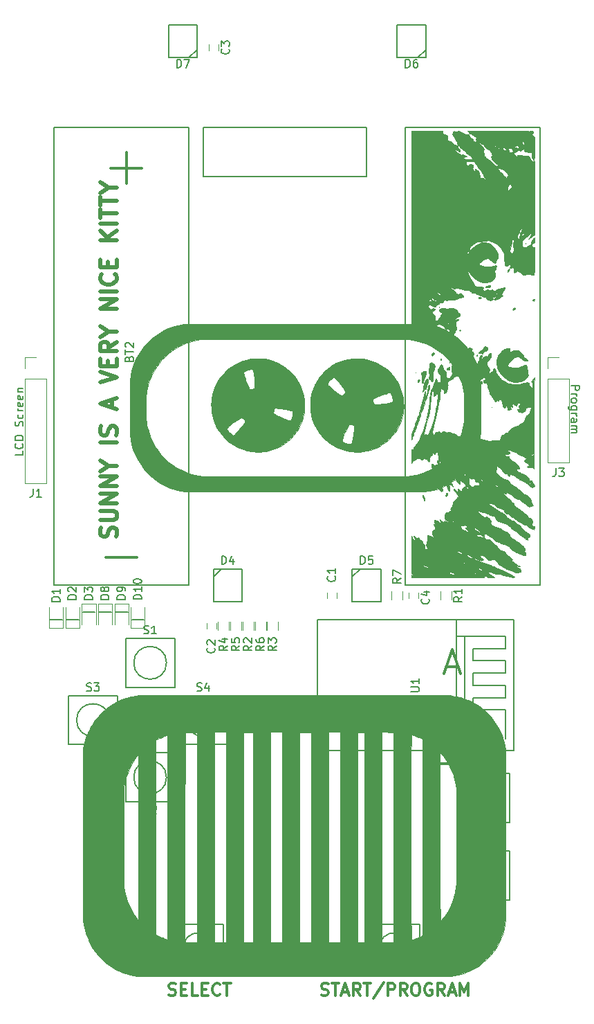
<source format=gto>
G04 #@! TF.GenerationSoftware,KiCad,Pcbnew,(2017-07-14 revision d3b382c28)-master*
G04 #@! TF.CreationDate,2017-08-01T03:09:18-04:00*
G04 #@! TF.ProjectId,MAGLabs-2017-Swadges,4D41474C6162732D323031372D537761,rev?*
G04 #@! TF.SameCoordinates,Original
G04 #@! TF.FileFunction,Legend,Top*
G04 #@! TF.FilePolarity,Positive*
%FSLAX46Y46*%
G04 Gerber Fmt 4.6, Leading zero omitted, Abs format (unit mm)*
G04 Created by KiCad (PCBNEW (2017-07-14 revision d3b382c28)-master) date Tue Aug  1 03:09:18 2017*
%MOMM*%
%LPD*%
G01*
G04 APERTURE LIST*
%ADD10C,0.200000*%
%ADD11C,0.500000*%
%ADD12C,0.300000*%
%ADD13C,0.150000*%
%ADD14C,0.120000*%
%ADD15C,0.010000*%
G04 APERTURE END LIST*
D10*
X115750000Y-108750000D02*
X117250000Y-108750000D01*
X113750000Y-107750000D02*
X115250000Y-107750000D01*
X111750000Y-107750000D02*
X113250000Y-107750000D01*
X109750000Y-107750000D02*
X111250000Y-107750000D01*
X107750000Y-108750000D02*
X109250000Y-108750000D01*
X105750000Y-108750000D02*
X107250000Y-108750000D01*
X151750000Y-39000000D02*
X150750000Y-40000000D01*
X123750000Y-39000000D02*
X122750000Y-40000000D01*
X143750000Y-102500000D02*
X142750000Y-103500000D01*
X126750000Y-102500000D02*
X125750000Y-103500000D01*
D11*
X113809523Y-98571428D02*
X113904761Y-98285714D01*
X113904761Y-97809523D01*
X113809523Y-97619047D01*
X113714285Y-97523809D01*
X113523809Y-97428571D01*
X113333333Y-97428571D01*
X113142857Y-97523809D01*
X113047619Y-97619047D01*
X112952380Y-97809523D01*
X112857142Y-98190476D01*
X112761904Y-98380952D01*
X112666666Y-98476190D01*
X112476190Y-98571428D01*
X112285714Y-98571428D01*
X112095238Y-98476190D01*
X112000000Y-98380952D01*
X111904761Y-98190476D01*
X111904761Y-97714285D01*
X112000000Y-97428571D01*
X111904761Y-96571428D02*
X113523809Y-96571428D01*
X113714285Y-96476190D01*
X113809523Y-96380952D01*
X113904761Y-96190476D01*
X113904761Y-95809523D01*
X113809523Y-95619047D01*
X113714285Y-95523809D01*
X113523809Y-95428571D01*
X111904761Y-95428571D01*
X113904761Y-94476190D02*
X111904761Y-94476190D01*
X113904761Y-93333333D01*
X111904761Y-93333333D01*
X113904761Y-92380952D02*
X111904761Y-92380952D01*
X113904761Y-91238095D01*
X111904761Y-91238095D01*
X112952380Y-89904761D02*
X113904761Y-89904761D01*
X111904761Y-90571428D02*
X112952380Y-89904761D01*
X111904761Y-89238095D01*
X113904761Y-87047619D02*
X111904761Y-87047619D01*
X113809523Y-86190476D02*
X113904761Y-85904761D01*
X113904761Y-85428571D01*
X113809523Y-85238095D01*
X113714285Y-85142857D01*
X113523809Y-85047619D01*
X113333333Y-85047619D01*
X113142857Y-85142857D01*
X113047619Y-85238095D01*
X112952380Y-85428571D01*
X112857142Y-85809523D01*
X112761904Y-86000000D01*
X112666666Y-86095238D01*
X112476190Y-86190476D01*
X112285714Y-86190476D01*
X112095238Y-86095238D01*
X112000000Y-86000000D01*
X111904761Y-85809523D01*
X111904761Y-85333333D01*
X112000000Y-85047619D01*
X113333333Y-82761904D02*
X113333333Y-81809523D01*
X113904761Y-82952380D02*
X111904761Y-82285714D01*
X113904761Y-81619047D01*
X111904761Y-79714285D02*
X113904761Y-79047619D01*
X111904761Y-78380952D01*
X112857142Y-77714285D02*
X112857142Y-77047619D01*
X113904761Y-76761904D02*
X113904761Y-77714285D01*
X111904761Y-77714285D01*
X111904761Y-76761904D01*
X113904761Y-74761904D02*
X112952380Y-75428571D01*
X113904761Y-75904761D02*
X111904761Y-75904761D01*
X111904761Y-75142857D01*
X112000000Y-74952380D01*
X112095238Y-74857142D01*
X112285714Y-74761904D01*
X112571428Y-74761904D01*
X112761904Y-74857142D01*
X112857142Y-74952380D01*
X112952380Y-75142857D01*
X112952380Y-75904761D01*
X112952380Y-73523809D02*
X113904761Y-73523809D01*
X111904761Y-74190476D02*
X112952380Y-73523809D01*
X111904761Y-72857142D01*
X113904761Y-70666666D02*
X111904761Y-70666666D01*
X113904761Y-69523809D01*
X111904761Y-69523809D01*
X113904761Y-68571428D02*
X111904761Y-68571428D01*
X113714285Y-66476190D02*
X113809523Y-66571428D01*
X113904761Y-66857142D01*
X113904761Y-67047619D01*
X113809523Y-67333333D01*
X113619047Y-67523809D01*
X113428571Y-67619047D01*
X113047619Y-67714285D01*
X112761904Y-67714285D01*
X112380952Y-67619047D01*
X112190476Y-67523809D01*
X112000000Y-67333333D01*
X111904761Y-67047619D01*
X111904761Y-66857142D01*
X112000000Y-66571428D01*
X112095238Y-66476190D01*
X112857142Y-65619047D02*
X112857142Y-64952380D01*
X113904761Y-64666666D02*
X113904761Y-65619047D01*
X111904761Y-65619047D01*
X111904761Y-64666666D01*
X113904761Y-62285714D02*
X111904761Y-62285714D01*
X113904761Y-61142857D02*
X112761904Y-62000000D01*
X111904761Y-61142857D02*
X113047619Y-62285714D01*
X113904761Y-60285714D02*
X111904761Y-60285714D01*
X111904761Y-59619047D02*
X111904761Y-58476190D01*
X113904761Y-59047619D02*
X111904761Y-59047619D01*
X111904761Y-58095238D02*
X111904761Y-56952380D01*
X113904761Y-57523809D02*
X111904761Y-57523809D01*
X112952380Y-55904761D02*
X113904761Y-55904761D01*
X111904761Y-56571428D02*
X112952380Y-55904761D01*
X111904761Y-55238095D01*
D10*
X169547619Y-80095238D02*
X170547619Y-80095238D01*
X170547619Y-80476190D01*
X170500000Y-80571428D01*
X170452380Y-80619047D01*
X170357142Y-80666666D01*
X170214285Y-80666666D01*
X170119047Y-80619047D01*
X170071428Y-80571428D01*
X170023809Y-80476190D01*
X170023809Y-80095238D01*
X169547619Y-81095238D02*
X170214285Y-81095238D01*
X170023809Y-81095238D02*
X170119047Y-81142857D01*
X170166666Y-81190476D01*
X170214285Y-81285714D01*
X170214285Y-81380952D01*
X169547619Y-81857142D02*
X169595238Y-81761904D01*
X169642857Y-81714285D01*
X169738095Y-81666666D01*
X170023809Y-81666666D01*
X170119047Y-81714285D01*
X170166666Y-81761904D01*
X170214285Y-81857142D01*
X170214285Y-82000000D01*
X170166666Y-82095238D01*
X170119047Y-82142857D01*
X170023809Y-82190476D01*
X169738095Y-82190476D01*
X169642857Y-82142857D01*
X169595238Y-82095238D01*
X169547619Y-82000000D01*
X169547619Y-81857142D01*
X170214285Y-83047619D02*
X169404761Y-83047619D01*
X169309523Y-83000000D01*
X169261904Y-82952380D01*
X169214285Y-82857142D01*
X169214285Y-82714285D01*
X169261904Y-82619047D01*
X169595238Y-83047619D02*
X169547619Y-82952380D01*
X169547619Y-82761904D01*
X169595238Y-82666666D01*
X169642857Y-82619047D01*
X169738095Y-82571428D01*
X170023809Y-82571428D01*
X170119047Y-82619047D01*
X170166666Y-82666666D01*
X170214285Y-82761904D01*
X170214285Y-82952380D01*
X170166666Y-83047619D01*
X169547619Y-83523809D02*
X170214285Y-83523809D01*
X170023809Y-83523809D02*
X170119047Y-83571428D01*
X170166666Y-83619047D01*
X170214285Y-83714285D01*
X170214285Y-83809523D01*
X169547619Y-84571428D02*
X170071428Y-84571428D01*
X170166666Y-84523809D01*
X170214285Y-84428571D01*
X170214285Y-84238095D01*
X170166666Y-84142857D01*
X169595238Y-84571428D02*
X169547619Y-84476190D01*
X169547619Y-84238095D01*
X169595238Y-84142857D01*
X169690476Y-84095238D01*
X169785714Y-84095238D01*
X169880952Y-84142857D01*
X169928571Y-84238095D01*
X169928571Y-84476190D01*
X169976190Y-84571428D01*
X169547619Y-85047619D02*
X170214285Y-85047619D01*
X170119047Y-85047619D02*
X170166666Y-85095238D01*
X170214285Y-85190476D01*
X170214285Y-85333333D01*
X170166666Y-85428571D01*
X170071428Y-85476190D01*
X169547619Y-85476190D01*
X170071428Y-85476190D02*
X170166666Y-85523809D01*
X170214285Y-85619047D01*
X170214285Y-85761904D01*
X170166666Y-85857142D01*
X170071428Y-85904761D01*
X169547619Y-85904761D01*
X102452380Y-88095238D02*
X102452380Y-88571428D01*
X101452380Y-88571428D01*
X102357142Y-87190476D02*
X102404761Y-87238095D01*
X102452380Y-87380952D01*
X102452380Y-87476190D01*
X102404761Y-87619047D01*
X102309523Y-87714285D01*
X102214285Y-87761904D01*
X102023809Y-87809523D01*
X101880952Y-87809523D01*
X101690476Y-87761904D01*
X101595238Y-87714285D01*
X101500000Y-87619047D01*
X101452380Y-87476190D01*
X101452380Y-87380952D01*
X101500000Y-87238095D01*
X101547619Y-87190476D01*
X102452380Y-86761904D02*
X101452380Y-86761904D01*
X101452380Y-86523809D01*
X101500000Y-86380952D01*
X101595238Y-86285714D01*
X101690476Y-86238095D01*
X101880952Y-86190476D01*
X102023809Y-86190476D01*
X102214285Y-86238095D01*
X102309523Y-86285714D01*
X102404761Y-86380952D01*
X102452380Y-86523809D01*
X102452380Y-86761904D01*
X102404761Y-85047619D02*
X102452380Y-84904761D01*
X102452380Y-84666666D01*
X102404761Y-84571428D01*
X102357142Y-84523809D01*
X102261904Y-84476190D01*
X102166666Y-84476190D01*
X102071428Y-84523809D01*
X102023809Y-84571428D01*
X101976190Y-84666666D01*
X101928571Y-84857142D01*
X101880952Y-84952380D01*
X101833333Y-85000000D01*
X101738095Y-85047619D01*
X101642857Y-85047619D01*
X101547619Y-85000000D01*
X101500000Y-84952380D01*
X101452380Y-84857142D01*
X101452380Y-84619047D01*
X101500000Y-84476190D01*
X102404761Y-83619047D02*
X102452380Y-83714285D01*
X102452380Y-83904761D01*
X102404761Y-84000000D01*
X102357142Y-84047619D01*
X102261904Y-84095238D01*
X101976190Y-84095238D01*
X101880952Y-84047619D01*
X101833333Y-84000000D01*
X101785714Y-83904761D01*
X101785714Y-83714285D01*
X101833333Y-83619047D01*
X102452380Y-83190476D02*
X101785714Y-83190476D01*
X101976190Y-83190476D02*
X101880952Y-83142857D01*
X101833333Y-83095238D01*
X101785714Y-83000000D01*
X101785714Y-82904761D01*
X102404761Y-82190476D02*
X102452380Y-82285714D01*
X102452380Y-82476190D01*
X102404761Y-82571428D01*
X102309523Y-82619047D01*
X101928571Y-82619047D01*
X101833333Y-82571428D01*
X101785714Y-82476190D01*
X101785714Y-82285714D01*
X101833333Y-82190476D01*
X101928571Y-82142857D01*
X102023809Y-82142857D01*
X102119047Y-82619047D01*
X102404761Y-81333333D02*
X102452380Y-81428571D01*
X102452380Y-81619047D01*
X102404761Y-81714285D01*
X102309523Y-81761904D01*
X101928571Y-81761904D01*
X101833333Y-81714285D01*
X101785714Y-81619047D01*
X101785714Y-81428571D01*
X101833333Y-81333333D01*
X101928571Y-81285714D01*
X102023809Y-81285714D01*
X102119047Y-81761904D01*
X101785714Y-80857142D02*
X102452380Y-80857142D01*
X101880952Y-80857142D02*
X101833333Y-80809523D01*
X101785714Y-80714285D01*
X101785714Y-80571428D01*
X101833333Y-80476190D01*
X101928571Y-80428571D01*
X102452380Y-80428571D01*
D12*
X154285714Y-114500000D02*
X155714285Y-114500000D01*
X154000000Y-115357142D02*
X155000000Y-112357142D01*
X156000000Y-115357142D01*
X154214285Y-124785714D02*
X154642857Y-124928571D01*
X154785714Y-125071428D01*
X154928571Y-125357142D01*
X154928571Y-125785714D01*
X154785714Y-126071428D01*
X154642857Y-126214285D01*
X154357142Y-126357142D01*
X153214285Y-126357142D01*
X153214285Y-123357142D01*
X154214285Y-123357142D01*
X154500000Y-123500000D01*
X154642857Y-123642857D01*
X154785714Y-123928571D01*
X154785714Y-124214285D01*
X154642857Y-124500000D01*
X154500000Y-124642857D01*
X154214285Y-124785714D01*
X153214285Y-124785714D01*
X138964285Y-154607142D02*
X139178571Y-154678571D01*
X139535714Y-154678571D01*
X139678571Y-154607142D01*
X139750000Y-154535714D01*
X139821428Y-154392857D01*
X139821428Y-154250000D01*
X139750000Y-154107142D01*
X139678571Y-154035714D01*
X139535714Y-153964285D01*
X139250000Y-153892857D01*
X139107142Y-153821428D01*
X139035714Y-153750000D01*
X138964285Y-153607142D01*
X138964285Y-153464285D01*
X139035714Y-153321428D01*
X139107142Y-153250000D01*
X139250000Y-153178571D01*
X139607142Y-153178571D01*
X139821428Y-153250000D01*
X140250000Y-153178571D02*
X141107142Y-153178571D01*
X140678571Y-154678571D02*
X140678571Y-153178571D01*
X141535714Y-154250000D02*
X142250000Y-154250000D01*
X141392857Y-154678571D02*
X141892857Y-153178571D01*
X142392857Y-154678571D01*
X143750000Y-154678571D02*
X143250000Y-153964285D01*
X142892857Y-154678571D02*
X142892857Y-153178571D01*
X143464285Y-153178571D01*
X143607142Y-153250000D01*
X143678571Y-153321428D01*
X143750000Y-153464285D01*
X143750000Y-153678571D01*
X143678571Y-153821428D01*
X143607142Y-153892857D01*
X143464285Y-153964285D01*
X142892857Y-153964285D01*
X144178571Y-153178571D02*
X145035714Y-153178571D01*
X144607142Y-154678571D02*
X144607142Y-153178571D01*
X146607142Y-153107142D02*
X145321428Y-155035714D01*
X147107142Y-154678571D02*
X147107142Y-153178571D01*
X147678571Y-153178571D01*
X147821428Y-153250000D01*
X147892857Y-153321428D01*
X147964285Y-153464285D01*
X147964285Y-153678571D01*
X147892857Y-153821428D01*
X147821428Y-153892857D01*
X147678571Y-153964285D01*
X147107142Y-153964285D01*
X149464285Y-154678571D02*
X148964285Y-153964285D01*
X148607142Y-154678571D02*
X148607142Y-153178571D01*
X149178571Y-153178571D01*
X149321428Y-153250000D01*
X149392857Y-153321428D01*
X149464285Y-153464285D01*
X149464285Y-153678571D01*
X149392857Y-153821428D01*
X149321428Y-153892857D01*
X149178571Y-153964285D01*
X148607142Y-153964285D01*
X150392857Y-153178571D02*
X150678571Y-153178571D01*
X150821428Y-153250000D01*
X150964285Y-153392857D01*
X151035714Y-153678571D01*
X151035714Y-154178571D01*
X150964285Y-154464285D01*
X150821428Y-154607142D01*
X150678571Y-154678571D01*
X150392857Y-154678571D01*
X150250000Y-154607142D01*
X150107142Y-154464285D01*
X150035714Y-154178571D01*
X150035714Y-153678571D01*
X150107142Y-153392857D01*
X150250000Y-153250000D01*
X150392857Y-153178571D01*
X152464285Y-153250000D02*
X152321428Y-153178571D01*
X152107142Y-153178571D01*
X151892857Y-153250000D01*
X151750000Y-153392857D01*
X151678571Y-153535714D01*
X151607142Y-153821428D01*
X151607142Y-154035714D01*
X151678571Y-154321428D01*
X151750000Y-154464285D01*
X151892857Y-154607142D01*
X152107142Y-154678571D01*
X152250000Y-154678571D01*
X152464285Y-154607142D01*
X152535714Y-154535714D01*
X152535714Y-154035714D01*
X152250000Y-154035714D01*
X154035714Y-154678571D02*
X153535714Y-153964285D01*
X153178571Y-154678571D02*
X153178571Y-153178571D01*
X153750000Y-153178571D01*
X153892857Y-153250000D01*
X153964285Y-153321428D01*
X154035714Y-153464285D01*
X154035714Y-153678571D01*
X153964285Y-153821428D01*
X153892857Y-153892857D01*
X153750000Y-153964285D01*
X153178571Y-153964285D01*
X154607142Y-154250000D02*
X155321428Y-154250000D01*
X154464285Y-154678571D02*
X154964285Y-153178571D01*
X155464285Y-154678571D01*
X155964285Y-154678571D02*
X155964285Y-153178571D01*
X156464285Y-154250000D01*
X156964285Y-153178571D01*
X156964285Y-154678571D01*
X120285714Y-154607142D02*
X120500000Y-154678571D01*
X120857142Y-154678571D01*
X121000000Y-154607142D01*
X121071428Y-154535714D01*
X121142857Y-154392857D01*
X121142857Y-154250000D01*
X121071428Y-154107142D01*
X121000000Y-154035714D01*
X120857142Y-153964285D01*
X120571428Y-153892857D01*
X120428571Y-153821428D01*
X120357142Y-153750000D01*
X120285714Y-153607142D01*
X120285714Y-153464285D01*
X120357142Y-153321428D01*
X120428571Y-153250000D01*
X120571428Y-153178571D01*
X120928571Y-153178571D01*
X121142857Y-153250000D01*
X121785714Y-153892857D02*
X122285714Y-153892857D01*
X122500000Y-154678571D02*
X121785714Y-154678571D01*
X121785714Y-153178571D01*
X122500000Y-153178571D01*
X123857142Y-154678571D02*
X123142857Y-154678571D01*
X123142857Y-153178571D01*
X124357142Y-153892857D02*
X124857142Y-153892857D01*
X125071428Y-154678571D02*
X124357142Y-154678571D01*
X124357142Y-153178571D01*
X125071428Y-153178571D01*
X126571428Y-154535714D02*
X126500000Y-154607142D01*
X126285714Y-154678571D01*
X126142857Y-154678571D01*
X125928571Y-154607142D01*
X125785714Y-154464285D01*
X125714285Y-154321428D01*
X125642857Y-154035714D01*
X125642857Y-153821428D01*
X125714285Y-153535714D01*
X125785714Y-153392857D01*
X125928571Y-153250000D01*
X126142857Y-153178571D01*
X126285714Y-153178571D01*
X126500000Y-153250000D01*
X126571428Y-153321428D01*
X127000000Y-153178571D02*
X127857142Y-153178571D01*
X127428571Y-154678571D02*
X127428571Y-153178571D01*
D13*
X144500000Y-48500000D02*
X144500000Y-54500000D01*
X144500000Y-54500000D02*
X124500000Y-54500000D01*
X124500000Y-48500000D02*
X124500000Y-54500000D01*
X144500000Y-48500000D02*
X124500000Y-48500000D01*
X129250000Y-106500000D02*
X125750000Y-106500000D01*
X125750000Y-106500000D02*
X125750000Y-102500000D01*
X125750000Y-102500000D02*
X129250000Y-102500000D01*
X129250000Y-102500000D02*
X129250000Y-106500000D01*
X162500000Y-124750000D02*
X162500000Y-108750000D01*
X138500000Y-124750000D02*
X162500000Y-124750000D01*
X138500000Y-108750000D02*
X138500000Y-124750000D01*
X162500000Y-108750000D02*
X138500000Y-108750000D01*
X155500000Y-108750000D02*
X155500000Y-124750000D01*
X155500000Y-110750000D02*
X161500000Y-110750000D01*
X157500000Y-119750000D02*
X161500000Y-119750000D01*
X157500000Y-118250000D02*
X157500000Y-119750000D01*
X161500000Y-118250000D02*
X157500000Y-118250000D01*
X161500000Y-116750000D02*
X161500000Y-118250000D01*
X157500000Y-116750000D02*
X161500000Y-116750000D01*
X157500000Y-115250000D02*
X157500000Y-116750000D01*
X161500000Y-115250000D02*
X157500000Y-115250000D01*
X161500000Y-113750000D02*
X161500000Y-115250000D01*
X157500000Y-113750000D02*
X161500000Y-113750000D01*
X157500000Y-112250000D02*
X157500000Y-113750000D01*
X161500000Y-112250000D02*
X157500000Y-112250000D01*
X161500000Y-110750000D02*
X161500000Y-112250000D01*
X156500000Y-110750000D02*
X156500000Y-119750000D01*
X161500000Y-119750000D02*
X161500000Y-123250000D01*
D14*
X102670000Y-76670000D02*
X104000000Y-76670000D01*
X102670000Y-78000000D02*
X102670000Y-76670000D01*
X102670000Y-79270000D02*
X105330000Y-79270000D01*
X105330000Y-79270000D02*
X105330000Y-92030000D01*
X102670000Y-79270000D02*
X102670000Y-92030000D01*
X102670000Y-92030000D02*
X105330000Y-92030000D01*
D13*
X161000000Y-140000000D02*
G75*
G03X161000000Y-140000000I-2000000J0D01*
G01*
X156000000Y-143000000D02*
X156000000Y-137000000D01*
X156000000Y-137000000D02*
X162000000Y-137000000D01*
X162000000Y-137000000D02*
X162000000Y-143000000D01*
X162000000Y-143000000D02*
X156000000Y-143000000D01*
X161000000Y-130500000D02*
G75*
G03X161000000Y-130500000I-2000000J0D01*
G01*
X156000000Y-133500000D02*
X156000000Y-127500000D01*
X156000000Y-127500000D02*
X162000000Y-127500000D01*
X162000000Y-127500000D02*
X162000000Y-133500000D01*
X162000000Y-133500000D02*
X156000000Y-133500000D01*
X150000000Y-149000000D02*
G75*
G03X150000000Y-149000000I-2000000J0D01*
G01*
X145000000Y-152000000D02*
X145000000Y-146000000D01*
X145000000Y-146000000D02*
X151000000Y-146000000D01*
X151000000Y-146000000D02*
X151000000Y-152000000D01*
X151000000Y-152000000D02*
X145000000Y-152000000D01*
X126000000Y-149000000D02*
G75*
G03X126000000Y-149000000I-2000000J0D01*
G01*
X121000000Y-152000000D02*
X121000000Y-146000000D01*
X121000000Y-146000000D02*
X127000000Y-146000000D01*
X127000000Y-146000000D02*
X127000000Y-152000000D01*
X127000000Y-152000000D02*
X121000000Y-152000000D01*
X126500000Y-121000000D02*
G75*
G03X126500000Y-121000000I-2000000J0D01*
G01*
X121500000Y-124000000D02*
X121500000Y-118000000D01*
X121500000Y-118000000D02*
X127500000Y-118000000D01*
X127500000Y-118000000D02*
X127500000Y-124000000D01*
X127500000Y-124000000D02*
X121500000Y-124000000D01*
X120000000Y-128000000D02*
G75*
G03X120000000Y-128000000I-2000000J0D01*
G01*
X115000000Y-131000000D02*
X115000000Y-125000000D01*
X115000000Y-125000000D02*
X121000000Y-125000000D01*
X121000000Y-125000000D02*
X121000000Y-131000000D01*
X121000000Y-131000000D02*
X115000000Y-131000000D01*
X113000000Y-121000000D02*
G75*
G03X113000000Y-121000000I-2000000J0D01*
G01*
X108000000Y-124000000D02*
X108000000Y-118000000D01*
X108000000Y-118000000D02*
X114000000Y-118000000D01*
X114000000Y-118000000D02*
X114000000Y-124000000D01*
X114000000Y-124000000D02*
X108000000Y-124000000D01*
X120000000Y-114000000D02*
G75*
G03X120000000Y-114000000I-2000000J0D01*
G01*
X115000000Y-117000000D02*
X115000000Y-111000000D01*
X115000000Y-111000000D02*
X121000000Y-111000000D01*
X121000000Y-111000000D02*
X121000000Y-117000000D01*
X121000000Y-117000000D02*
X115000000Y-117000000D01*
D14*
X130820000Y-110000000D02*
X130820000Y-109000000D01*
X132180000Y-109000000D02*
X132180000Y-110000000D01*
X127680000Y-109000000D02*
X127680000Y-110000000D01*
X126320000Y-110000000D02*
X126320000Y-109000000D01*
X129180000Y-109000000D02*
X129180000Y-110000000D01*
X127820000Y-110000000D02*
X127820000Y-109000000D01*
X139650000Y-106100000D02*
X139650000Y-105400000D01*
X140850000Y-105400000D02*
X140850000Y-106100000D01*
X126100000Y-109150000D02*
X126100000Y-109850000D01*
X124900000Y-109850000D02*
X124900000Y-109150000D01*
X126350000Y-38400000D02*
X126350000Y-39100000D01*
X125150000Y-39100000D02*
X125150000Y-38400000D01*
X150850000Y-105400000D02*
X150850000Y-106100000D01*
X149650000Y-106100000D02*
X149650000Y-105400000D01*
X105650000Y-109750000D02*
X107350000Y-109750000D01*
X107350000Y-109750000D02*
X107350000Y-107200000D01*
X105650000Y-109750000D02*
X105650000Y-107200000D01*
X107650000Y-109750000D02*
X109350000Y-109750000D01*
X109350000Y-109750000D02*
X109350000Y-107200000D01*
X107650000Y-109750000D02*
X107650000Y-107200000D01*
X111350000Y-106750000D02*
X111350000Y-109300000D01*
X109650000Y-106750000D02*
X109650000Y-109300000D01*
X111350000Y-106750000D02*
X109650000Y-106750000D01*
D13*
X146250000Y-102500000D02*
X146250000Y-106500000D01*
X142750000Y-102500000D02*
X146250000Y-102500000D01*
X142750000Y-106500000D02*
X142750000Y-102500000D01*
X146250000Y-106500000D02*
X142750000Y-106500000D01*
X148250000Y-36000000D02*
X151750000Y-36000000D01*
X151750000Y-36000000D02*
X151750000Y-40000000D01*
X151750000Y-40000000D02*
X148250000Y-40000000D01*
X148250000Y-40000000D02*
X148250000Y-36000000D01*
X120250000Y-40000000D02*
X120250000Y-36000000D01*
X123750000Y-40000000D02*
X120250000Y-40000000D01*
X123750000Y-36000000D02*
X123750000Y-40000000D01*
X120250000Y-36000000D02*
X123750000Y-36000000D01*
D14*
X113350000Y-106750000D02*
X113350000Y-109300000D01*
X111650000Y-106750000D02*
X111650000Y-109300000D01*
X113350000Y-106750000D02*
X111650000Y-106750000D01*
X115350000Y-106750000D02*
X113650000Y-106750000D01*
X113650000Y-106750000D02*
X113650000Y-109300000D01*
X115350000Y-106750000D02*
X115350000Y-109300000D01*
X115650000Y-109750000D02*
X115650000Y-107200000D01*
X117350000Y-109750000D02*
X117350000Y-107200000D01*
X115650000Y-109750000D02*
X117350000Y-109750000D01*
X166670000Y-76670000D02*
X168000000Y-76670000D01*
X166670000Y-78000000D02*
X166670000Y-76670000D01*
X166670000Y-79270000D02*
X169330000Y-79270000D01*
X169330000Y-79270000D02*
X169330000Y-89490000D01*
X166670000Y-79270000D02*
X166670000Y-89490000D01*
X166670000Y-89490000D02*
X169330000Y-89490000D01*
X154930000Y-105250000D02*
X154930000Y-106250000D01*
X153570000Y-106250000D02*
X153570000Y-105250000D01*
X130680000Y-109000000D02*
X130680000Y-110000000D01*
X129320000Y-110000000D02*
X129320000Y-109000000D01*
X132320000Y-110000000D02*
X132320000Y-109000000D01*
X133680000Y-109000000D02*
X133680000Y-110000000D01*
D13*
X149250000Y-48500000D02*
X149250000Y-104500000D01*
X165750000Y-48500000D02*
X149250000Y-48500000D01*
X165750000Y-104500000D02*
X165750000Y-48500000D01*
X149250000Y-104500000D02*
X165750000Y-104500000D01*
X122750000Y-48500000D02*
X106250000Y-48500000D01*
X106250000Y-48500000D02*
X106250000Y-104500000D01*
X106250000Y-104500000D02*
X122750000Y-104500000D01*
X122750000Y-104500000D02*
X122750000Y-48500000D01*
D14*
X148930000Y-105250000D02*
X148930000Y-106250000D01*
X147570000Y-106250000D02*
X147570000Y-105250000D01*
D15*
G36*
X143900043Y-76803840D02*
X143980446Y-76812670D01*
X144511714Y-76899815D01*
X145027226Y-77034236D01*
X145524307Y-77214301D01*
X146000288Y-77438377D01*
X146452497Y-77704832D01*
X146878261Y-78012033D01*
X147274910Y-78358349D01*
X147639772Y-78742147D01*
X147970175Y-79161794D01*
X148075955Y-79315000D01*
X148347461Y-79767514D01*
X148576925Y-80246619D01*
X148762644Y-80748030D01*
X148902914Y-81267460D01*
X148954107Y-81524800D01*
X148984041Y-81737213D01*
X149006627Y-81984269D01*
X149021341Y-82250272D01*
X149027660Y-82519525D01*
X149025061Y-82776331D01*
X149013020Y-83004995D01*
X149005967Y-83080253D01*
X148937787Y-83532035D01*
X148832031Y-83987677D01*
X148692359Y-84436307D01*
X148522429Y-84867053D01*
X148325901Y-85269042D01*
X148191492Y-85500364D01*
X147898943Y-85924811D01*
X147565223Y-86326368D01*
X147196476Y-86698910D01*
X146798844Y-87036312D01*
X146378471Y-87332450D01*
X146312400Y-87373817D01*
X145889934Y-87606928D01*
X145435665Y-87807235D01*
X144959196Y-87971363D01*
X144470133Y-88095936D01*
X144051800Y-88168190D01*
X143900145Y-88183203D01*
X143711322Y-88193672D01*
X143498308Y-88199614D01*
X143274081Y-88201046D01*
X143051618Y-88197983D01*
X142843900Y-88190442D01*
X142663902Y-88178440D01*
X142553200Y-88166286D01*
X142013073Y-88066583D01*
X141493106Y-87920641D01*
X140994961Y-87729429D01*
X140520300Y-87493916D01*
X140070784Y-87215069D01*
X139648074Y-86893857D01*
X139629408Y-86876688D01*
X141489764Y-86876688D01*
X141500198Y-86905221D01*
X141522092Y-86932339D01*
X141522207Y-86932466D01*
X141596081Y-86991323D01*
X141703680Y-87047540D01*
X141835424Y-87098986D01*
X141981735Y-87143534D01*
X142133033Y-87179054D01*
X142279739Y-87203417D01*
X142412273Y-87214495D01*
X142521055Y-87210159D01*
X142596507Y-87188279D01*
X142614219Y-87175151D01*
X142649060Y-87118257D01*
X142687202Y-87017757D01*
X142727363Y-86880638D01*
X142768258Y-86713886D01*
X142808604Y-86524488D01*
X142847118Y-86319431D01*
X142882516Y-86105701D01*
X142913514Y-85890285D01*
X142938830Y-85680170D01*
X142957179Y-85482342D01*
X142967278Y-85303788D01*
X142968642Y-85245900D01*
X142972300Y-84966500D01*
X142848969Y-84905363D01*
X142697086Y-84853285D01*
X142542421Y-84832468D01*
X142359203Y-84820710D01*
X142279843Y-84944405D01*
X142200822Y-85078757D01*
X142110366Y-85251111D01*
X142012937Y-85451220D01*
X141912999Y-85668835D01*
X141815013Y-85893711D01*
X141723444Y-86115600D01*
X141642752Y-86324256D01*
X141577402Y-86509431D01*
X141531856Y-86660877D01*
X141531202Y-86663398D01*
X141504867Y-86767696D01*
X141491188Y-86834819D01*
X141489764Y-86876688D01*
X139629408Y-86876688D01*
X139253833Y-86531249D01*
X138889722Y-86128214D01*
X138746583Y-85947645D01*
X138462815Y-85535282D01*
X138214116Y-85090687D01*
X138003273Y-84620849D01*
X137833071Y-84132760D01*
X137706297Y-83633409D01*
X137626631Y-83137700D01*
X137612134Y-82960287D01*
X137603773Y-82747759D01*
X137601408Y-82515413D01*
X137604902Y-82278544D01*
X137614116Y-82052449D01*
X137628911Y-81852423D01*
X137639117Y-81761050D01*
X137642741Y-81740700D01*
X145258300Y-81740700D01*
X145263093Y-81884772D01*
X145280889Y-82017729D01*
X145321410Y-82148807D01*
X145378181Y-82261829D01*
X145444726Y-82340620D01*
X145445978Y-82341629D01*
X145476410Y-82363226D01*
X145510033Y-82377312D01*
X145556729Y-82384804D01*
X145626379Y-82386620D01*
X145728865Y-82383676D01*
X145842500Y-82378445D01*
X146003723Y-82368713D01*
X146190846Y-82354549D01*
X146379377Y-82337942D01*
X146528300Y-82322742D01*
X146723381Y-82298393D01*
X146920105Y-82269065D01*
X147108857Y-82236583D01*
X147280025Y-82202770D01*
X147423994Y-82169452D01*
X147531149Y-82138453D01*
X147563511Y-82126292D01*
X147646022Y-82073376D01*
X147685368Y-82016500D01*
X147697416Y-81936500D01*
X147690656Y-81821622D01*
X147667865Y-81682974D01*
X147631822Y-81531664D01*
X147585305Y-81378799D01*
X147531091Y-81235487D01*
X147471958Y-81112836D01*
X147450214Y-81076213D01*
X147376019Y-80959221D01*
X147244259Y-80973250D01*
X147140251Y-80992276D01*
X146998180Y-81029867D01*
X146826013Y-81083090D01*
X146631714Y-81149008D01*
X146423247Y-81224688D01*
X146208578Y-81307195D01*
X145995670Y-81393595D01*
X145792489Y-81480954D01*
X145606999Y-81566336D01*
X145523997Y-81607058D01*
X145258300Y-81740700D01*
X137642741Y-81740700D01*
X137731157Y-81244268D01*
X137870964Y-80735232D01*
X138056125Y-80239650D01*
X138235502Y-79864995D01*
X139722548Y-79864995D01*
X139732246Y-79917881D01*
X139783750Y-79997348D01*
X139876178Y-80102439D01*
X140008645Y-80232200D01*
X140180268Y-80385674D01*
X140291276Y-80480051D01*
X140458936Y-80618082D01*
X140629109Y-80753881D01*
X140796551Y-80883633D01*
X140956016Y-81003523D01*
X141102258Y-81109735D01*
X141230033Y-81198455D01*
X141334094Y-81265868D01*
X141409197Y-81308159D01*
X141448377Y-81321600D01*
X141485347Y-81307623D01*
X141545424Y-81272046D01*
X141581571Y-81247136D01*
X141724809Y-81115116D01*
X141840103Y-80951190D01*
X141851449Y-80930035D01*
X141873005Y-80879800D01*
X141873148Y-80836620D01*
X141850106Y-80778635D01*
X141837049Y-80752401D01*
X141765473Y-80622890D01*
X141673110Y-80473815D01*
X141564248Y-80310612D01*
X141443173Y-80138720D01*
X141314173Y-79963577D01*
X141181536Y-79790621D01*
X141049548Y-79625290D01*
X140922497Y-79473022D01*
X140804671Y-79339254D01*
X140700356Y-79229426D01*
X140613840Y-79148975D01*
X140549410Y-79103338D01*
X140531280Y-79096172D01*
X140455999Y-79102004D01*
X140356678Y-79149972D01*
X140235493Y-79238699D01*
X140094619Y-79366809D01*
X140078487Y-79382775D01*
X139962846Y-79506305D01*
X139861607Y-79630202D01*
X139782100Y-79744536D01*
X139731655Y-79839375D01*
X139722548Y-79864995D01*
X138235502Y-79864995D01*
X138284225Y-79763231D01*
X138552851Y-79311684D01*
X138845259Y-78908600D01*
X138989426Y-78739787D01*
X139163892Y-78554430D01*
X139356633Y-78364079D01*
X139555625Y-78180286D01*
X139748842Y-78014601D01*
X139896003Y-77899264D01*
X140338497Y-77602212D01*
X140804615Y-77349035D01*
X141290834Y-77140669D01*
X141793626Y-76978053D01*
X142309469Y-76862124D01*
X142834836Y-76793820D01*
X143366202Y-76774080D01*
X143900043Y-76803840D01*
X143900043Y-76803840D01*
G37*
X143900043Y-76803840D02*
X143980446Y-76812670D01*
X144511714Y-76899815D01*
X145027226Y-77034236D01*
X145524307Y-77214301D01*
X146000288Y-77438377D01*
X146452497Y-77704832D01*
X146878261Y-78012033D01*
X147274910Y-78358349D01*
X147639772Y-78742147D01*
X147970175Y-79161794D01*
X148075955Y-79315000D01*
X148347461Y-79767514D01*
X148576925Y-80246619D01*
X148762644Y-80748030D01*
X148902914Y-81267460D01*
X148954107Y-81524800D01*
X148984041Y-81737213D01*
X149006627Y-81984269D01*
X149021341Y-82250272D01*
X149027660Y-82519525D01*
X149025061Y-82776331D01*
X149013020Y-83004995D01*
X149005967Y-83080253D01*
X148937787Y-83532035D01*
X148832031Y-83987677D01*
X148692359Y-84436307D01*
X148522429Y-84867053D01*
X148325901Y-85269042D01*
X148191492Y-85500364D01*
X147898943Y-85924811D01*
X147565223Y-86326368D01*
X147196476Y-86698910D01*
X146798844Y-87036312D01*
X146378471Y-87332450D01*
X146312400Y-87373817D01*
X145889934Y-87606928D01*
X145435665Y-87807235D01*
X144959196Y-87971363D01*
X144470133Y-88095936D01*
X144051800Y-88168190D01*
X143900145Y-88183203D01*
X143711322Y-88193672D01*
X143498308Y-88199614D01*
X143274081Y-88201046D01*
X143051618Y-88197983D01*
X142843900Y-88190442D01*
X142663902Y-88178440D01*
X142553200Y-88166286D01*
X142013073Y-88066583D01*
X141493106Y-87920641D01*
X140994961Y-87729429D01*
X140520300Y-87493916D01*
X140070784Y-87215069D01*
X139648074Y-86893857D01*
X139629408Y-86876688D01*
X141489764Y-86876688D01*
X141500198Y-86905221D01*
X141522092Y-86932339D01*
X141522207Y-86932466D01*
X141596081Y-86991323D01*
X141703680Y-87047540D01*
X141835424Y-87098986D01*
X141981735Y-87143534D01*
X142133033Y-87179054D01*
X142279739Y-87203417D01*
X142412273Y-87214495D01*
X142521055Y-87210159D01*
X142596507Y-87188279D01*
X142614219Y-87175151D01*
X142649060Y-87118257D01*
X142687202Y-87017757D01*
X142727363Y-86880638D01*
X142768258Y-86713886D01*
X142808604Y-86524488D01*
X142847118Y-86319431D01*
X142882516Y-86105701D01*
X142913514Y-85890285D01*
X142938830Y-85680170D01*
X142957179Y-85482342D01*
X142967278Y-85303788D01*
X142968642Y-85245900D01*
X142972300Y-84966500D01*
X142848969Y-84905363D01*
X142697086Y-84853285D01*
X142542421Y-84832468D01*
X142359203Y-84820710D01*
X142279843Y-84944405D01*
X142200822Y-85078757D01*
X142110366Y-85251111D01*
X142012937Y-85451220D01*
X141912999Y-85668835D01*
X141815013Y-85893711D01*
X141723444Y-86115600D01*
X141642752Y-86324256D01*
X141577402Y-86509431D01*
X141531856Y-86660877D01*
X141531202Y-86663398D01*
X141504867Y-86767696D01*
X141491188Y-86834819D01*
X141489764Y-86876688D01*
X139629408Y-86876688D01*
X139253833Y-86531249D01*
X138889722Y-86128214D01*
X138746583Y-85947645D01*
X138462815Y-85535282D01*
X138214116Y-85090687D01*
X138003273Y-84620849D01*
X137833071Y-84132760D01*
X137706297Y-83633409D01*
X137626631Y-83137700D01*
X137612134Y-82960287D01*
X137603773Y-82747759D01*
X137601408Y-82515413D01*
X137604902Y-82278544D01*
X137614116Y-82052449D01*
X137628911Y-81852423D01*
X137639117Y-81761050D01*
X137642741Y-81740700D01*
X145258300Y-81740700D01*
X145263093Y-81884772D01*
X145280889Y-82017729D01*
X145321410Y-82148807D01*
X145378181Y-82261829D01*
X145444726Y-82340620D01*
X145445978Y-82341629D01*
X145476410Y-82363226D01*
X145510033Y-82377312D01*
X145556729Y-82384804D01*
X145626379Y-82386620D01*
X145728865Y-82383676D01*
X145842500Y-82378445D01*
X146003723Y-82368713D01*
X146190846Y-82354549D01*
X146379377Y-82337942D01*
X146528300Y-82322742D01*
X146723381Y-82298393D01*
X146920105Y-82269065D01*
X147108857Y-82236583D01*
X147280025Y-82202770D01*
X147423994Y-82169452D01*
X147531149Y-82138453D01*
X147563511Y-82126292D01*
X147646022Y-82073376D01*
X147685368Y-82016500D01*
X147697416Y-81936500D01*
X147690656Y-81821622D01*
X147667865Y-81682974D01*
X147631822Y-81531664D01*
X147585305Y-81378799D01*
X147531091Y-81235487D01*
X147471958Y-81112836D01*
X147450214Y-81076213D01*
X147376019Y-80959221D01*
X147244259Y-80973250D01*
X147140251Y-80992276D01*
X146998180Y-81029867D01*
X146826013Y-81083090D01*
X146631714Y-81149008D01*
X146423247Y-81224688D01*
X146208578Y-81307195D01*
X145995670Y-81393595D01*
X145792489Y-81480954D01*
X145606999Y-81566336D01*
X145523997Y-81607058D01*
X145258300Y-81740700D01*
X137642741Y-81740700D01*
X137731157Y-81244268D01*
X137870964Y-80735232D01*
X138056125Y-80239650D01*
X138235502Y-79864995D01*
X139722548Y-79864995D01*
X139732246Y-79917881D01*
X139783750Y-79997348D01*
X139876178Y-80102439D01*
X140008645Y-80232200D01*
X140180268Y-80385674D01*
X140291276Y-80480051D01*
X140458936Y-80618082D01*
X140629109Y-80753881D01*
X140796551Y-80883633D01*
X140956016Y-81003523D01*
X141102258Y-81109735D01*
X141230033Y-81198455D01*
X141334094Y-81265868D01*
X141409197Y-81308159D01*
X141448377Y-81321600D01*
X141485347Y-81307623D01*
X141545424Y-81272046D01*
X141581571Y-81247136D01*
X141724809Y-81115116D01*
X141840103Y-80951190D01*
X141851449Y-80930035D01*
X141873005Y-80879800D01*
X141873148Y-80836620D01*
X141850106Y-80778635D01*
X141837049Y-80752401D01*
X141765473Y-80622890D01*
X141673110Y-80473815D01*
X141564248Y-80310612D01*
X141443173Y-80138720D01*
X141314173Y-79963577D01*
X141181536Y-79790621D01*
X141049548Y-79625290D01*
X140922497Y-79473022D01*
X140804671Y-79339254D01*
X140700356Y-79229426D01*
X140613840Y-79148975D01*
X140549410Y-79103338D01*
X140531280Y-79096172D01*
X140455999Y-79102004D01*
X140356678Y-79149972D01*
X140235493Y-79238699D01*
X140094619Y-79366809D01*
X140078487Y-79382775D01*
X139962846Y-79506305D01*
X139861607Y-79630202D01*
X139782100Y-79744536D01*
X139731655Y-79839375D01*
X139722548Y-79864995D01*
X138235502Y-79864995D01*
X138284225Y-79763231D01*
X138552851Y-79311684D01*
X138845259Y-78908600D01*
X138989426Y-78739787D01*
X139163892Y-78554430D01*
X139356633Y-78364079D01*
X139555625Y-78180286D01*
X139748842Y-78014601D01*
X139896003Y-77899264D01*
X140338497Y-77602212D01*
X140804615Y-77349035D01*
X141290834Y-77140669D01*
X141793626Y-76978053D01*
X142309469Y-76862124D01*
X142834836Y-76793820D01*
X143366202Y-76774080D01*
X143900043Y-76803840D01*
G36*
X131324739Y-76779727D02*
X131685139Y-76799371D01*
X132038132Y-76836743D01*
X132365820Y-76890769D01*
X132431300Y-76904469D01*
X132943934Y-77042018D01*
X133439015Y-77226162D01*
X133913526Y-77454818D01*
X134364448Y-77725905D01*
X134788764Y-78037342D01*
X135183457Y-78387046D01*
X135545509Y-78772937D01*
X135871903Y-79192932D01*
X135980764Y-79353100D01*
X136255318Y-79817228D01*
X136481943Y-80298190D01*
X136660633Y-80795970D01*
X136791383Y-81310550D01*
X136874189Y-81841913D01*
X136906190Y-82286800D01*
X136901017Y-82831672D01*
X136846771Y-83365752D01*
X136744352Y-83886791D01*
X136594658Y-84392539D01*
X136398587Y-84880750D01*
X136157037Y-85349173D01*
X135870907Y-85795562D01*
X135541094Y-86217668D01*
X135183866Y-86598293D01*
X134854092Y-86897990D01*
X134514689Y-87160318D01*
X134152759Y-87394299D01*
X133755408Y-87608956D01*
X133701300Y-87635513D01*
X133220916Y-87844090D01*
X132733838Y-88005254D01*
X132231091Y-88121652D01*
X131860466Y-88178477D01*
X131721751Y-88190483D01*
X131544948Y-88198128D01*
X131342570Y-88201550D01*
X131127130Y-88200889D01*
X130911138Y-88196282D01*
X130707109Y-88187868D01*
X130527555Y-88175786D01*
X130400332Y-88162310D01*
X129887252Y-88068237D01*
X129387183Y-87926736D01*
X128903339Y-87740135D01*
X128438935Y-87510760D01*
X127997186Y-87240940D01*
X127581307Y-86933001D01*
X127194512Y-86589271D01*
X126840016Y-86212076D01*
X126521034Y-85803745D01*
X126240780Y-85366604D01*
X126237867Y-85361096D01*
X127359902Y-85361096D01*
X127418059Y-85481233D01*
X127470630Y-85566139D01*
X127550241Y-85665629D01*
X127648982Y-85772532D01*
X127758945Y-85879681D01*
X127872222Y-85979905D01*
X127980904Y-86066034D01*
X128077081Y-86130899D01*
X128152846Y-86167331D01*
X128180746Y-86172647D01*
X128207934Y-86157920D01*
X128260645Y-86119551D01*
X128307746Y-86081959D01*
X128395878Y-86002404D01*
X128502035Y-85895489D01*
X128621899Y-85766580D01*
X128751152Y-85621045D01*
X128885476Y-85464249D01*
X129020553Y-85301561D01*
X129152064Y-85138346D01*
X129275692Y-84979973D01*
X129387118Y-84831807D01*
X129482025Y-84699216D01*
X129556093Y-84587567D01*
X129605005Y-84502226D01*
X129624443Y-84448561D01*
X129624600Y-84445275D01*
X129606711Y-84401029D01*
X129559532Y-84334757D01*
X129492792Y-84256961D01*
X129416218Y-84178143D01*
X129339541Y-84108805D01*
X129272489Y-84059451D01*
X129261162Y-84052942D01*
X129173267Y-84005607D01*
X129036983Y-84076149D01*
X128894540Y-84155504D01*
X128731209Y-84255926D01*
X128553549Y-84372525D01*
X128368117Y-84500411D01*
X128181470Y-84634696D01*
X128000168Y-84770491D01*
X127830767Y-84902905D01*
X127679826Y-85027050D01*
X127553902Y-85138036D01*
X127459554Y-85230974D01*
X127412390Y-85287383D01*
X127359902Y-85361096D01*
X126237867Y-85361096D01*
X126056033Y-85017300D01*
X125854443Y-84554728D01*
X125698533Y-84093465D01*
X125586451Y-83625279D01*
X125551869Y-83386865D01*
X133080664Y-83386865D01*
X133086889Y-83437712D01*
X133112640Y-83476422D01*
X133164096Y-83521645D01*
X133250741Y-83583114D01*
X133373935Y-83656622D01*
X133526584Y-83739046D01*
X133701594Y-83827258D01*
X133891869Y-83918135D01*
X134090315Y-84008550D01*
X134289837Y-84095379D01*
X134483342Y-84175495D01*
X134663733Y-84245775D01*
X134823918Y-84303092D01*
X134956800Y-84344322D01*
X135055287Y-84366339D01*
X135088013Y-84369163D01*
X135154844Y-84352402D01*
X135195202Y-84323990D01*
X135256389Y-84234576D01*
X135315865Y-84109216D01*
X135370354Y-83960186D01*
X135416581Y-83799761D01*
X135451267Y-83640217D01*
X135471139Y-83493829D01*
X135472920Y-83372873D01*
X135463861Y-83317320D01*
X135442285Y-83262561D01*
X135405235Y-83225148D01*
X135338180Y-83192397D01*
X135307080Y-83180485D01*
X135178742Y-83139636D01*
X135008320Y-83095711D01*
X134804310Y-83050370D01*
X134575204Y-83005273D01*
X134329500Y-82962080D01*
X134075690Y-82922452D01*
X133822271Y-82888049D01*
X133790958Y-82884188D01*
X133615070Y-82863651D01*
X133482092Y-82850955D01*
X133384689Y-82846450D01*
X133315525Y-82850487D01*
X133267267Y-82863416D01*
X133232579Y-82885588D01*
X133208225Y-82912039D01*
X133149456Y-83016159D01*
X133108421Y-83158821D01*
X133087174Y-83304723D01*
X133080664Y-83386865D01*
X125551869Y-83386865D01*
X125516341Y-83141940D01*
X125486351Y-82635216D01*
X125484895Y-82481319D01*
X125497837Y-82049504D01*
X125537198Y-81647903D01*
X125605242Y-81262044D01*
X125704233Y-80877452D01*
X125766699Y-80679130D01*
X125958924Y-80180072D01*
X126193398Y-79707107D01*
X126467678Y-79262176D01*
X126779325Y-78847216D01*
X127125895Y-78464168D01*
X127149686Y-78442250D01*
X129412990Y-78442250D01*
X129444416Y-78601984D01*
X129474546Y-78729767D01*
X129519447Y-78886446D01*
X129576410Y-79065054D01*
X129642723Y-79258625D01*
X129715677Y-79460192D01*
X129792559Y-79662788D01*
X129870661Y-79859445D01*
X129947270Y-80043197D01*
X130019677Y-80207076D01*
X130085171Y-80344116D01*
X130141040Y-80447350D01*
X130184576Y-80509811D01*
X130188143Y-80513543D01*
X130233234Y-80541608D01*
X130297703Y-80549077D01*
X130389964Y-80535478D01*
X130518430Y-80500341D01*
X130539000Y-80493924D01*
X130630112Y-80459657D01*
X130716329Y-80418692D01*
X130735850Y-80407510D01*
X130818400Y-80357146D01*
X130818378Y-80020223D01*
X130814245Y-79788066D01*
X130802492Y-79549683D01*
X130784047Y-79311149D01*
X130759836Y-79078539D01*
X130730787Y-78857927D01*
X130697827Y-78655388D01*
X130661882Y-78476997D01*
X130623881Y-78328828D01*
X130584750Y-78216957D01*
X130545416Y-78147458D01*
X130530396Y-78133272D01*
X130468078Y-78107406D01*
X130390025Y-78095842D01*
X130385613Y-78095800D01*
X130253545Y-78106302D01*
X130099213Y-78135015D01*
X129936115Y-78177748D01*
X129777749Y-78230311D01*
X129637612Y-78288514D01*
X129529203Y-78348164D01*
X129497830Y-78371422D01*
X129412990Y-78442250D01*
X127149686Y-78442250D01*
X127504949Y-78114970D01*
X127914045Y-77801561D01*
X128350741Y-77525881D01*
X128812596Y-77289868D01*
X129297169Y-77095461D01*
X129802018Y-76944600D01*
X130324702Y-76839223D01*
X130653300Y-76797908D01*
X130974827Y-76778881D01*
X131324739Y-76779727D01*
X131324739Y-76779727D01*
G37*
X131324739Y-76779727D02*
X131685139Y-76799371D01*
X132038132Y-76836743D01*
X132365820Y-76890769D01*
X132431300Y-76904469D01*
X132943934Y-77042018D01*
X133439015Y-77226162D01*
X133913526Y-77454818D01*
X134364448Y-77725905D01*
X134788764Y-78037342D01*
X135183457Y-78387046D01*
X135545509Y-78772937D01*
X135871903Y-79192932D01*
X135980764Y-79353100D01*
X136255318Y-79817228D01*
X136481943Y-80298190D01*
X136660633Y-80795970D01*
X136791383Y-81310550D01*
X136874189Y-81841913D01*
X136906190Y-82286800D01*
X136901017Y-82831672D01*
X136846771Y-83365752D01*
X136744352Y-83886791D01*
X136594658Y-84392539D01*
X136398587Y-84880750D01*
X136157037Y-85349173D01*
X135870907Y-85795562D01*
X135541094Y-86217668D01*
X135183866Y-86598293D01*
X134854092Y-86897990D01*
X134514689Y-87160318D01*
X134152759Y-87394299D01*
X133755408Y-87608956D01*
X133701300Y-87635513D01*
X133220916Y-87844090D01*
X132733838Y-88005254D01*
X132231091Y-88121652D01*
X131860466Y-88178477D01*
X131721751Y-88190483D01*
X131544948Y-88198128D01*
X131342570Y-88201550D01*
X131127130Y-88200889D01*
X130911138Y-88196282D01*
X130707109Y-88187868D01*
X130527555Y-88175786D01*
X130400332Y-88162310D01*
X129887252Y-88068237D01*
X129387183Y-87926736D01*
X128903339Y-87740135D01*
X128438935Y-87510760D01*
X127997186Y-87240940D01*
X127581307Y-86933001D01*
X127194512Y-86589271D01*
X126840016Y-86212076D01*
X126521034Y-85803745D01*
X126240780Y-85366604D01*
X126237867Y-85361096D01*
X127359902Y-85361096D01*
X127418059Y-85481233D01*
X127470630Y-85566139D01*
X127550241Y-85665629D01*
X127648982Y-85772532D01*
X127758945Y-85879681D01*
X127872222Y-85979905D01*
X127980904Y-86066034D01*
X128077081Y-86130899D01*
X128152846Y-86167331D01*
X128180746Y-86172647D01*
X128207934Y-86157920D01*
X128260645Y-86119551D01*
X128307746Y-86081959D01*
X128395878Y-86002404D01*
X128502035Y-85895489D01*
X128621899Y-85766580D01*
X128751152Y-85621045D01*
X128885476Y-85464249D01*
X129020553Y-85301561D01*
X129152064Y-85138346D01*
X129275692Y-84979973D01*
X129387118Y-84831807D01*
X129482025Y-84699216D01*
X129556093Y-84587567D01*
X129605005Y-84502226D01*
X129624443Y-84448561D01*
X129624600Y-84445275D01*
X129606711Y-84401029D01*
X129559532Y-84334757D01*
X129492792Y-84256961D01*
X129416218Y-84178143D01*
X129339541Y-84108805D01*
X129272489Y-84059451D01*
X129261162Y-84052942D01*
X129173267Y-84005607D01*
X129036983Y-84076149D01*
X128894540Y-84155504D01*
X128731209Y-84255926D01*
X128553549Y-84372525D01*
X128368117Y-84500411D01*
X128181470Y-84634696D01*
X128000168Y-84770491D01*
X127830767Y-84902905D01*
X127679826Y-85027050D01*
X127553902Y-85138036D01*
X127459554Y-85230974D01*
X127412390Y-85287383D01*
X127359902Y-85361096D01*
X126237867Y-85361096D01*
X126056033Y-85017300D01*
X125854443Y-84554728D01*
X125698533Y-84093465D01*
X125586451Y-83625279D01*
X125551869Y-83386865D01*
X133080664Y-83386865D01*
X133086889Y-83437712D01*
X133112640Y-83476422D01*
X133164096Y-83521645D01*
X133250741Y-83583114D01*
X133373935Y-83656622D01*
X133526584Y-83739046D01*
X133701594Y-83827258D01*
X133891869Y-83918135D01*
X134090315Y-84008550D01*
X134289837Y-84095379D01*
X134483342Y-84175495D01*
X134663733Y-84245775D01*
X134823918Y-84303092D01*
X134956800Y-84344322D01*
X135055287Y-84366339D01*
X135088013Y-84369163D01*
X135154844Y-84352402D01*
X135195202Y-84323990D01*
X135256389Y-84234576D01*
X135315865Y-84109216D01*
X135370354Y-83960186D01*
X135416581Y-83799761D01*
X135451267Y-83640217D01*
X135471139Y-83493829D01*
X135472920Y-83372873D01*
X135463861Y-83317320D01*
X135442285Y-83262561D01*
X135405235Y-83225148D01*
X135338180Y-83192397D01*
X135307080Y-83180485D01*
X135178742Y-83139636D01*
X135008320Y-83095711D01*
X134804310Y-83050370D01*
X134575204Y-83005273D01*
X134329500Y-82962080D01*
X134075690Y-82922452D01*
X133822271Y-82888049D01*
X133790958Y-82884188D01*
X133615070Y-82863651D01*
X133482092Y-82850955D01*
X133384689Y-82846450D01*
X133315525Y-82850487D01*
X133267267Y-82863416D01*
X133232579Y-82885588D01*
X133208225Y-82912039D01*
X133149456Y-83016159D01*
X133108421Y-83158821D01*
X133087174Y-83304723D01*
X133080664Y-83386865D01*
X125551869Y-83386865D01*
X125516341Y-83141940D01*
X125486351Y-82635216D01*
X125484895Y-82481319D01*
X125497837Y-82049504D01*
X125537198Y-81647903D01*
X125605242Y-81262044D01*
X125704233Y-80877452D01*
X125766699Y-80679130D01*
X125958924Y-80180072D01*
X126193398Y-79707107D01*
X126467678Y-79262176D01*
X126779325Y-78847216D01*
X127125895Y-78464168D01*
X127149686Y-78442250D01*
X129412990Y-78442250D01*
X129444416Y-78601984D01*
X129474546Y-78729767D01*
X129519447Y-78886446D01*
X129576410Y-79065054D01*
X129642723Y-79258625D01*
X129715677Y-79460192D01*
X129792559Y-79662788D01*
X129870661Y-79859445D01*
X129947270Y-80043197D01*
X130019677Y-80207076D01*
X130085171Y-80344116D01*
X130141040Y-80447350D01*
X130184576Y-80509811D01*
X130188143Y-80513543D01*
X130233234Y-80541608D01*
X130297703Y-80549077D01*
X130389964Y-80535478D01*
X130518430Y-80500341D01*
X130539000Y-80493924D01*
X130630112Y-80459657D01*
X130716329Y-80418692D01*
X130735850Y-80407510D01*
X130818400Y-80357146D01*
X130818378Y-80020223D01*
X130814245Y-79788066D01*
X130802492Y-79549683D01*
X130784047Y-79311149D01*
X130759836Y-79078539D01*
X130730787Y-78857927D01*
X130697827Y-78655388D01*
X130661882Y-78476997D01*
X130623881Y-78328828D01*
X130584750Y-78216957D01*
X130545416Y-78147458D01*
X130530396Y-78133272D01*
X130468078Y-78107406D01*
X130390025Y-78095842D01*
X130385613Y-78095800D01*
X130253545Y-78106302D01*
X130099213Y-78135015D01*
X129936115Y-78177748D01*
X129777749Y-78230311D01*
X129637612Y-78288514D01*
X129529203Y-78348164D01*
X129497830Y-78371422D01*
X129412990Y-78442250D01*
X127149686Y-78442250D01*
X127504949Y-78114970D01*
X127914045Y-77801561D01*
X128350741Y-77525881D01*
X128812596Y-77289868D01*
X129297169Y-77095461D01*
X129802018Y-76944600D01*
X130324702Y-76839223D01*
X130653300Y-76797908D01*
X130974827Y-76778881D01*
X131324739Y-76779727D01*
G36*
X144313494Y-72536308D02*
X145047060Y-72536462D01*
X145736820Y-72536715D01*
X146383551Y-72537067D01*
X146988030Y-72537519D01*
X147551035Y-72538074D01*
X148073343Y-72538730D01*
X148555730Y-72539491D01*
X148998974Y-72540356D01*
X149403852Y-72541328D01*
X149771140Y-72542406D01*
X150101617Y-72543593D01*
X150396059Y-72544888D01*
X150655243Y-72546294D01*
X150879947Y-72547811D01*
X151070947Y-72549440D01*
X151229021Y-72551183D01*
X151354946Y-72553040D01*
X151449498Y-72555013D01*
X151513455Y-72557102D01*
X151543487Y-72558892D01*
X152145911Y-72638252D01*
X152734919Y-72765370D01*
X153308210Y-72938432D01*
X153863479Y-73155625D01*
X154398424Y-73415137D01*
X154910743Y-73715154D01*
X155398131Y-74053864D01*
X155858287Y-74429455D01*
X156288908Y-74840113D01*
X156687690Y-75284025D01*
X157052331Y-75759379D01*
X157380527Y-76264362D01*
X157669976Y-76797161D01*
X157918375Y-77355964D01*
X158034953Y-77668815D01*
X158190056Y-78179494D01*
X158313558Y-78729590D01*
X158405506Y-79319317D01*
X158408119Y-79340400D01*
X158413429Y-79410103D01*
X158418310Y-79526710D01*
X158422762Y-79686329D01*
X158426784Y-79885065D01*
X158430379Y-80119025D01*
X158433545Y-80384314D01*
X158436284Y-80677041D01*
X158438596Y-80993310D01*
X158440480Y-81329229D01*
X158441939Y-81680903D01*
X158442971Y-82044439D01*
X158443577Y-82415944D01*
X158443758Y-82791524D01*
X158443514Y-83167285D01*
X158442846Y-83539334D01*
X158441753Y-83903776D01*
X158440237Y-84256719D01*
X158438297Y-84594269D01*
X158435934Y-84912532D01*
X158433149Y-85207615D01*
X158429941Y-85475624D01*
X158426312Y-85712665D01*
X158422261Y-85914845D01*
X158417788Y-86078270D01*
X158412896Y-86199046D01*
X158407583Y-86273281D01*
X158407434Y-86274600D01*
X158346873Y-86692867D01*
X158261140Y-87122625D01*
X158154250Y-87547445D01*
X158030220Y-87950894D01*
X157931417Y-88221831D01*
X157681122Y-88790664D01*
X157389542Y-89331718D01*
X157058875Y-89843343D01*
X156691317Y-90323890D01*
X156289066Y-90771709D01*
X155854319Y-91185151D01*
X155389272Y-91562567D01*
X154896122Y-91902306D01*
X154377067Y-92202720D01*
X153834303Y-92462160D01*
X153270026Y-92678975D01*
X152686435Y-92851516D01*
X152085726Y-92978134D01*
X151494000Y-93055040D01*
X151448075Y-93057195D01*
X151358632Y-93059241D01*
X151225362Y-93061180D01*
X151047958Y-93063011D01*
X150826113Y-93064736D01*
X150559521Y-93066354D01*
X150247874Y-93067867D01*
X149890866Y-93069274D01*
X149488188Y-93070576D01*
X149039535Y-93071774D01*
X148544599Y-93072869D01*
X148003073Y-93073860D01*
X147414651Y-93074747D01*
X146779024Y-93075533D01*
X146095887Y-93076216D01*
X145364931Y-93076799D01*
X144585851Y-93077280D01*
X143758338Y-93077660D01*
X142882087Y-93077941D01*
X141956789Y-93078121D01*
X140982139Y-93078203D01*
X139957828Y-93078186D01*
X138883550Y-93078071D01*
X137758998Y-93077859D01*
X136927100Y-93077648D01*
X136077138Y-93077396D01*
X135239611Y-93077117D01*
X134415964Y-93076813D01*
X133607644Y-93076484D01*
X132816097Y-93076133D01*
X132042770Y-93075761D01*
X131289109Y-93075368D01*
X130556561Y-93074956D01*
X129846571Y-93074527D01*
X129160586Y-93074081D01*
X128500053Y-93073620D01*
X127866418Y-93073145D01*
X127261127Y-93072658D01*
X126685626Y-93072159D01*
X126141363Y-93071651D01*
X125629783Y-93071133D01*
X125152333Y-93070609D01*
X124710460Y-93070078D01*
X124305608Y-93069542D01*
X123939226Y-93069002D01*
X123612759Y-93068461D01*
X123327654Y-93067918D01*
X123085357Y-93067375D01*
X122887314Y-93066834D01*
X122734973Y-93066295D01*
X122629778Y-93065761D01*
X122573177Y-93065232D01*
X122563400Y-93064957D01*
X122333588Y-93041415D01*
X122141738Y-93019229D01*
X121975103Y-92996658D01*
X121820941Y-92971957D01*
X121666506Y-92943386D01*
X121649000Y-92939941D01*
X121051104Y-92796080D01*
X120469000Y-92604976D01*
X119905527Y-92368410D01*
X119363523Y-92088165D01*
X118845827Y-91766021D01*
X118355277Y-91403762D01*
X117894714Y-91003168D01*
X117466975Y-90566022D01*
X117074900Y-90094104D01*
X117038838Y-90046500D01*
X116682059Y-89530181D01*
X116371415Y-88992799D01*
X116107303Y-88435391D01*
X115890118Y-87858999D01*
X115720257Y-87264661D01*
X115598115Y-86653418D01*
X115528834Y-86084100D01*
X115524807Y-86010412D01*
X115521113Y-85889976D01*
X115517753Y-85726843D01*
X115514727Y-85525064D01*
X115512035Y-85288690D01*
X115509676Y-85021773D01*
X115507652Y-84728362D01*
X115505963Y-84412509D01*
X115504607Y-84078266D01*
X115503585Y-83729682D01*
X115502898Y-83370810D01*
X115502545Y-83005699D01*
X115502531Y-82700611D01*
X117496484Y-82700611D01*
X117496505Y-82820200D01*
X117496814Y-83164324D01*
X117497823Y-83463018D01*
X117499953Y-83721648D01*
X117503626Y-83945581D01*
X117509266Y-84140186D01*
X117517292Y-84310831D01*
X117528128Y-84462882D01*
X117542196Y-84601709D01*
X117559918Y-84732678D01*
X117581716Y-84861157D01*
X117608011Y-84992514D01*
X117639227Y-85132117D01*
X117675784Y-85285333D01*
X117697226Y-85372900D01*
X117868556Y-85965380D01*
X118084461Y-86536030D01*
X118342804Y-87082993D01*
X118641453Y-87604412D01*
X118978272Y-88098431D01*
X119351127Y-88563194D01*
X119757883Y-88996845D01*
X120196406Y-89397526D01*
X120664562Y-89763382D01*
X121160216Y-90092557D01*
X121681234Y-90383193D01*
X122225480Y-90633434D01*
X122790821Y-90841425D01*
X123375123Y-91005309D01*
X123976250Y-91123228D01*
X124366800Y-91173511D01*
X124406124Y-91174949D01*
X124494748Y-91176347D01*
X124631168Y-91177702D01*
X124813883Y-91179013D01*
X125041392Y-91180278D01*
X125312193Y-91181494D01*
X125624784Y-91182659D01*
X125977664Y-91183770D01*
X126369332Y-91184826D01*
X126798285Y-91185825D01*
X127263022Y-91186763D01*
X127762041Y-91187639D01*
X128293842Y-91188452D01*
X128856921Y-91189197D01*
X129449778Y-91189874D01*
X130070911Y-91190480D01*
X130718819Y-91191012D01*
X131391999Y-91191470D01*
X132088951Y-91191849D01*
X132808173Y-91192149D01*
X133548162Y-91192367D01*
X134307418Y-91192501D01*
X135084439Y-91192548D01*
X135877723Y-91192506D01*
X136685769Y-91192374D01*
X137092200Y-91192274D01*
X149601700Y-91188846D01*
X149944600Y-91132261D01*
X150578035Y-91003247D01*
X151188796Y-90829116D01*
X151776287Y-90610127D01*
X152339914Y-90346543D01*
X152879080Y-90038625D01*
X153393190Y-89686635D01*
X153602200Y-89525161D01*
X153762209Y-89390260D01*
X153942646Y-89226557D01*
X154133303Y-89044242D01*
X154323975Y-88853505D01*
X154504457Y-88664534D01*
X154664543Y-88487519D01*
X154784084Y-88345175D01*
X155139904Y-87861532D01*
X155458942Y-87349574D01*
X155738312Y-86815283D01*
X155975127Y-86264641D01*
X156166501Y-85703630D01*
X156291858Y-85220500D01*
X156327068Y-85057848D01*
X156356871Y-84909516D01*
X156381767Y-84769250D01*
X156402257Y-84630799D01*
X156418841Y-84487908D01*
X156432020Y-84334326D01*
X156442295Y-84163798D01*
X156450166Y-83970073D01*
X156456134Y-83746897D01*
X156460700Y-83488017D01*
X156464364Y-83187181D01*
X156465736Y-83048800D01*
X156468438Y-82691621D01*
X156469162Y-82379492D01*
X156467658Y-82106694D01*
X156463678Y-81867505D01*
X156456972Y-81656206D01*
X156447293Y-81467077D01*
X156434390Y-81294396D01*
X156418016Y-81132445D01*
X156397921Y-80975503D01*
X156373856Y-80817849D01*
X156366828Y-80775500D01*
X156243548Y-80192516D01*
X156072146Y-79615446D01*
X155855301Y-79050664D01*
X155595687Y-78504547D01*
X155295983Y-77983468D01*
X155028342Y-77587800D01*
X154641402Y-77096998D01*
X154220438Y-76642090D01*
X153767880Y-76224608D01*
X153286156Y-75846083D01*
X152777696Y-75508047D01*
X152244927Y-75212033D01*
X151690280Y-74959572D01*
X151116184Y-74752196D01*
X150525066Y-74591438D01*
X150160500Y-74517512D01*
X150110999Y-74508598D01*
X150064881Y-74500146D01*
X150020764Y-74492144D01*
X149977268Y-74484580D01*
X149933011Y-74477440D01*
X149886611Y-74470714D01*
X149836688Y-74464389D01*
X149781859Y-74458452D01*
X149720745Y-74452891D01*
X149651962Y-74447694D01*
X149574131Y-74442849D01*
X149485869Y-74438343D01*
X149385796Y-74434164D01*
X149272529Y-74430300D01*
X149144689Y-74426739D01*
X149000893Y-74423468D01*
X148839760Y-74420474D01*
X148659909Y-74417747D01*
X148459958Y-74415272D01*
X148238527Y-74413039D01*
X147994233Y-74411035D01*
X147725696Y-74409247D01*
X147431534Y-74407663D01*
X147110367Y-74406272D01*
X146760811Y-74405060D01*
X146381487Y-74404016D01*
X145971013Y-74403127D01*
X145528008Y-74402380D01*
X145051090Y-74401764D01*
X144538878Y-74401267D01*
X143989991Y-74400876D01*
X143403047Y-74400578D01*
X142776665Y-74400362D01*
X142109464Y-74400215D01*
X141400063Y-74400125D01*
X140647080Y-74400080D01*
X139849133Y-74400067D01*
X139004842Y-74400074D01*
X138112825Y-74400089D01*
X137171701Y-74400099D01*
X136952500Y-74400100D01*
X136006670Y-74400106D01*
X135110272Y-74400127D01*
X134261938Y-74400169D01*
X133460298Y-74400236D01*
X132703984Y-74400333D01*
X131991628Y-74400465D01*
X131321861Y-74400637D01*
X130693315Y-74400854D01*
X130104622Y-74401121D01*
X129554412Y-74401443D01*
X129041319Y-74401824D01*
X128563972Y-74402270D01*
X128121003Y-74402786D01*
X127711045Y-74403376D01*
X127332729Y-74404046D01*
X126984686Y-74404800D01*
X126665547Y-74405643D01*
X126373946Y-74406580D01*
X126108512Y-74407616D01*
X125867877Y-74408757D01*
X125650674Y-74410007D01*
X125455533Y-74411370D01*
X125281086Y-74412852D01*
X125125965Y-74414458D01*
X124988801Y-74416193D01*
X124868226Y-74418061D01*
X124762872Y-74420068D01*
X124671369Y-74422218D01*
X124592349Y-74424517D01*
X124524445Y-74426969D01*
X124466287Y-74429579D01*
X124416508Y-74432352D01*
X124373738Y-74435294D01*
X124336609Y-74438408D01*
X124303753Y-74441701D01*
X124273801Y-74445176D01*
X124269092Y-74445762D01*
X123640013Y-74547456D01*
X123037429Y-74691933D01*
X122459207Y-74880012D01*
X121903212Y-75112512D01*
X121367311Y-75390251D01*
X120849368Y-75714049D01*
X120709200Y-75811704D01*
X120278322Y-76145163D01*
X119860461Y-76520332D01*
X119463970Y-76928334D01*
X119097204Y-77360294D01*
X118768516Y-77807334D01*
X118627284Y-78023768D01*
X118369742Y-78472490D01*
X118137870Y-78951174D01*
X117936692Y-79447330D01*
X117771228Y-79948468D01*
X117646502Y-80442098D01*
X117637546Y-80485240D01*
X117608971Y-80627030D01*
X117584526Y-80754141D01*
X117563888Y-80871876D01*
X117546739Y-80985540D01*
X117532757Y-81100439D01*
X117521623Y-81221876D01*
X117513015Y-81355156D01*
X117506613Y-81505585D01*
X117502097Y-81678466D01*
X117499147Y-81879105D01*
X117497441Y-82112805D01*
X117496660Y-82384872D01*
X117496484Y-82700611D01*
X115502531Y-82700611D01*
X115502527Y-82638402D01*
X115502843Y-82272968D01*
X115503494Y-81913449D01*
X115504480Y-81563897D01*
X115505800Y-81228361D01*
X115507454Y-80910893D01*
X115509444Y-80615544D01*
X115511769Y-80346365D01*
X115514428Y-80107407D01*
X115517422Y-79902721D01*
X115520752Y-79736357D01*
X115524417Y-79612368D01*
X115528416Y-79534803D01*
X115528736Y-79530900D01*
X115601146Y-78934341D01*
X115715476Y-78360575D01*
X115873771Y-77800921D01*
X116051092Y-77313133D01*
X116304490Y-76748780D01*
X116600851Y-76210118D01*
X116938150Y-75699239D01*
X117314365Y-75218235D01*
X117727471Y-74769196D01*
X118175446Y-74354215D01*
X118656267Y-73975382D01*
X119167909Y-73634791D01*
X119708350Y-73334532D01*
X120061500Y-73167551D01*
X120478884Y-72998728D01*
X120916871Y-72853197D01*
X121383865Y-72728534D01*
X121888273Y-72622313D01*
X122055400Y-72592433D01*
X122075811Y-72589179D01*
X122099086Y-72586081D01*
X122126474Y-72583133D01*
X122159223Y-72580331D01*
X122198584Y-72577670D01*
X122245806Y-72575147D01*
X122302138Y-72572756D01*
X122368830Y-72570492D01*
X122447130Y-72568352D01*
X122538289Y-72566331D01*
X122643556Y-72564423D01*
X122764180Y-72562625D01*
X122901410Y-72560931D01*
X123056497Y-72559338D01*
X123230689Y-72557841D01*
X123425235Y-72556434D01*
X123641386Y-72555115D01*
X123880390Y-72553877D01*
X124143497Y-72552716D01*
X124431957Y-72551629D01*
X124747018Y-72550609D01*
X125089930Y-72549653D01*
X125461943Y-72548757D01*
X125864306Y-72547914D01*
X126298268Y-72547122D01*
X126765079Y-72546375D01*
X127265987Y-72545669D01*
X127802244Y-72544998D01*
X128375097Y-72544360D01*
X128985796Y-72543748D01*
X129635592Y-72543159D01*
X130325732Y-72542588D01*
X131057466Y-72542030D01*
X131832045Y-72541481D01*
X132650717Y-72540935D01*
X133514731Y-72540390D01*
X134425338Y-72539839D01*
X135383785Y-72539278D01*
X136391324Y-72538704D01*
X136774700Y-72538488D01*
X137886689Y-72537894D01*
X138948655Y-72537389D01*
X139961376Y-72536976D01*
X140925628Y-72536654D01*
X141842189Y-72536425D01*
X142711836Y-72536291D01*
X143535345Y-72536251D01*
X144313494Y-72536308D01*
X144313494Y-72536308D01*
G37*
X144313494Y-72536308D02*
X145047060Y-72536462D01*
X145736820Y-72536715D01*
X146383551Y-72537067D01*
X146988030Y-72537519D01*
X147551035Y-72538074D01*
X148073343Y-72538730D01*
X148555730Y-72539491D01*
X148998974Y-72540356D01*
X149403852Y-72541328D01*
X149771140Y-72542406D01*
X150101617Y-72543593D01*
X150396059Y-72544888D01*
X150655243Y-72546294D01*
X150879947Y-72547811D01*
X151070947Y-72549440D01*
X151229021Y-72551183D01*
X151354946Y-72553040D01*
X151449498Y-72555013D01*
X151513455Y-72557102D01*
X151543487Y-72558892D01*
X152145911Y-72638252D01*
X152734919Y-72765370D01*
X153308210Y-72938432D01*
X153863479Y-73155625D01*
X154398424Y-73415137D01*
X154910743Y-73715154D01*
X155398131Y-74053864D01*
X155858287Y-74429455D01*
X156288908Y-74840113D01*
X156687690Y-75284025D01*
X157052331Y-75759379D01*
X157380527Y-76264362D01*
X157669976Y-76797161D01*
X157918375Y-77355964D01*
X158034953Y-77668815D01*
X158190056Y-78179494D01*
X158313558Y-78729590D01*
X158405506Y-79319317D01*
X158408119Y-79340400D01*
X158413429Y-79410103D01*
X158418310Y-79526710D01*
X158422762Y-79686329D01*
X158426784Y-79885065D01*
X158430379Y-80119025D01*
X158433545Y-80384314D01*
X158436284Y-80677041D01*
X158438596Y-80993310D01*
X158440480Y-81329229D01*
X158441939Y-81680903D01*
X158442971Y-82044439D01*
X158443577Y-82415944D01*
X158443758Y-82791524D01*
X158443514Y-83167285D01*
X158442846Y-83539334D01*
X158441753Y-83903776D01*
X158440237Y-84256719D01*
X158438297Y-84594269D01*
X158435934Y-84912532D01*
X158433149Y-85207615D01*
X158429941Y-85475624D01*
X158426312Y-85712665D01*
X158422261Y-85914845D01*
X158417788Y-86078270D01*
X158412896Y-86199046D01*
X158407583Y-86273281D01*
X158407434Y-86274600D01*
X158346873Y-86692867D01*
X158261140Y-87122625D01*
X158154250Y-87547445D01*
X158030220Y-87950894D01*
X157931417Y-88221831D01*
X157681122Y-88790664D01*
X157389542Y-89331718D01*
X157058875Y-89843343D01*
X156691317Y-90323890D01*
X156289066Y-90771709D01*
X155854319Y-91185151D01*
X155389272Y-91562567D01*
X154896122Y-91902306D01*
X154377067Y-92202720D01*
X153834303Y-92462160D01*
X153270026Y-92678975D01*
X152686435Y-92851516D01*
X152085726Y-92978134D01*
X151494000Y-93055040D01*
X151448075Y-93057195D01*
X151358632Y-93059241D01*
X151225362Y-93061180D01*
X151047958Y-93063011D01*
X150826113Y-93064736D01*
X150559521Y-93066354D01*
X150247874Y-93067867D01*
X149890866Y-93069274D01*
X149488188Y-93070576D01*
X149039535Y-93071774D01*
X148544599Y-93072869D01*
X148003073Y-93073860D01*
X147414651Y-93074747D01*
X146779024Y-93075533D01*
X146095887Y-93076216D01*
X145364931Y-93076799D01*
X144585851Y-93077280D01*
X143758338Y-93077660D01*
X142882087Y-93077941D01*
X141956789Y-93078121D01*
X140982139Y-93078203D01*
X139957828Y-93078186D01*
X138883550Y-93078071D01*
X137758998Y-93077859D01*
X136927100Y-93077648D01*
X136077138Y-93077396D01*
X135239611Y-93077117D01*
X134415964Y-93076813D01*
X133607644Y-93076484D01*
X132816097Y-93076133D01*
X132042770Y-93075761D01*
X131289109Y-93075368D01*
X130556561Y-93074956D01*
X129846571Y-93074527D01*
X129160586Y-93074081D01*
X128500053Y-93073620D01*
X127866418Y-93073145D01*
X127261127Y-93072658D01*
X126685626Y-93072159D01*
X126141363Y-93071651D01*
X125629783Y-93071133D01*
X125152333Y-93070609D01*
X124710460Y-93070078D01*
X124305608Y-93069542D01*
X123939226Y-93069002D01*
X123612759Y-93068461D01*
X123327654Y-93067918D01*
X123085357Y-93067375D01*
X122887314Y-93066834D01*
X122734973Y-93066295D01*
X122629778Y-93065761D01*
X122573177Y-93065232D01*
X122563400Y-93064957D01*
X122333588Y-93041415D01*
X122141738Y-93019229D01*
X121975103Y-92996658D01*
X121820941Y-92971957D01*
X121666506Y-92943386D01*
X121649000Y-92939941D01*
X121051104Y-92796080D01*
X120469000Y-92604976D01*
X119905527Y-92368410D01*
X119363523Y-92088165D01*
X118845827Y-91766021D01*
X118355277Y-91403762D01*
X117894714Y-91003168D01*
X117466975Y-90566022D01*
X117074900Y-90094104D01*
X117038838Y-90046500D01*
X116682059Y-89530181D01*
X116371415Y-88992799D01*
X116107303Y-88435391D01*
X115890118Y-87858999D01*
X115720257Y-87264661D01*
X115598115Y-86653418D01*
X115528834Y-86084100D01*
X115524807Y-86010412D01*
X115521113Y-85889976D01*
X115517753Y-85726843D01*
X115514727Y-85525064D01*
X115512035Y-85288690D01*
X115509676Y-85021773D01*
X115507652Y-84728362D01*
X115505963Y-84412509D01*
X115504607Y-84078266D01*
X115503585Y-83729682D01*
X115502898Y-83370810D01*
X115502545Y-83005699D01*
X115502531Y-82700611D01*
X117496484Y-82700611D01*
X117496505Y-82820200D01*
X117496814Y-83164324D01*
X117497823Y-83463018D01*
X117499953Y-83721648D01*
X117503626Y-83945581D01*
X117509266Y-84140186D01*
X117517292Y-84310831D01*
X117528128Y-84462882D01*
X117542196Y-84601709D01*
X117559918Y-84732678D01*
X117581716Y-84861157D01*
X117608011Y-84992514D01*
X117639227Y-85132117D01*
X117675784Y-85285333D01*
X117697226Y-85372900D01*
X117868556Y-85965380D01*
X118084461Y-86536030D01*
X118342804Y-87082993D01*
X118641453Y-87604412D01*
X118978272Y-88098431D01*
X119351127Y-88563194D01*
X119757883Y-88996845D01*
X120196406Y-89397526D01*
X120664562Y-89763382D01*
X121160216Y-90092557D01*
X121681234Y-90383193D01*
X122225480Y-90633434D01*
X122790821Y-90841425D01*
X123375123Y-91005309D01*
X123976250Y-91123228D01*
X124366800Y-91173511D01*
X124406124Y-91174949D01*
X124494748Y-91176347D01*
X124631168Y-91177702D01*
X124813883Y-91179013D01*
X125041392Y-91180278D01*
X125312193Y-91181494D01*
X125624784Y-91182659D01*
X125977664Y-91183770D01*
X126369332Y-91184826D01*
X126798285Y-91185825D01*
X127263022Y-91186763D01*
X127762041Y-91187639D01*
X128293842Y-91188452D01*
X128856921Y-91189197D01*
X129449778Y-91189874D01*
X130070911Y-91190480D01*
X130718819Y-91191012D01*
X131391999Y-91191470D01*
X132088951Y-91191849D01*
X132808173Y-91192149D01*
X133548162Y-91192367D01*
X134307418Y-91192501D01*
X135084439Y-91192548D01*
X135877723Y-91192506D01*
X136685769Y-91192374D01*
X137092200Y-91192274D01*
X149601700Y-91188846D01*
X149944600Y-91132261D01*
X150578035Y-91003247D01*
X151188796Y-90829116D01*
X151776287Y-90610127D01*
X152339914Y-90346543D01*
X152879080Y-90038625D01*
X153393190Y-89686635D01*
X153602200Y-89525161D01*
X153762209Y-89390260D01*
X153942646Y-89226557D01*
X154133303Y-89044242D01*
X154323975Y-88853505D01*
X154504457Y-88664534D01*
X154664543Y-88487519D01*
X154784084Y-88345175D01*
X155139904Y-87861532D01*
X155458942Y-87349574D01*
X155738312Y-86815283D01*
X155975127Y-86264641D01*
X156166501Y-85703630D01*
X156291858Y-85220500D01*
X156327068Y-85057848D01*
X156356871Y-84909516D01*
X156381767Y-84769250D01*
X156402257Y-84630799D01*
X156418841Y-84487908D01*
X156432020Y-84334326D01*
X156442295Y-84163798D01*
X156450166Y-83970073D01*
X156456134Y-83746897D01*
X156460700Y-83488017D01*
X156464364Y-83187181D01*
X156465736Y-83048800D01*
X156468438Y-82691621D01*
X156469162Y-82379492D01*
X156467658Y-82106694D01*
X156463678Y-81867505D01*
X156456972Y-81656206D01*
X156447293Y-81467077D01*
X156434390Y-81294396D01*
X156418016Y-81132445D01*
X156397921Y-80975503D01*
X156373856Y-80817849D01*
X156366828Y-80775500D01*
X156243548Y-80192516D01*
X156072146Y-79615446D01*
X155855301Y-79050664D01*
X155595687Y-78504547D01*
X155295983Y-77983468D01*
X155028342Y-77587800D01*
X154641402Y-77096998D01*
X154220438Y-76642090D01*
X153767880Y-76224608D01*
X153286156Y-75846083D01*
X152777696Y-75508047D01*
X152244927Y-75212033D01*
X151690280Y-74959572D01*
X151116184Y-74752196D01*
X150525066Y-74591438D01*
X150160500Y-74517512D01*
X150110999Y-74508598D01*
X150064881Y-74500146D01*
X150020764Y-74492144D01*
X149977268Y-74484580D01*
X149933011Y-74477440D01*
X149886611Y-74470714D01*
X149836688Y-74464389D01*
X149781859Y-74458452D01*
X149720745Y-74452891D01*
X149651962Y-74447694D01*
X149574131Y-74442849D01*
X149485869Y-74438343D01*
X149385796Y-74434164D01*
X149272529Y-74430300D01*
X149144689Y-74426739D01*
X149000893Y-74423468D01*
X148839760Y-74420474D01*
X148659909Y-74417747D01*
X148459958Y-74415272D01*
X148238527Y-74413039D01*
X147994233Y-74411035D01*
X147725696Y-74409247D01*
X147431534Y-74407663D01*
X147110367Y-74406272D01*
X146760811Y-74405060D01*
X146381487Y-74404016D01*
X145971013Y-74403127D01*
X145528008Y-74402380D01*
X145051090Y-74401764D01*
X144538878Y-74401267D01*
X143989991Y-74400876D01*
X143403047Y-74400578D01*
X142776665Y-74400362D01*
X142109464Y-74400215D01*
X141400063Y-74400125D01*
X140647080Y-74400080D01*
X139849133Y-74400067D01*
X139004842Y-74400074D01*
X138112825Y-74400089D01*
X137171701Y-74400099D01*
X136952500Y-74400100D01*
X136006670Y-74400106D01*
X135110272Y-74400127D01*
X134261938Y-74400169D01*
X133460298Y-74400236D01*
X132703984Y-74400333D01*
X131991628Y-74400465D01*
X131321861Y-74400637D01*
X130693315Y-74400854D01*
X130104622Y-74401121D01*
X129554412Y-74401443D01*
X129041319Y-74401824D01*
X128563972Y-74402270D01*
X128121003Y-74402786D01*
X127711045Y-74403376D01*
X127332729Y-74404046D01*
X126984686Y-74404800D01*
X126665547Y-74405643D01*
X126373946Y-74406580D01*
X126108512Y-74407616D01*
X125867877Y-74408757D01*
X125650674Y-74410007D01*
X125455533Y-74411370D01*
X125281086Y-74412852D01*
X125125965Y-74414458D01*
X124988801Y-74416193D01*
X124868226Y-74418061D01*
X124762872Y-74420068D01*
X124671369Y-74422218D01*
X124592349Y-74424517D01*
X124524445Y-74426969D01*
X124466287Y-74429579D01*
X124416508Y-74432352D01*
X124373738Y-74435294D01*
X124336609Y-74438408D01*
X124303753Y-74441701D01*
X124273801Y-74445176D01*
X124269092Y-74445762D01*
X123640013Y-74547456D01*
X123037429Y-74691933D01*
X122459207Y-74880012D01*
X121903212Y-75112512D01*
X121367311Y-75390251D01*
X120849368Y-75714049D01*
X120709200Y-75811704D01*
X120278322Y-76145163D01*
X119860461Y-76520332D01*
X119463970Y-76928334D01*
X119097204Y-77360294D01*
X118768516Y-77807334D01*
X118627284Y-78023768D01*
X118369742Y-78472490D01*
X118137870Y-78951174D01*
X117936692Y-79447330D01*
X117771228Y-79948468D01*
X117646502Y-80442098D01*
X117637546Y-80485240D01*
X117608971Y-80627030D01*
X117584526Y-80754141D01*
X117563888Y-80871876D01*
X117546739Y-80985540D01*
X117532757Y-81100439D01*
X117521623Y-81221876D01*
X117513015Y-81355156D01*
X117506613Y-81505585D01*
X117502097Y-81678466D01*
X117499147Y-81879105D01*
X117497441Y-82112805D01*
X117496660Y-82384872D01*
X117496484Y-82700611D01*
X115502531Y-82700611D01*
X115502527Y-82638402D01*
X115502843Y-82272968D01*
X115503494Y-81913449D01*
X115504480Y-81563897D01*
X115505800Y-81228361D01*
X115507454Y-80910893D01*
X115509444Y-80615544D01*
X115511769Y-80346365D01*
X115514428Y-80107407D01*
X115517422Y-79902721D01*
X115520752Y-79736357D01*
X115524417Y-79612368D01*
X115528416Y-79534803D01*
X115528736Y-79530900D01*
X115601146Y-78934341D01*
X115715476Y-78360575D01*
X115873771Y-77800921D01*
X116051092Y-77313133D01*
X116304490Y-76748780D01*
X116600851Y-76210118D01*
X116938150Y-75699239D01*
X117314365Y-75218235D01*
X117727471Y-74769196D01*
X118175446Y-74354215D01*
X118656267Y-73975382D01*
X119167909Y-73634791D01*
X119708350Y-73334532D01*
X120061500Y-73167551D01*
X120478884Y-72998728D01*
X120916871Y-72853197D01*
X121383865Y-72728534D01*
X121888273Y-72622313D01*
X122055400Y-72592433D01*
X122075811Y-72589179D01*
X122099086Y-72586081D01*
X122126474Y-72583133D01*
X122159223Y-72580331D01*
X122198584Y-72577670D01*
X122245806Y-72575147D01*
X122302138Y-72572756D01*
X122368830Y-72570492D01*
X122447130Y-72568352D01*
X122538289Y-72566331D01*
X122643556Y-72564423D01*
X122764180Y-72562625D01*
X122901410Y-72560931D01*
X123056497Y-72559338D01*
X123230689Y-72557841D01*
X123425235Y-72556434D01*
X123641386Y-72555115D01*
X123880390Y-72553877D01*
X124143497Y-72552716D01*
X124431957Y-72551629D01*
X124747018Y-72550609D01*
X125089930Y-72549653D01*
X125461943Y-72548757D01*
X125864306Y-72547914D01*
X126298268Y-72547122D01*
X126765079Y-72546375D01*
X127265987Y-72545669D01*
X127802244Y-72544998D01*
X128375097Y-72544360D01*
X128985796Y-72543748D01*
X129635592Y-72543159D01*
X130325732Y-72542588D01*
X131057466Y-72542030D01*
X131832045Y-72541481D01*
X132650717Y-72540935D01*
X133514731Y-72540390D01*
X134425338Y-72539839D01*
X135383785Y-72539278D01*
X136391324Y-72538704D01*
X136774700Y-72538488D01*
X137886689Y-72537894D01*
X138948655Y-72537389D01*
X139961376Y-72536976D01*
X140925628Y-72536654D01*
X141842189Y-72536425D01*
X142711836Y-72536291D01*
X143535345Y-72536251D01*
X144313494Y-72536308D01*
G36*
X136817505Y-117961113D02*
X137978886Y-117961154D01*
X139091416Y-117961225D01*
X140156070Y-117961328D01*
X141173824Y-117961463D01*
X142145653Y-117961633D01*
X143072530Y-117961839D01*
X143955431Y-117962083D01*
X144795330Y-117962368D01*
X145593204Y-117962693D01*
X146350025Y-117963062D01*
X147066770Y-117963475D01*
X147744412Y-117963935D01*
X148383928Y-117964443D01*
X148986291Y-117965001D01*
X149552477Y-117965610D01*
X150083460Y-117966272D01*
X150580215Y-117966990D01*
X151043717Y-117967764D01*
X151474941Y-117968596D01*
X151874861Y-117969488D01*
X152244453Y-117970441D01*
X152584692Y-117971458D01*
X152896551Y-117972540D01*
X153181007Y-117973689D01*
X153439033Y-117974906D01*
X153671605Y-117976193D01*
X153879698Y-117977551D01*
X154064286Y-117978983D01*
X154226344Y-117980491D01*
X154366847Y-117982074D01*
X154486770Y-117983737D01*
X154587087Y-117985479D01*
X154668774Y-117987303D01*
X154732805Y-117989211D01*
X154780156Y-117991204D01*
X154811800Y-117993284D01*
X154821400Y-117994276D01*
X155435753Y-118095387D01*
X156031534Y-118242452D01*
X156606917Y-118433577D01*
X157160075Y-118666870D01*
X157689184Y-118940435D01*
X158192416Y-119252381D01*
X158667945Y-119600813D01*
X159113945Y-119983837D01*
X159528591Y-120399561D01*
X159910055Y-120846091D01*
X160256512Y-121321533D01*
X160566137Y-121823994D01*
X160837101Y-122351579D01*
X161067581Y-122902397D01*
X161255748Y-123474553D01*
X161399778Y-124066153D01*
X161497844Y-124675304D01*
X161525765Y-124946100D01*
X161527991Y-124997690D01*
X161530122Y-125097944D01*
X161532158Y-125244727D01*
X161534098Y-125435902D01*
X161535943Y-125669334D01*
X161537692Y-125942887D01*
X161539346Y-126254424D01*
X161540905Y-126601811D01*
X161542368Y-126982912D01*
X161543736Y-127395589D01*
X161545008Y-127837709D01*
X161546185Y-128307134D01*
X161547266Y-128801730D01*
X161548252Y-129319360D01*
X161549142Y-129857888D01*
X161549936Y-130415179D01*
X161550636Y-130989097D01*
X161551239Y-131577506D01*
X161551747Y-132178270D01*
X161552160Y-132789253D01*
X161552477Y-133408320D01*
X161552698Y-134033335D01*
X161552824Y-134662162D01*
X161552854Y-135292664D01*
X161552789Y-135922707D01*
X161552628Y-136550155D01*
X161552371Y-137172871D01*
X161552019Y-137788720D01*
X161551571Y-138395567D01*
X161551027Y-138991274D01*
X161550388Y-139573707D01*
X161549653Y-140140729D01*
X161548822Y-140690205D01*
X161547896Y-141219999D01*
X161546873Y-141727975D01*
X161545756Y-142211998D01*
X161544542Y-142669931D01*
X161543233Y-143099638D01*
X161541828Y-143498985D01*
X161540327Y-143865835D01*
X161538730Y-144198051D01*
X161537038Y-144493500D01*
X161535249Y-144750043D01*
X161533365Y-144965547D01*
X161531386Y-145137875D01*
X161529310Y-145264890D01*
X161527138Y-145344458D01*
X161525863Y-145367700D01*
X161447980Y-145988018D01*
X161322225Y-146593854D01*
X161149963Y-147182955D01*
X160932560Y-147753069D01*
X160671378Y-148301945D01*
X160367782Y-148827330D01*
X160023138Y-149326972D01*
X159638809Y-149798620D01*
X159216160Y-150240020D01*
X158756555Y-150648922D01*
X158261359Y-151023073D01*
X157990321Y-151203102D01*
X157466657Y-151505665D01*
X156917338Y-151765725D01*
X156346763Y-151981736D01*
X155759332Y-152152152D01*
X155159443Y-152275426D01*
X154796000Y-152326046D01*
X154770885Y-152328512D01*
X154738794Y-152330872D01*
X154698653Y-152333130D01*
X154649391Y-152335287D01*
X154589934Y-152337345D01*
X154519209Y-152339305D01*
X154436142Y-152341171D01*
X154339662Y-152342944D01*
X154228695Y-152344627D01*
X154102168Y-152346220D01*
X153959009Y-152347727D01*
X153798143Y-152349149D01*
X153618499Y-152350489D01*
X153419003Y-152351748D01*
X153198583Y-152352928D01*
X152956165Y-152354032D01*
X152690676Y-152355062D01*
X152401044Y-152356019D01*
X152086196Y-152356905D01*
X151745058Y-152357724D01*
X151376558Y-152358476D01*
X150979622Y-152359164D01*
X150553178Y-152359790D01*
X150096153Y-152360355D01*
X149607474Y-152360863D01*
X149086068Y-152361315D01*
X148530861Y-152361712D01*
X147940782Y-152362058D01*
X147314756Y-152362353D01*
X146651712Y-152362601D01*
X145950575Y-152362803D01*
X145210274Y-152362962D01*
X144429735Y-152363078D01*
X143607885Y-152363155D01*
X142743651Y-152363194D01*
X141835960Y-152363198D01*
X140883740Y-152363168D01*
X139885918Y-152363106D01*
X138841419Y-152363016D01*
X137749172Y-152362897D01*
X136608104Y-152362754D01*
X135606300Y-152362614D01*
X134392529Y-152362424D01*
X133228606Y-152362211D01*
X132113576Y-152361973D01*
X131046486Y-152361709D01*
X130026383Y-152361417D01*
X129052314Y-152361095D01*
X128123325Y-152360740D01*
X127238462Y-152360353D01*
X126396773Y-152359930D01*
X125597305Y-152359470D01*
X124839103Y-152358971D01*
X124121215Y-152358432D01*
X123442687Y-152357851D01*
X122802567Y-152357225D01*
X122199900Y-152356554D01*
X121633734Y-152355835D01*
X121103115Y-152355067D01*
X120607090Y-152354248D01*
X120144705Y-152353375D01*
X119715008Y-152352449D01*
X119317045Y-152351466D01*
X118949862Y-152350425D01*
X118612507Y-152349324D01*
X118304025Y-152348161D01*
X118023465Y-152346936D01*
X117769872Y-152345645D01*
X117542293Y-152344287D01*
X117339775Y-152342860D01*
X117161364Y-152341364D01*
X117006108Y-152339795D01*
X116873053Y-152338152D01*
X116761245Y-152336433D01*
X116669732Y-152334637D01*
X116597560Y-152332762D01*
X116543776Y-152330806D01*
X116507426Y-152328768D01*
X116492800Y-152327410D01*
X115875476Y-152227360D01*
X115275726Y-152080657D01*
X114695567Y-151888964D01*
X114137014Y-151653946D01*
X113602085Y-151377265D01*
X113092796Y-151060585D01*
X112611163Y-150705571D01*
X112159204Y-150313884D01*
X111738934Y-149887190D01*
X111352371Y-149427151D01*
X111001530Y-148935431D01*
X110688428Y-148413694D01*
X110582536Y-148200591D01*
X146388600Y-148200591D01*
X147106150Y-148193845D01*
X147823700Y-148187100D01*
X147823700Y-135334700D01*
X149944600Y-135334700D01*
X149944619Y-136312079D01*
X149944679Y-137239845D01*
X149944782Y-138119183D01*
X149944933Y-138951280D01*
X149945133Y-139737321D01*
X149945387Y-140478493D01*
X149945697Y-141175982D01*
X149946066Y-141830974D01*
X149946497Y-142444656D01*
X149946995Y-143018213D01*
X149947561Y-143552831D01*
X149948199Y-144049697D01*
X149948912Y-144509998D01*
X149949703Y-144934918D01*
X149950575Y-145325644D01*
X149951532Y-145683363D01*
X149952576Y-146009260D01*
X149953711Y-146304522D01*
X149954940Y-146570335D01*
X149956265Y-146807885D01*
X149957691Y-147018358D01*
X149959219Y-147202940D01*
X149960854Y-147362818D01*
X149962599Y-147499178D01*
X149964456Y-147613205D01*
X149966428Y-147706086D01*
X149968519Y-147779007D01*
X149970733Y-147833155D01*
X149973071Y-147869715D01*
X149975537Y-147889874D01*
X149977709Y-147895000D01*
X150014434Y-147887194D01*
X150087418Y-147866120D01*
X150184969Y-147835288D01*
X150263459Y-147809154D01*
X150551351Y-147706270D01*
X150823601Y-147597452D01*
X151107195Y-147471838D01*
X151144750Y-147454431D01*
X151392400Y-147339146D01*
X151392400Y-136297970D01*
X153501605Y-136297970D01*
X153501695Y-137220042D01*
X153501911Y-138095822D01*
X153502253Y-138925068D01*
X153502719Y-139707535D01*
X153503309Y-140442982D01*
X153504024Y-141131165D01*
X153504861Y-141771840D01*
X153505820Y-142364765D01*
X153506902Y-142909698D01*
X153508105Y-143406394D01*
X153509429Y-143854611D01*
X153510873Y-144254105D01*
X153512437Y-144604634D01*
X153514120Y-144905955D01*
X153515922Y-145157825D01*
X153517842Y-145360000D01*
X153519879Y-145512238D01*
X153522033Y-145614295D01*
X153524303Y-145665928D01*
X153525597Y-145672748D01*
X153550313Y-145648232D01*
X153600186Y-145592129D01*
X153668390Y-145512322D01*
X153748100Y-145416694D01*
X153763315Y-145398199D01*
X154142334Y-144897376D01*
X154476129Y-144373626D01*
X154764310Y-143827901D01*
X155006491Y-143261155D01*
X155202282Y-142674342D01*
X155351295Y-142068416D01*
X155453143Y-141444330D01*
X155481791Y-141176700D01*
X155484699Y-141118790D01*
X155487433Y-141012961D01*
X155489994Y-140862094D01*
X155492381Y-140669068D01*
X155494594Y-140436764D01*
X155496635Y-140168063D01*
X155498503Y-139865845D01*
X155500199Y-139532991D01*
X155501723Y-139172380D01*
X155503074Y-138786894D01*
X155504253Y-138379413D01*
X155505261Y-137952817D01*
X155506098Y-137509986D01*
X155506764Y-137053803D01*
X155507258Y-136587146D01*
X155507582Y-136112896D01*
X155507736Y-135633933D01*
X155507719Y-135153139D01*
X155507533Y-134673393D01*
X155507177Y-134197577D01*
X155506651Y-133728570D01*
X155505956Y-133269252D01*
X155505092Y-132822506D01*
X155504059Y-132391210D01*
X155502858Y-131978245D01*
X155501489Y-131586492D01*
X155499951Y-131218831D01*
X155498246Y-130878143D01*
X155496372Y-130567309D01*
X155494332Y-130289207D01*
X155492124Y-130046720D01*
X155489750Y-129842727D01*
X155487209Y-129680110D01*
X155484501Y-129561748D01*
X155481627Y-129490521D01*
X155480846Y-129480000D01*
X155405438Y-128892412D01*
X155286102Y-128311373D01*
X155124912Y-127743717D01*
X154923941Y-127196278D01*
X154685260Y-126675888D01*
X154558287Y-126438392D01*
X154407466Y-126182775D01*
X154238834Y-125919657D01*
X154060611Y-125660720D01*
X153881018Y-125417650D01*
X153708274Y-125202130D01*
X153606701Y-125085800D01*
X153502683Y-124971500D01*
X153501641Y-135329849D01*
X153501605Y-136297970D01*
X151392400Y-136297970D01*
X151392400Y-123330253D01*
X151144750Y-123214968D01*
X150994044Y-123147080D01*
X150829941Y-123077029D01*
X150660322Y-123007790D01*
X150493073Y-122942339D01*
X150336077Y-122883654D01*
X150197218Y-122834709D01*
X150084379Y-122798482D01*
X150005446Y-122777949D01*
X149977709Y-122774400D01*
X149975132Y-122781707D01*
X149972687Y-122804420D01*
X149970369Y-122843726D01*
X149968175Y-122900809D01*
X149966103Y-122976857D01*
X149964150Y-123073055D01*
X149962311Y-123190589D01*
X149960584Y-123330647D01*
X149958967Y-123494413D01*
X149957455Y-123683075D01*
X149956046Y-123897817D01*
X149954736Y-124139827D01*
X149953522Y-124410291D01*
X149952402Y-124710394D01*
X149951372Y-125041323D01*
X149950429Y-125404264D01*
X149949570Y-125800403D01*
X149948792Y-126230927D01*
X149948091Y-126697021D01*
X149947465Y-127199872D01*
X149946910Y-127740665D01*
X149946424Y-128320588D01*
X149946002Y-128940825D01*
X149945643Y-129602564D01*
X149945342Y-130306990D01*
X149945097Y-131055290D01*
X149944905Y-131848650D01*
X149944763Y-132688255D01*
X149944666Y-133575293D01*
X149944613Y-134510949D01*
X149944600Y-135334700D01*
X147823700Y-135334700D01*
X147823700Y-122482300D01*
X146388600Y-122468808D01*
X146388600Y-148200591D01*
X110582536Y-148200591D01*
X110415083Y-147863602D01*
X110183510Y-147286821D01*
X110106171Y-147058778D01*
X109995855Y-146685090D01*
X109908607Y-146316155D01*
X109842157Y-145938874D01*
X109794236Y-145540152D01*
X109762573Y-145106889D01*
X109760301Y-145062900D01*
X109757638Y-144984067D01*
X109755167Y-144857927D01*
X109752888Y-144684291D01*
X109750801Y-144462971D01*
X109748906Y-144193778D01*
X109747201Y-143876524D01*
X109745688Y-143511021D01*
X109744365Y-143097079D01*
X109743232Y-142634511D01*
X109742289Y-142123128D01*
X109741535Y-141562742D01*
X109740970Y-140953163D01*
X109740595Y-140294205D01*
X109740408Y-139585677D01*
X109740409Y-138827392D01*
X109740598Y-138019161D01*
X109740974Y-137160796D01*
X109741538Y-136252109D01*
X109742217Y-135383717D01*
X114749722Y-135383717D01*
X114749916Y-135869551D01*
X114750335Y-136352265D01*
X114750978Y-136829021D01*
X114751844Y-137296980D01*
X114752935Y-137753306D01*
X114754249Y-138195159D01*
X114755786Y-138619703D01*
X114757546Y-139024099D01*
X114759528Y-139405509D01*
X114761733Y-139761095D01*
X114764159Y-140088021D01*
X114766806Y-140383447D01*
X114769675Y-140644535D01*
X114772764Y-140868449D01*
X114776074Y-141052350D01*
X114779604Y-141193400D01*
X114783354Y-141288761D01*
X114786371Y-141329100D01*
X114882386Y-141952364D01*
X115018176Y-142546159D01*
X115195103Y-143114260D01*
X115414530Y-143660441D01*
X115677818Y-144188475D01*
X115986331Y-144702138D01*
X116024985Y-144760781D01*
X116115283Y-144893587D01*
X116209543Y-145027137D01*
X116302761Y-145154874D01*
X116389933Y-145270240D01*
X116466056Y-145366680D01*
X116526124Y-145437635D01*
X116565134Y-145476549D01*
X116575350Y-145481946D01*
X116576692Y-145456833D01*
X116578010Y-145382621D01*
X116579300Y-145261012D01*
X116580559Y-145093707D01*
X116581785Y-144882406D01*
X116582973Y-144628810D01*
X116584121Y-144334622D01*
X116585226Y-144001542D01*
X116586283Y-143631271D01*
X116587291Y-143225511D01*
X116588246Y-142785962D01*
X116589144Y-142314326D01*
X116589983Y-141812304D01*
X116590760Y-141281597D01*
X116591470Y-140723907D01*
X116592111Y-140140934D01*
X116592680Y-139534379D01*
X116593173Y-138905944D01*
X116593588Y-138257330D01*
X116593921Y-137590238D01*
X116594169Y-136906370D01*
X116594329Y-136207426D01*
X116594397Y-135495107D01*
X116594400Y-135332583D01*
X116594340Y-134455426D01*
X116594163Y-133612525D01*
X116593870Y-132804698D01*
X116593464Y-132032760D01*
X116592945Y-131297530D01*
X116592317Y-130599824D01*
X116591580Y-129940461D01*
X116590738Y-129320257D01*
X116589791Y-128740030D01*
X116588743Y-128200596D01*
X116587594Y-127702773D01*
X116586346Y-127247379D01*
X116585002Y-126835231D01*
X116583564Y-126467145D01*
X116582033Y-126143939D01*
X116580411Y-125866431D01*
X116578701Y-125635437D01*
X116576903Y-125451776D01*
X116575021Y-125316263D01*
X116573056Y-125229717D01*
X116571010Y-125192955D01*
X116570500Y-125191633D01*
X116540910Y-125217078D01*
X116487982Y-125277243D01*
X116417159Y-125364989D01*
X116333886Y-125473175D01*
X116243606Y-125594663D01*
X116151763Y-125722312D01*
X116063801Y-125848984D01*
X116023166Y-125909438D01*
X115721773Y-126400254D01*
X115462937Y-126901871D01*
X115244742Y-127419598D01*
X115065271Y-127958745D01*
X114922608Y-128524620D01*
X114814838Y-129122533D01*
X114785014Y-129340300D01*
X114781110Y-129397022D01*
X114777435Y-129501707D01*
X114773991Y-129651515D01*
X114770776Y-129843609D01*
X114767791Y-130075151D01*
X114765035Y-130343303D01*
X114762508Y-130645227D01*
X114760210Y-130978085D01*
X114758139Y-131339040D01*
X114756297Y-131725253D01*
X114754682Y-132133887D01*
X114753294Y-132562103D01*
X114752134Y-133007064D01*
X114751199Y-133465933D01*
X114750492Y-133935870D01*
X114750010Y-134414038D01*
X114749753Y-134897600D01*
X114749722Y-135383717D01*
X109742217Y-135383717D01*
X109742289Y-135292910D01*
X109742763Y-134763200D01*
X109743560Y-133921359D01*
X109744337Y-133128786D01*
X109745103Y-132383947D01*
X109745866Y-131685310D01*
X109746634Y-131031340D01*
X109747414Y-130420506D01*
X109748215Y-129851274D01*
X109749045Y-129322111D01*
X109749911Y-128831484D01*
X109750821Y-128377861D01*
X109751784Y-127959709D01*
X109752808Y-127575493D01*
X109753899Y-127223683D01*
X109755067Y-126902744D01*
X109756319Y-126611143D01*
X109757663Y-126347349D01*
X109759107Y-126109827D01*
X109760659Y-125897045D01*
X109762326Y-125707469D01*
X109764118Y-125539568D01*
X109766042Y-125391807D01*
X109768105Y-125262655D01*
X109770315Y-125150577D01*
X109772682Y-125054041D01*
X109775212Y-124971515D01*
X109777913Y-124901464D01*
X109780794Y-124842357D01*
X109783862Y-124792660D01*
X109787125Y-124750841D01*
X109790592Y-124715365D01*
X109794269Y-124684701D01*
X109794978Y-124679400D01*
X109902702Y-124049886D01*
X110051186Y-123446128D01*
X110060370Y-123417550D01*
X118702600Y-123417550D01*
X118702600Y-147251332D01*
X119051850Y-147420001D01*
X119191652Y-147485476D01*
X119344974Y-147553840D01*
X119503687Y-147621827D01*
X119659661Y-147686173D01*
X119804765Y-147743613D01*
X119930870Y-147790882D01*
X120029845Y-147824715D01*
X120093562Y-147841848D01*
X120105950Y-147843294D01*
X120109334Y-147841765D01*
X120112542Y-147836161D01*
X120115580Y-147825165D01*
X120118451Y-147807462D01*
X120121160Y-147781735D01*
X120123711Y-147746670D01*
X120126111Y-147700949D01*
X120128363Y-147643257D01*
X120130471Y-147572278D01*
X120132441Y-147486697D01*
X120134278Y-147385198D01*
X120135985Y-147266464D01*
X120137568Y-147129180D01*
X120139031Y-146972029D01*
X120140380Y-146793697D01*
X120141617Y-146592867D01*
X120142750Y-146368224D01*
X120143781Y-146118450D01*
X120144716Y-145842232D01*
X120145559Y-145538252D01*
X120146315Y-145205195D01*
X120146989Y-144841746D01*
X120147585Y-144446587D01*
X120148108Y-144018404D01*
X120148563Y-143555880D01*
X120148954Y-143057700D01*
X120149287Y-142522548D01*
X120149565Y-141949107D01*
X120149794Y-141336063D01*
X120149801Y-141308823D01*
X122263194Y-141308823D01*
X122263218Y-141969792D01*
X122263291Y-142605928D01*
X122263411Y-143215714D01*
X122263578Y-143797631D01*
X122263790Y-144350160D01*
X122264048Y-144871784D01*
X122264351Y-145360983D01*
X122264697Y-145816241D01*
X122265087Y-146236038D01*
X122265519Y-146618856D01*
X122265993Y-146963177D01*
X122266509Y-147267482D01*
X122267065Y-147530254D01*
X122267661Y-147749974D01*
X122268297Y-147925123D01*
X122268970Y-148054184D01*
X122269682Y-148135638D01*
X122270431Y-148167967D01*
X122270510Y-148168446D01*
X122284960Y-148178178D01*
X122323075Y-148185596D01*
X122389465Y-148190858D01*
X122488741Y-148194126D01*
X122625511Y-148195560D01*
X122804384Y-148195320D01*
X123000905Y-148193846D01*
X123719100Y-148187100D01*
X123719100Y-122482300D01*
X122271300Y-122482300D01*
X122264805Y-135309300D01*
X122264422Y-136114269D01*
X122264092Y-136906553D01*
X122263814Y-137684632D01*
X122263589Y-138446989D01*
X122263415Y-139192105D01*
X122263291Y-139918461D01*
X122263218Y-140624540D01*
X122263194Y-141308823D01*
X120149801Y-141308823D01*
X120149977Y-140682098D01*
X120150121Y-139985898D01*
X120150229Y-139246147D01*
X120150306Y-138461528D01*
X120150356Y-137630726D01*
X120150386Y-136752424D01*
X120150398Y-135825308D01*
X120150400Y-135334700D01*
X120150389Y-134377068D01*
X120150353Y-133468945D01*
X120150289Y-132609041D01*
X120150193Y-131796064D01*
X120150060Y-131028724D01*
X120149886Y-130305730D01*
X120149668Y-129625790D01*
X120149401Y-128987615D01*
X120149082Y-128389913D01*
X120148706Y-127831393D01*
X120148269Y-127310765D01*
X120147767Y-126826737D01*
X120147197Y-126378019D01*
X120146554Y-125963320D01*
X120145835Y-125581349D01*
X120145034Y-125230816D01*
X120144149Y-124910429D01*
X120143175Y-124618897D01*
X120142109Y-124354930D01*
X120140945Y-124117237D01*
X120139681Y-123904528D01*
X120138311Y-123715510D01*
X120136833Y-123548894D01*
X120135242Y-123403388D01*
X120133534Y-123277701D01*
X120131705Y-123170544D01*
X120129752Y-123080624D01*
X120127669Y-123006652D01*
X120125453Y-122947336D01*
X120123100Y-122901385D01*
X120120606Y-122867509D01*
X120117967Y-122844416D01*
X120115179Y-122830816D01*
X120112238Y-122825419D01*
X120111460Y-122825200D01*
X120062570Y-122835223D01*
X119975486Y-122863159D01*
X119858220Y-122905808D01*
X119718783Y-122959969D01*
X119565187Y-123022442D01*
X119405444Y-123090026D01*
X119247564Y-123159521D01*
X119099559Y-123227727D01*
X119077250Y-123238345D01*
X118702600Y-123417550D01*
X110060370Y-123417550D01*
X110208248Y-122957402D01*
X110348969Y-122604525D01*
X110412195Y-122469600D01*
X125840000Y-122469600D01*
X125840000Y-148199800D01*
X127287800Y-148199800D01*
X127287800Y-141308835D01*
X129400597Y-141308835D01*
X129400623Y-141969806D01*
X129400696Y-142605945D01*
X129400817Y-143215734D01*
X129400985Y-143797653D01*
X129401198Y-144350186D01*
X129401457Y-144871812D01*
X129401761Y-145361015D01*
X129402109Y-145816276D01*
X129402500Y-146236077D01*
X129402934Y-146618898D01*
X129403410Y-146963223D01*
X129403927Y-147267532D01*
X129404485Y-147530308D01*
X129405082Y-147750031D01*
X129405719Y-147925185D01*
X129406395Y-148054249D01*
X129407108Y-148135707D01*
X129407859Y-148168040D01*
X129407938Y-148168519D01*
X129423174Y-148179165D01*
X129463034Y-148186993D01*
X129532555Y-148192217D01*
X129636771Y-148195049D01*
X129780719Y-148195699D01*
X129969432Y-148194381D01*
X130011333Y-148193919D01*
X130602500Y-148187100D01*
X130602500Y-122482300D01*
X129408700Y-122482300D01*
X129402205Y-135309300D01*
X129401822Y-136114270D01*
X129401492Y-136906555D01*
X129401215Y-137684635D01*
X129400990Y-138446993D01*
X129400816Y-139192111D01*
X129400693Y-139918469D01*
X129400620Y-140624550D01*
X129400597Y-141308835D01*
X127287800Y-141308835D01*
X127287800Y-122469600D01*
X132723400Y-122469600D01*
X132723400Y-148199800D01*
X134171200Y-148199800D01*
X134171200Y-141308823D01*
X136283994Y-141308823D01*
X136284018Y-141969792D01*
X136284091Y-142605928D01*
X136284211Y-143215714D01*
X136284378Y-143797631D01*
X136284590Y-144350160D01*
X136284848Y-144871784D01*
X136285151Y-145360983D01*
X136285497Y-145816241D01*
X136285887Y-146236038D01*
X136286319Y-146618856D01*
X136286793Y-146963177D01*
X136287309Y-147267482D01*
X136287865Y-147530254D01*
X136288461Y-147749974D01*
X136289097Y-147925123D01*
X136289770Y-148054184D01*
X136290482Y-148135638D01*
X136291231Y-148167967D01*
X136291310Y-148168446D01*
X136305760Y-148178178D01*
X136343875Y-148185596D01*
X136410265Y-148190858D01*
X136509541Y-148194126D01*
X136646311Y-148195560D01*
X136825184Y-148195320D01*
X137021705Y-148193846D01*
X137739900Y-148187100D01*
X137739900Y-122482300D01*
X136292100Y-122482300D01*
X136285605Y-135309300D01*
X136285222Y-136114269D01*
X136284892Y-136906553D01*
X136284614Y-137684632D01*
X136284389Y-138446989D01*
X136284215Y-139192105D01*
X136284091Y-139918461D01*
X136284018Y-140624540D01*
X136283994Y-141308823D01*
X134171200Y-141308823D01*
X134171200Y-122469600D01*
X139860800Y-122469600D01*
X139860800Y-148199800D01*
X141308600Y-148199800D01*
X141308600Y-141308862D01*
X143421404Y-141308862D01*
X143421432Y-141969838D01*
X143421507Y-142605983D01*
X143421630Y-143215778D01*
X143421800Y-143797704D01*
X143422017Y-144350243D01*
X143422278Y-144871877D01*
X143422585Y-145361087D01*
X143422936Y-145816355D01*
X143423330Y-146236163D01*
X143423767Y-146618993D01*
X143424246Y-146963326D01*
X143424766Y-147267643D01*
X143425328Y-147530427D01*
X143425929Y-147750159D01*
X143426570Y-147925321D01*
X143427249Y-148054394D01*
X143427966Y-148135860D01*
X143428721Y-148168201D01*
X143428801Y-148168681D01*
X143445859Y-148181221D01*
X143489795Y-148189702D01*
X143566471Y-148194475D01*
X143681747Y-148195890D01*
X143841486Y-148194295D01*
X143854395Y-148194081D01*
X144267700Y-148187100D01*
X144267700Y-122482300D01*
X143429500Y-122482300D01*
X143423005Y-135309300D01*
X143422622Y-136114271D01*
X143422292Y-136906558D01*
X143422016Y-137684641D01*
X143421791Y-138447002D01*
X143421619Y-139192123D01*
X143421497Y-139918486D01*
X143421426Y-140624571D01*
X143421404Y-141308862D01*
X141308600Y-141308862D01*
X141308600Y-122469600D01*
X139860800Y-122469600D01*
X134171200Y-122469600D01*
X132723400Y-122469600D01*
X127287800Y-122469600D01*
X125840000Y-122469600D01*
X110412195Y-122469600D01*
X110522832Y-122233502D01*
X110722644Y-121857072D01*
X110941218Y-121487977D01*
X111171363Y-121138959D01*
X111405890Y-120822758D01*
X111429495Y-120793200D01*
X111561407Y-120637137D01*
X111721110Y-120460715D01*
X111897416Y-120275368D01*
X112079139Y-120092529D01*
X112255093Y-119923631D01*
X112414090Y-119780107D01*
X112454200Y-119745896D01*
X112946316Y-119363704D01*
X113458136Y-119027337D01*
X113991286Y-118736062D01*
X114547398Y-118489146D01*
X115128099Y-118285854D01*
X115735018Y-118125455D01*
X116289600Y-118019597D01*
X116657900Y-117961100D01*
X135606300Y-117961100D01*
X136817505Y-117961113D01*
X136817505Y-117961113D01*
G37*
X136817505Y-117961113D02*
X137978886Y-117961154D01*
X139091416Y-117961225D01*
X140156070Y-117961328D01*
X141173824Y-117961463D01*
X142145653Y-117961633D01*
X143072530Y-117961839D01*
X143955431Y-117962083D01*
X144795330Y-117962368D01*
X145593204Y-117962693D01*
X146350025Y-117963062D01*
X147066770Y-117963475D01*
X147744412Y-117963935D01*
X148383928Y-117964443D01*
X148986291Y-117965001D01*
X149552477Y-117965610D01*
X150083460Y-117966272D01*
X150580215Y-117966990D01*
X151043717Y-117967764D01*
X151474941Y-117968596D01*
X151874861Y-117969488D01*
X152244453Y-117970441D01*
X152584692Y-117971458D01*
X152896551Y-117972540D01*
X153181007Y-117973689D01*
X153439033Y-117974906D01*
X153671605Y-117976193D01*
X153879698Y-117977551D01*
X154064286Y-117978983D01*
X154226344Y-117980491D01*
X154366847Y-117982074D01*
X154486770Y-117983737D01*
X154587087Y-117985479D01*
X154668774Y-117987303D01*
X154732805Y-117989211D01*
X154780156Y-117991204D01*
X154811800Y-117993284D01*
X154821400Y-117994276D01*
X155435753Y-118095387D01*
X156031534Y-118242452D01*
X156606917Y-118433577D01*
X157160075Y-118666870D01*
X157689184Y-118940435D01*
X158192416Y-119252381D01*
X158667945Y-119600813D01*
X159113945Y-119983837D01*
X159528591Y-120399561D01*
X159910055Y-120846091D01*
X160256512Y-121321533D01*
X160566137Y-121823994D01*
X160837101Y-122351579D01*
X161067581Y-122902397D01*
X161255748Y-123474553D01*
X161399778Y-124066153D01*
X161497844Y-124675304D01*
X161525765Y-124946100D01*
X161527991Y-124997690D01*
X161530122Y-125097944D01*
X161532158Y-125244727D01*
X161534098Y-125435902D01*
X161535943Y-125669334D01*
X161537692Y-125942887D01*
X161539346Y-126254424D01*
X161540905Y-126601811D01*
X161542368Y-126982912D01*
X161543736Y-127395589D01*
X161545008Y-127837709D01*
X161546185Y-128307134D01*
X161547266Y-128801730D01*
X161548252Y-129319360D01*
X161549142Y-129857888D01*
X161549936Y-130415179D01*
X161550636Y-130989097D01*
X161551239Y-131577506D01*
X161551747Y-132178270D01*
X161552160Y-132789253D01*
X161552477Y-133408320D01*
X161552698Y-134033335D01*
X161552824Y-134662162D01*
X161552854Y-135292664D01*
X161552789Y-135922707D01*
X161552628Y-136550155D01*
X161552371Y-137172871D01*
X161552019Y-137788720D01*
X161551571Y-138395567D01*
X161551027Y-138991274D01*
X161550388Y-139573707D01*
X161549653Y-140140729D01*
X161548822Y-140690205D01*
X161547896Y-141219999D01*
X161546873Y-141727975D01*
X161545756Y-142211998D01*
X161544542Y-142669931D01*
X161543233Y-143099638D01*
X161541828Y-143498985D01*
X161540327Y-143865835D01*
X161538730Y-144198051D01*
X161537038Y-144493500D01*
X161535249Y-144750043D01*
X161533365Y-144965547D01*
X161531386Y-145137875D01*
X161529310Y-145264890D01*
X161527138Y-145344458D01*
X161525863Y-145367700D01*
X161447980Y-145988018D01*
X161322225Y-146593854D01*
X161149963Y-147182955D01*
X160932560Y-147753069D01*
X160671378Y-148301945D01*
X160367782Y-148827330D01*
X160023138Y-149326972D01*
X159638809Y-149798620D01*
X159216160Y-150240020D01*
X158756555Y-150648922D01*
X158261359Y-151023073D01*
X157990321Y-151203102D01*
X157466657Y-151505665D01*
X156917338Y-151765725D01*
X156346763Y-151981736D01*
X155759332Y-152152152D01*
X155159443Y-152275426D01*
X154796000Y-152326046D01*
X154770885Y-152328512D01*
X154738794Y-152330872D01*
X154698653Y-152333130D01*
X154649391Y-152335287D01*
X154589934Y-152337345D01*
X154519209Y-152339305D01*
X154436142Y-152341171D01*
X154339662Y-152342944D01*
X154228695Y-152344627D01*
X154102168Y-152346220D01*
X153959009Y-152347727D01*
X153798143Y-152349149D01*
X153618499Y-152350489D01*
X153419003Y-152351748D01*
X153198583Y-152352928D01*
X152956165Y-152354032D01*
X152690676Y-152355062D01*
X152401044Y-152356019D01*
X152086196Y-152356905D01*
X151745058Y-152357724D01*
X151376558Y-152358476D01*
X150979622Y-152359164D01*
X150553178Y-152359790D01*
X150096153Y-152360355D01*
X149607474Y-152360863D01*
X149086068Y-152361315D01*
X148530861Y-152361712D01*
X147940782Y-152362058D01*
X147314756Y-152362353D01*
X146651712Y-152362601D01*
X145950575Y-152362803D01*
X145210274Y-152362962D01*
X144429735Y-152363078D01*
X143607885Y-152363155D01*
X142743651Y-152363194D01*
X141835960Y-152363198D01*
X140883740Y-152363168D01*
X139885918Y-152363106D01*
X138841419Y-152363016D01*
X137749172Y-152362897D01*
X136608104Y-152362754D01*
X135606300Y-152362614D01*
X134392529Y-152362424D01*
X133228606Y-152362211D01*
X132113576Y-152361973D01*
X131046486Y-152361709D01*
X130026383Y-152361417D01*
X129052314Y-152361095D01*
X128123325Y-152360740D01*
X127238462Y-152360353D01*
X126396773Y-152359930D01*
X125597305Y-152359470D01*
X124839103Y-152358971D01*
X124121215Y-152358432D01*
X123442687Y-152357851D01*
X122802567Y-152357225D01*
X122199900Y-152356554D01*
X121633734Y-152355835D01*
X121103115Y-152355067D01*
X120607090Y-152354248D01*
X120144705Y-152353375D01*
X119715008Y-152352449D01*
X119317045Y-152351466D01*
X118949862Y-152350425D01*
X118612507Y-152349324D01*
X118304025Y-152348161D01*
X118023465Y-152346936D01*
X117769872Y-152345645D01*
X117542293Y-152344287D01*
X117339775Y-152342860D01*
X117161364Y-152341364D01*
X117006108Y-152339795D01*
X116873053Y-152338152D01*
X116761245Y-152336433D01*
X116669732Y-152334637D01*
X116597560Y-152332762D01*
X116543776Y-152330806D01*
X116507426Y-152328768D01*
X116492800Y-152327410D01*
X115875476Y-152227360D01*
X115275726Y-152080657D01*
X114695567Y-151888964D01*
X114137014Y-151653946D01*
X113602085Y-151377265D01*
X113092796Y-151060585D01*
X112611163Y-150705571D01*
X112159204Y-150313884D01*
X111738934Y-149887190D01*
X111352371Y-149427151D01*
X111001530Y-148935431D01*
X110688428Y-148413694D01*
X110582536Y-148200591D01*
X146388600Y-148200591D01*
X147106150Y-148193845D01*
X147823700Y-148187100D01*
X147823700Y-135334700D01*
X149944600Y-135334700D01*
X149944619Y-136312079D01*
X149944679Y-137239845D01*
X149944782Y-138119183D01*
X149944933Y-138951280D01*
X149945133Y-139737321D01*
X149945387Y-140478493D01*
X149945697Y-141175982D01*
X149946066Y-141830974D01*
X149946497Y-142444656D01*
X149946995Y-143018213D01*
X149947561Y-143552831D01*
X149948199Y-144049697D01*
X149948912Y-144509998D01*
X149949703Y-144934918D01*
X149950575Y-145325644D01*
X149951532Y-145683363D01*
X149952576Y-146009260D01*
X149953711Y-146304522D01*
X149954940Y-146570335D01*
X149956265Y-146807885D01*
X149957691Y-147018358D01*
X149959219Y-147202940D01*
X149960854Y-147362818D01*
X149962599Y-147499178D01*
X149964456Y-147613205D01*
X149966428Y-147706086D01*
X149968519Y-147779007D01*
X149970733Y-147833155D01*
X149973071Y-147869715D01*
X149975537Y-147889874D01*
X149977709Y-147895000D01*
X150014434Y-147887194D01*
X150087418Y-147866120D01*
X150184969Y-147835288D01*
X150263459Y-147809154D01*
X150551351Y-147706270D01*
X150823601Y-147597452D01*
X151107195Y-147471838D01*
X151144750Y-147454431D01*
X151392400Y-147339146D01*
X151392400Y-136297970D01*
X153501605Y-136297970D01*
X153501695Y-137220042D01*
X153501911Y-138095822D01*
X153502253Y-138925068D01*
X153502719Y-139707535D01*
X153503309Y-140442982D01*
X153504024Y-141131165D01*
X153504861Y-141771840D01*
X153505820Y-142364765D01*
X153506902Y-142909698D01*
X153508105Y-143406394D01*
X153509429Y-143854611D01*
X153510873Y-144254105D01*
X153512437Y-144604634D01*
X153514120Y-144905955D01*
X153515922Y-145157825D01*
X153517842Y-145360000D01*
X153519879Y-145512238D01*
X153522033Y-145614295D01*
X153524303Y-145665928D01*
X153525597Y-145672748D01*
X153550313Y-145648232D01*
X153600186Y-145592129D01*
X153668390Y-145512322D01*
X153748100Y-145416694D01*
X153763315Y-145398199D01*
X154142334Y-144897376D01*
X154476129Y-144373626D01*
X154764310Y-143827901D01*
X155006491Y-143261155D01*
X155202282Y-142674342D01*
X155351295Y-142068416D01*
X155453143Y-141444330D01*
X155481791Y-141176700D01*
X155484699Y-141118790D01*
X155487433Y-141012961D01*
X155489994Y-140862094D01*
X155492381Y-140669068D01*
X155494594Y-140436764D01*
X155496635Y-140168063D01*
X155498503Y-139865845D01*
X155500199Y-139532991D01*
X155501723Y-139172380D01*
X155503074Y-138786894D01*
X155504253Y-138379413D01*
X155505261Y-137952817D01*
X155506098Y-137509986D01*
X155506764Y-137053803D01*
X155507258Y-136587146D01*
X155507582Y-136112896D01*
X155507736Y-135633933D01*
X155507719Y-135153139D01*
X155507533Y-134673393D01*
X155507177Y-134197577D01*
X155506651Y-133728570D01*
X155505956Y-133269252D01*
X155505092Y-132822506D01*
X155504059Y-132391210D01*
X155502858Y-131978245D01*
X155501489Y-131586492D01*
X155499951Y-131218831D01*
X155498246Y-130878143D01*
X155496372Y-130567309D01*
X155494332Y-130289207D01*
X155492124Y-130046720D01*
X155489750Y-129842727D01*
X155487209Y-129680110D01*
X155484501Y-129561748D01*
X155481627Y-129490521D01*
X155480846Y-129480000D01*
X155405438Y-128892412D01*
X155286102Y-128311373D01*
X155124912Y-127743717D01*
X154923941Y-127196278D01*
X154685260Y-126675888D01*
X154558287Y-126438392D01*
X154407466Y-126182775D01*
X154238834Y-125919657D01*
X154060611Y-125660720D01*
X153881018Y-125417650D01*
X153708274Y-125202130D01*
X153606701Y-125085800D01*
X153502683Y-124971500D01*
X153501641Y-135329849D01*
X153501605Y-136297970D01*
X151392400Y-136297970D01*
X151392400Y-123330253D01*
X151144750Y-123214968D01*
X150994044Y-123147080D01*
X150829941Y-123077029D01*
X150660322Y-123007790D01*
X150493073Y-122942339D01*
X150336077Y-122883654D01*
X150197218Y-122834709D01*
X150084379Y-122798482D01*
X150005446Y-122777949D01*
X149977709Y-122774400D01*
X149975132Y-122781707D01*
X149972687Y-122804420D01*
X149970369Y-122843726D01*
X149968175Y-122900809D01*
X149966103Y-122976857D01*
X149964150Y-123073055D01*
X149962311Y-123190589D01*
X149960584Y-123330647D01*
X149958967Y-123494413D01*
X149957455Y-123683075D01*
X149956046Y-123897817D01*
X149954736Y-124139827D01*
X149953522Y-124410291D01*
X149952402Y-124710394D01*
X149951372Y-125041323D01*
X149950429Y-125404264D01*
X149949570Y-125800403D01*
X149948792Y-126230927D01*
X149948091Y-126697021D01*
X149947465Y-127199872D01*
X149946910Y-127740665D01*
X149946424Y-128320588D01*
X149946002Y-128940825D01*
X149945643Y-129602564D01*
X149945342Y-130306990D01*
X149945097Y-131055290D01*
X149944905Y-131848650D01*
X149944763Y-132688255D01*
X149944666Y-133575293D01*
X149944613Y-134510949D01*
X149944600Y-135334700D01*
X147823700Y-135334700D01*
X147823700Y-122482300D01*
X146388600Y-122468808D01*
X146388600Y-148200591D01*
X110582536Y-148200591D01*
X110415083Y-147863602D01*
X110183510Y-147286821D01*
X110106171Y-147058778D01*
X109995855Y-146685090D01*
X109908607Y-146316155D01*
X109842157Y-145938874D01*
X109794236Y-145540152D01*
X109762573Y-145106889D01*
X109760301Y-145062900D01*
X109757638Y-144984067D01*
X109755167Y-144857927D01*
X109752888Y-144684291D01*
X109750801Y-144462971D01*
X109748906Y-144193778D01*
X109747201Y-143876524D01*
X109745688Y-143511021D01*
X109744365Y-143097079D01*
X109743232Y-142634511D01*
X109742289Y-142123128D01*
X109741535Y-141562742D01*
X109740970Y-140953163D01*
X109740595Y-140294205D01*
X109740408Y-139585677D01*
X109740409Y-138827392D01*
X109740598Y-138019161D01*
X109740974Y-137160796D01*
X109741538Y-136252109D01*
X109742217Y-135383717D01*
X114749722Y-135383717D01*
X114749916Y-135869551D01*
X114750335Y-136352265D01*
X114750978Y-136829021D01*
X114751844Y-137296980D01*
X114752935Y-137753306D01*
X114754249Y-138195159D01*
X114755786Y-138619703D01*
X114757546Y-139024099D01*
X114759528Y-139405509D01*
X114761733Y-139761095D01*
X114764159Y-140088021D01*
X114766806Y-140383447D01*
X114769675Y-140644535D01*
X114772764Y-140868449D01*
X114776074Y-141052350D01*
X114779604Y-141193400D01*
X114783354Y-141288761D01*
X114786371Y-141329100D01*
X114882386Y-141952364D01*
X115018176Y-142546159D01*
X115195103Y-143114260D01*
X115414530Y-143660441D01*
X115677818Y-144188475D01*
X115986331Y-144702138D01*
X116024985Y-144760781D01*
X116115283Y-144893587D01*
X116209543Y-145027137D01*
X116302761Y-145154874D01*
X116389933Y-145270240D01*
X116466056Y-145366680D01*
X116526124Y-145437635D01*
X116565134Y-145476549D01*
X116575350Y-145481946D01*
X116576692Y-145456833D01*
X116578010Y-145382621D01*
X116579300Y-145261012D01*
X116580559Y-145093707D01*
X116581785Y-144882406D01*
X116582973Y-144628810D01*
X116584121Y-144334622D01*
X116585226Y-144001542D01*
X116586283Y-143631271D01*
X116587291Y-143225511D01*
X116588246Y-142785962D01*
X116589144Y-142314326D01*
X116589983Y-141812304D01*
X116590760Y-141281597D01*
X116591470Y-140723907D01*
X116592111Y-140140934D01*
X116592680Y-139534379D01*
X116593173Y-138905944D01*
X116593588Y-138257330D01*
X116593921Y-137590238D01*
X116594169Y-136906370D01*
X116594329Y-136207426D01*
X116594397Y-135495107D01*
X116594400Y-135332583D01*
X116594340Y-134455426D01*
X116594163Y-133612525D01*
X116593870Y-132804698D01*
X116593464Y-132032760D01*
X116592945Y-131297530D01*
X116592317Y-130599824D01*
X116591580Y-129940461D01*
X116590738Y-129320257D01*
X116589791Y-128740030D01*
X116588743Y-128200596D01*
X116587594Y-127702773D01*
X116586346Y-127247379D01*
X116585002Y-126835231D01*
X116583564Y-126467145D01*
X116582033Y-126143939D01*
X116580411Y-125866431D01*
X116578701Y-125635437D01*
X116576903Y-125451776D01*
X116575021Y-125316263D01*
X116573056Y-125229717D01*
X116571010Y-125192955D01*
X116570500Y-125191633D01*
X116540910Y-125217078D01*
X116487982Y-125277243D01*
X116417159Y-125364989D01*
X116333886Y-125473175D01*
X116243606Y-125594663D01*
X116151763Y-125722312D01*
X116063801Y-125848984D01*
X116023166Y-125909438D01*
X115721773Y-126400254D01*
X115462937Y-126901871D01*
X115244742Y-127419598D01*
X115065271Y-127958745D01*
X114922608Y-128524620D01*
X114814838Y-129122533D01*
X114785014Y-129340300D01*
X114781110Y-129397022D01*
X114777435Y-129501707D01*
X114773991Y-129651515D01*
X114770776Y-129843609D01*
X114767791Y-130075151D01*
X114765035Y-130343303D01*
X114762508Y-130645227D01*
X114760210Y-130978085D01*
X114758139Y-131339040D01*
X114756297Y-131725253D01*
X114754682Y-132133887D01*
X114753294Y-132562103D01*
X114752134Y-133007064D01*
X114751199Y-133465933D01*
X114750492Y-133935870D01*
X114750010Y-134414038D01*
X114749753Y-134897600D01*
X114749722Y-135383717D01*
X109742217Y-135383717D01*
X109742289Y-135292910D01*
X109742763Y-134763200D01*
X109743560Y-133921359D01*
X109744337Y-133128786D01*
X109745103Y-132383947D01*
X109745866Y-131685310D01*
X109746634Y-131031340D01*
X109747414Y-130420506D01*
X109748215Y-129851274D01*
X109749045Y-129322111D01*
X109749911Y-128831484D01*
X109750821Y-128377861D01*
X109751784Y-127959709D01*
X109752808Y-127575493D01*
X109753899Y-127223683D01*
X109755067Y-126902744D01*
X109756319Y-126611143D01*
X109757663Y-126347349D01*
X109759107Y-126109827D01*
X109760659Y-125897045D01*
X109762326Y-125707469D01*
X109764118Y-125539568D01*
X109766042Y-125391807D01*
X109768105Y-125262655D01*
X109770315Y-125150577D01*
X109772682Y-125054041D01*
X109775212Y-124971515D01*
X109777913Y-124901464D01*
X109780794Y-124842357D01*
X109783862Y-124792660D01*
X109787125Y-124750841D01*
X109790592Y-124715365D01*
X109794269Y-124684701D01*
X109794978Y-124679400D01*
X109902702Y-124049886D01*
X110051186Y-123446128D01*
X110060370Y-123417550D01*
X118702600Y-123417550D01*
X118702600Y-147251332D01*
X119051850Y-147420001D01*
X119191652Y-147485476D01*
X119344974Y-147553840D01*
X119503687Y-147621827D01*
X119659661Y-147686173D01*
X119804765Y-147743613D01*
X119930870Y-147790882D01*
X120029845Y-147824715D01*
X120093562Y-147841848D01*
X120105950Y-147843294D01*
X120109334Y-147841765D01*
X120112542Y-147836161D01*
X120115580Y-147825165D01*
X120118451Y-147807462D01*
X120121160Y-147781735D01*
X120123711Y-147746670D01*
X120126111Y-147700949D01*
X120128363Y-147643257D01*
X120130471Y-147572278D01*
X120132441Y-147486697D01*
X120134278Y-147385198D01*
X120135985Y-147266464D01*
X120137568Y-147129180D01*
X120139031Y-146972029D01*
X120140380Y-146793697D01*
X120141617Y-146592867D01*
X120142750Y-146368224D01*
X120143781Y-146118450D01*
X120144716Y-145842232D01*
X120145559Y-145538252D01*
X120146315Y-145205195D01*
X120146989Y-144841746D01*
X120147585Y-144446587D01*
X120148108Y-144018404D01*
X120148563Y-143555880D01*
X120148954Y-143057700D01*
X120149287Y-142522548D01*
X120149565Y-141949107D01*
X120149794Y-141336063D01*
X120149801Y-141308823D01*
X122263194Y-141308823D01*
X122263218Y-141969792D01*
X122263291Y-142605928D01*
X122263411Y-143215714D01*
X122263578Y-143797631D01*
X122263790Y-144350160D01*
X122264048Y-144871784D01*
X122264351Y-145360983D01*
X122264697Y-145816241D01*
X122265087Y-146236038D01*
X122265519Y-146618856D01*
X122265993Y-146963177D01*
X122266509Y-147267482D01*
X122267065Y-147530254D01*
X122267661Y-147749974D01*
X122268297Y-147925123D01*
X122268970Y-148054184D01*
X122269682Y-148135638D01*
X122270431Y-148167967D01*
X122270510Y-148168446D01*
X122284960Y-148178178D01*
X122323075Y-148185596D01*
X122389465Y-148190858D01*
X122488741Y-148194126D01*
X122625511Y-148195560D01*
X122804384Y-148195320D01*
X123000905Y-148193846D01*
X123719100Y-148187100D01*
X123719100Y-122482300D01*
X122271300Y-122482300D01*
X122264805Y-135309300D01*
X122264422Y-136114269D01*
X122264092Y-136906553D01*
X122263814Y-137684632D01*
X122263589Y-138446989D01*
X122263415Y-139192105D01*
X122263291Y-139918461D01*
X122263218Y-140624540D01*
X122263194Y-141308823D01*
X120149801Y-141308823D01*
X120149977Y-140682098D01*
X120150121Y-139985898D01*
X120150229Y-139246147D01*
X120150306Y-138461528D01*
X120150356Y-137630726D01*
X120150386Y-136752424D01*
X120150398Y-135825308D01*
X120150400Y-135334700D01*
X120150389Y-134377068D01*
X120150353Y-133468945D01*
X120150289Y-132609041D01*
X120150193Y-131796064D01*
X120150060Y-131028724D01*
X120149886Y-130305730D01*
X120149668Y-129625790D01*
X120149401Y-128987615D01*
X120149082Y-128389913D01*
X120148706Y-127831393D01*
X120148269Y-127310765D01*
X120147767Y-126826737D01*
X120147197Y-126378019D01*
X120146554Y-125963320D01*
X120145835Y-125581349D01*
X120145034Y-125230816D01*
X120144149Y-124910429D01*
X120143175Y-124618897D01*
X120142109Y-124354930D01*
X120140945Y-124117237D01*
X120139681Y-123904528D01*
X120138311Y-123715510D01*
X120136833Y-123548894D01*
X120135242Y-123403388D01*
X120133534Y-123277701D01*
X120131705Y-123170544D01*
X120129752Y-123080624D01*
X120127669Y-123006652D01*
X120125453Y-122947336D01*
X120123100Y-122901385D01*
X120120606Y-122867509D01*
X120117967Y-122844416D01*
X120115179Y-122830816D01*
X120112238Y-122825419D01*
X120111460Y-122825200D01*
X120062570Y-122835223D01*
X119975486Y-122863159D01*
X119858220Y-122905808D01*
X119718783Y-122959969D01*
X119565187Y-123022442D01*
X119405444Y-123090026D01*
X119247564Y-123159521D01*
X119099559Y-123227727D01*
X119077250Y-123238345D01*
X118702600Y-123417550D01*
X110060370Y-123417550D01*
X110208248Y-122957402D01*
X110348969Y-122604525D01*
X110412195Y-122469600D01*
X125840000Y-122469600D01*
X125840000Y-148199800D01*
X127287800Y-148199800D01*
X127287800Y-141308835D01*
X129400597Y-141308835D01*
X129400623Y-141969806D01*
X129400696Y-142605945D01*
X129400817Y-143215734D01*
X129400985Y-143797653D01*
X129401198Y-144350186D01*
X129401457Y-144871812D01*
X129401761Y-145361015D01*
X129402109Y-145816276D01*
X129402500Y-146236077D01*
X129402934Y-146618898D01*
X129403410Y-146963223D01*
X129403927Y-147267532D01*
X129404485Y-147530308D01*
X129405082Y-147750031D01*
X129405719Y-147925185D01*
X129406395Y-148054249D01*
X129407108Y-148135707D01*
X129407859Y-148168040D01*
X129407938Y-148168519D01*
X129423174Y-148179165D01*
X129463034Y-148186993D01*
X129532555Y-148192217D01*
X129636771Y-148195049D01*
X129780719Y-148195699D01*
X129969432Y-148194381D01*
X130011333Y-148193919D01*
X130602500Y-148187100D01*
X130602500Y-122482300D01*
X129408700Y-122482300D01*
X129402205Y-135309300D01*
X129401822Y-136114270D01*
X129401492Y-136906555D01*
X129401215Y-137684635D01*
X129400990Y-138446993D01*
X129400816Y-139192111D01*
X129400693Y-139918469D01*
X129400620Y-140624550D01*
X129400597Y-141308835D01*
X127287800Y-141308835D01*
X127287800Y-122469600D01*
X132723400Y-122469600D01*
X132723400Y-148199800D01*
X134171200Y-148199800D01*
X134171200Y-141308823D01*
X136283994Y-141308823D01*
X136284018Y-141969792D01*
X136284091Y-142605928D01*
X136284211Y-143215714D01*
X136284378Y-143797631D01*
X136284590Y-144350160D01*
X136284848Y-144871784D01*
X136285151Y-145360983D01*
X136285497Y-145816241D01*
X136285887Y-146236038D01*
X136286319Y-146618856D01*
X136286793Y-146963177D01*
X136287309Y-147267482D01*
X136287865Y-147530254D01*
X136288461Y-147749974D01*
X136289097Y-147925123D01*
X136289770Y-148054184D01*
X136290482Y-148135638D01*
X136291231Y-148167967D01*
X136291310Y-148168446D01*
X136305760Y-148178178D01*
X136343875Y-148185596D01*
X136410265Y-148190858D01*
X136509541Y-148194126D01*
X136646311Y-148195560D01*
X136825184Y-148195320D01*
X137021705Y-148193846D01*
X137739900Y-148187100D01*
X137739900Y-122482300D01*
X136292100Y-122482300D01*
X136285605Y-135309300D01*
X136285222Y-136114269D01*
X136284892Y-136906553D01*
X136284614Y-137684632D01*
X136284389Y-138446989D01*
X136284215Y-139192105D01*
X136284091Y-139918461D01*
X136284018Y-140624540D01*
X136283994Y-141308823D01*
X134171200Y-141308823D01*
X134171200Y-122469600D01*
X139860800Y-122469600D01*
X139860800Y-148199800D01*
X141308600Y-148199800D01*
X141308600Y-141308862D01*
X143421404Y-141308862D01*
X143421432Y-141969838D01*
X143421507Y-142605983D01*
X143421630Y-143215778D01*
X143421800Y-143797704D01*
X143422017Y-144350243D01*
X143422278Y-144871877D01*
X143422585Y-145361087D01*
X143422936Y-145816355D01*
X143423330Y-146236163D01*
X143423767Y-146618993D01*
X143424246Y-146963326D01*
X143424766Y-147267643D01*
X143425328Y-147530427D01*
X143425929Y-147750159D01*
X143426570Y-147925321D01*
X143427249Y-148054394D01*
X143427966Y-148135860D01*
X143428721Y-148168201D01*
X143428801Y-148168681D01*
X143445859Y-148181221D01*
X143489795Y-148189702D01*
X143566471Y-148194475D01*
X143681747Y-148195890D01*
X143841486Y-148194295D01*
X143854395Y-148194081D01*
X144267700Y-148187100D01*
X144267700Y-122482300D01*
X143429500Y-122482300D01*
X143423005Y-135309300D01*
X143422622Y-136114271D01*
X143422292Y-136906558D01*
X143422016Y-137684641D01*
X143421791Y-138447002D01*
X143421619Y-139192123D01*
X143421497Y-139918486D01*
X143421426Y-140624571D01*
X143421404Y-141308862D01*
X141308600Y-141308862D01*
X141308600Y-122469600D01*
X139860800Y-122469600D01*
X134171200Y-122469600D01*
X132723400Y-122469600D01*
X127287800Y-122469600D01*
X125840000Y-122469600D01*
X110412195Y-122469600D01*
X110522832Y-122233502D01*
X110722644Y-121857072D01*
X110941218Y-121487977D01*
X111171363Y-121138959D01*
X111405890Y-120822758D01*
X111429495Y-120793200D01*
X111561407Y-120637137D01*
X111721110Y-120460715D01*
X111897416Y-120275368D01*
X112079139Y-120092529D01*
X112255093Y-119923631D01*
X112414090Y-119780107D01*
X112454200Y-119745896D01*
X112946316Y-119363704D01*
X113458136Y-119027337D01*
X113991286Y-118736062D01*
X114547398Y-118489146D01*
X115128099Y-118285854D01*
X115735018Y-118125455D01*
X116289600Y-118019597D01*
X116657900Y-117961100D01*
X135606300Y-117961100D01*
X136817505Y-117961113D01*
G36*
X159799951Y-82755383D02*
X159789456Y-82748496D01*
X159787823Y-82725076D01*
X159793462Y-82700437D01*
X159801774Y-82711125D01*
X159804527Y-82747213D01*
X159799951Y-82755383D01*
X159799951Y-82755383D01*
G37*
X159799951Y-82755383D02*
X159789456Y-82748496D01*
X159787823Y-82725076D01*
X159793462Y-82700437D01*
X159801774Y-82711125D01*
X159804527Y-82747213D01*
X159799951Y-82755383D01*
G36*
X158672906Y-79848148D02*
X158653907Y-79883439D01*
X158622344Y-79883732D01*
X158584486Y-79856197D01*
X158546601Y-79808002D01*
X158514960Y-79746316D01*
X158495831Y-79678310D01*
X158492909Y-79642312D01*
X158499414Y-79581277D01*
X158515483Y-79541884D01*
X158519740Y-79538143D01*
X158551998Y-79541448D01*
X158588865Y-79578763D01*
X158624876Y-79639030D01*
X158654567Y-79711188D01*
X158672473Y-79784178D01*
X158673132Y-79846940D01*
X158672906Y-79848148D01*
X158672906Y-79848148D01*
G37*
X158672906Y-79848148D02*
X158653907Y-79883439D01*
X158622344Y-79883732D01*
X158584486Y-79856197D01*
X158546601Y-79808002D01*
X158514960Y-79746316D01*
X158495831Y-79678310D01*
X158492909Y-79642312D01*
X158499414Y-79581277D01*
X158515483Y-79541884D01*
X158519740Y-79538143D01*
X158551998Y-79541448D01*
X158588865Y-79578763D01*
X158624876Y-79639030D01*
X158654567Y-79711188D01*
X158672473Y-79784178D01*
X158673132Y-79846940D01*
X158672906Y-79848148D01*
G36*
X165021879Y-69710915D02*
X165002126Y-69756757D01*
X164964658Y-69763296D01*
X164905757Y-69733391D01*
X164894229Y-69725509D01*
X164853977Y-69686654D01*
X164848459Y-69641656D01*
X164869916Y-69585134D01*
X164905545Y-69542972D01*
X164959979Y-69504477D01*
X165011127Y-69484766D01*
X165017178Y-69484364D01*
X165022695Y-69505348D01*
X165026485Y-69559890D01*
X165027636Y-69622909D01*
X165021879Y-69710915D01*
X165021879Y-69710915D01*
G37*
X165021879Y-69710915D02*
X165002126Y-69756757D01*
X164964658Y-69763296D01*
X164905757Y-69733391D01*
X164894229Y-69725509D01*
X164853977Y-69686654D01*
X164848459Y-69641656D01*
X164869916Y-69585134D01*
X164905545Y-69542972D01*
X164959979Y-69504477D01*
X165011127Y-69484766D01*
X165017178Y-69484364D01*
X165022695Y-69505348D01*
X165026485Y-69559890D01*
X165027636Y-69622909D01*
X165021879Y-69710915D01*
G36*
X163976077Y-62737911D02*
X163965455Y-62741818D01*
X163944969Y-62723116D01*
X163942364Y-62707182D01*
X163954832Y-62676453D01*
X163965455Y-62672546D01*
X163985940Y-62691248D01*
X163988546Y-62707182D01*
X163976077Y-62737911D01*
X163976077Y-62737911D01*
G37*
X163976077Y-62737911D02*
X163965455Y-62741818D01*
X163944969Y-62723116D01*
X163942364Y-62707182D01*
X163954832Y-62676453D01*
X163965455Y-62672546D01*
X163985940Y-62691248D01*
X163988546Y-62707182D01*
X163976077Y-62737911D01*
G36*
X162674850Y-70726772D02*
X162622511Y-70783081D01*
X162552651Y-70824148D01*
X162479481Y-70840024D01*
X162450513Y-70836621D01*
X162407687Y-70806555D01*
X162394298Y-70754178D01*
X162410577Y-70692952D01*
X162447227Y-70644646D01*
X162520780Y-70594568D01*
X162592141Y-70578278D01*
X162650366Y-70597878D01*
X162657499Y-70604252D01*
X162687534Y-70643249D01*
X162695455Y-70665167D01*
X162674850Y-70726772D01*
X162674850Y-70726772D01*
G37*
X162674850Y-70726772D02*
X162622511Y-70783081D01*
X162552651Y-70824148D01*
X162479481Y-70840024D01*
X162450513Y-70836621D01*
X162407687Y-70806555D01*
X162394298Y-70754178D01*
X162410577Y-70692952D01*
X162447227Y-70644646D01*
X162520780Y-70594568D01*
X162592141Y-70578278D01*
X162650366Y-70597878D01*
X162657499Y-70604252D01*
X162687534Y-70643249D01*
X162695455Y-70665167D01*
X162674850Y-70726772D01*
G36*
X161963436Y-65974075D02*
X161927549Y-66054038D01*
X161882350Y-66123802D01*
X161834839Y-66173129D01*
X161792018Y-66191776D01*
X161780906Y-66189771D01*
X161757391Y-66158397D01*
X161750693Y-66098299D01*
X161760796Y-66023760D01*
X161781113Y-65963000D01*
X161823186Y-65891651D01*
X161872273Y-65842112D01*
X161920397Y-65817105D01*
X161959580Y-65819348D01*
X161981846Y-65851562D01*
X161983008Y-65894156D01*
X161963436Y-65974075D01*
X161963436Y-65974075D01*
G37*
X161963436Y-65974075D02*
X161927549Y-66054038D01*
X161882350Y-66123802D01*
X161834839Y-66173129D01*
X161792018Y-66191776D01*
X161780906Y-66189771D01*
X161757391Y-66158397D01*
X161750693Y-66098299D01*
X161760796Y-66023760D01*
X161781113Y-65963000D01*
X161823186Y-65891651D01*
X161872273Y-65842112D01*
X161920397Y-65817105D01*
X161959580Y-65819348D01*
X161981846Y-65851562D01*
X161983008Y-65894156D01*
X161963436Y-65974075D01*
G36*
X164272306Y-78839145D02*
X164247150Y-78898923D01*
X164201075Y-78966265D01*
X164127878Y-79052062D01*
X164037164Y-79146771D01*
X163938536Y-79240847D01*
X163841597Y-79324745D01*
X163755952Y-79388920D01*
X163750556Y-79392474D01*
X163578148Y-79484102D01*
X163373737Y-79558813D01*
X163149162Y-79614203D01*
X162916262Y-79647870D01*
X162686875Y-79657410D01*
X162506056Y-79645084D01*
X162280812Y-79597604D01*
X162044166Y-79513960D01*
X161805152Y-79399401D01*
X161572804Y-79259177D01*
X161356156Y-79098538D01*
X161164240Y-78922734D01*
X161057382Y-78803237D01*
X160922348Y-78625367D01*
X160788158Y-78425925D01*
X160666544Y-78223209D01*
X160580805Y-78059890D01*
X160516276Y-77888330D01*
X160469987Y-77685637D01*
X160442746Y-77463444D01*
X160435363Y-77233382D01*
X160448643Y-77007085D01*
X160483397Y-76796183D01*
X160490873Y-76765161D01*
X160573297Y-76505717D01*
X160681595Y-76281614D01*
X160818648Y-76088144D01*
X160987335Y-75920596D01*
X161027418Y-75887973D01*
X161144800Y-75796168D01*
X161233939Y-75728646D01*
X161302547Y-75680703D01*
X161358335Y-75647638D01*
X161409012Y-75624748D01*
X161462291Y-75607331D01*
X161507178Y-75595390D01*
X161681060Y-75556576D01*
X161816046Y-75539228D01*
X161914533Y-75544135D01*
X161978920Y-75572085D01*
X162011605Y-75623869D01*
X162014987Y-75700274D01*
X162003812Y-75758803D01*
X161989794Y-75827159D01*
X161992688Y-75869493D01*
X162014036Y-75903329D01*
X162016813Y-75906443D01*
X162060865Y-75938875D01*
X162116895Y-75945995D01*
X162192150Y-75926718D01*
X162293877Y-75879963D01*
X162332861Y-75859207D01*
X162427400Y-75813181D01*
X162522696Y-75775714D01*
X162599843Y-75754132D01*
X162607183Y-75752928D01*
X162754269Y-75748944D01*
X162915446Y-75773132D01*
X163071648Y-75821520D01*
X163173272Y-75870836D01*
X163271007Y-75938686D01*
X163375314Y-76028185D01*
X163477196Y-76129738D01*
X163567655Y-76233748D01*
X163637693Y-76330620D01*
X163677593Y-76408651D01*
X163715924Y-76510948D01*
X163753353Y-76583079D01*
X163800783Y-76639527D01*
X163869117Y-76694775D01*
X163919273Y-76729702D01*
X164040566Y-76816085D01*
X164124399Y-76885822D01*
X164174690Y-76942782D01*
X164195354Y-76990833D01*
X164196364Y-77003412D01*
X164189550Y-77049301D01*
X164162801Y-77068928D01*
X164106658Y-77066372D01*
X164067970Y-77058787D01*
X163993005Y-77043786D01*
X163898154Y-77026517D01*
X163837198Y-77016190D01*
X163694346Y-76982548D01*
X163565764Y-76927427D01*
X163438138Y-76843990D01*
X163333696Y-76757525D01*
X163210854Y-76654251D01*
X163109128Y-76584547D01*
X163020459Y-76546185D01*
X162936789Y-76536935D01*
X162850057Y-76554570D01*
X162752389Y-76596766D01*
X162624427Y-76673394D01*
X162479206Y-76779799D01*
X162325841Y-76907845D01*
X162173445Y-77049398D01*
X162031132Y-77196322D01*
X161908015Y-77340482D01*
X161883215Y-77372600D01*
X161815527Y-77476515D01*
X161786114Y-77562888D01*
X161794494Y-77639295D01*
X161840186Y-77713310D01*
X161860201Y-77735256D01*
X161950686Y-77803249D01*
X162076058Y-77854981D01*
X162239490Y-77891441D01*
X162429909Y-77912617D01*
X162523114Y-77918325D01*
X162606403Y-77920255D01*
X162690069Y-77917714D01*
X162784408Y-77910010D01*
X162899714Y-77896449D01*
X163046281Y-77876340D01*
X163114066Y-77866583D01*
X163300426Y-77821805D01*
X163498330Y-77741893D01*
X163696036Y-77631596D01*
X163697716Y-77630520D01*
X163818976Y-77567546D01*
X163924556Y-77543156D01*
X164011260Y-77557863D01*
X164040671Y-77575359D01*
X164080566Y-77628323D01*
X164117024Y-77720407D01*
X164147953Y-77844570D01*
X164171263Y-77993770D01*
X164175033Y-78028000D01*
X164193402Y-78205753D01*
X164208141Y-78343365D01*
X164220066Y-78446662D01*
X164229992Y-78521471D01*
X164238738Y-78573616D01*
X164247118Y-78608926D01*
X164255951Y-78633225D01*
X164261382Y-78644164D01*
X164286127Y-78735842D01*
X164272306Y-78839145D01*
X164272306Y-78839145D01*
G37*
X164272306Y-78839145D02*
X164247150Y-78898923D01*
X164201075Y-78966265D01*
X164127878Y-79052062D01*
X164037164Y-79146771D01*
X163938536Y-79240847D01*
X163841597Y-79324745D01*
X163755952Y-79388920D01*
X163750556Y-79392474D01*
X163578148Y-79484102D01*
X163373737Y-79558813D01*
X163149162Y-79614203D01*
X162916262Y-79647870D01*
X162686875Y-79657410D01*
X162506056Y-79645084D01*
X162280812Y-79597604D01*
X162044166Y-79513960D01*
X161805152Y-79399401D01*
X161572804Y-79259177D01*
X161356156Y-79098538D01*
X161164240Y-78922734D01*
X161057382Y-78803237D01*
X160922348Y-78625367D01*
X160788158Y-78425925D01*
X160666544Y-78223209D01*
X160580805Y-78059890D01*
X160516276Y-77888330D01*
X160469987Y-77685637D01*
X160442746Y-77463444D01*
X160435363Y-77233382D01*
X160448643Y-77007085D01*
X160483397Y-76796183D01*
X160490873Y-76765161D01*
X160573297Y-76505717D01*
X160681595Y-76281614D01*
X160818648Y-76088144D01*
X160987335Y-75920596D01*
X161027418Y-75887973D01*
X161144800Y-75796168D01*
X161233939Y-75728646D01*
X161302547Y-75680703D01*
X161358335Y-75647638D01*
X161409012Y-75624748D01*
X161462291Y-75607331D01*
X161507178Y-75595390D01*
X161681060Y-75556576D01*
X161816046Y-75539228D01*
X161914533Y-75544135D01*
X161978920Y-75572085D01*
X162011605Y-75623869D01*
X162014987Y-75700274D01*
X162003812Y-75758803D01*
X161989794Y-75827159D01*
X161992688Y-75869493D01*
X162014036Y-75903329D01*
X162016813Y-75906443D01*
X162060865Y-75938875D01*
X162116895Y-75945995D01*
X162192150Y-75926718D01*
X162293877Y-75879963D01*
X162332861Y-75859207D01*
X162427400Y-75813181D01*
X162522696Y-75775714D01*
X162599843Y-75754132D01*
X162607183Y-75752928D01*
X162754269Y-75748944D01*
X162915446Y-75773132D01*
X163071648Y-75821520D01*
X163173272Y-75870836D01*
X163271007Y-75938686D01*
X163375314Y-76028185D01*
X163477196Y-76129738D01*
X163567655Y-76233748D01*
X163637693Y-76330620D01*
X163677593Y-76408651D01*
X163715924Y-76510948D01*
X163753353Y-76583079D01*
X163800783Y-76639527D01*
X163869117Y-76694775D01*
X163919273Y-76729702D01*
X164040566Y-76816085D01*
X164124399Y-76885822D01*
X164174690Y-76942782D01*
X164195354Y-76990833D01*
X164196364Y-77003412D01*
X164189550Y-77049301D01*
X164162801Y-77068928D01*
X164106658Y-77066372D01*
X164067970Y-77058787D01*
X163993005Y-77043786D01*
X163898154Y-77026517D01*
X163837198Y-77016190D01*
X163694346Y-76982548D01*
X163565764Y-76927427D01*
X163438138Y-76843990D01*
X163333696Y-76757525D01*
X163210854Y-76654251D01*
X163109128Y-76584547D01*
X163020459Y-76546185D01*
X162936789Y-76536935D01*
X162850057Y-76554570D01*
X162752389Y-76596766D01*
X162624427Y-76673394D01*
X162479206Y-76779799D01*
X162325841Y-76907845D01*
X162173445Y-77049398D01*
X162031132Y-77196322D01*
X161908015Y-77340482D01*
X161883215Y-77372600D01*
X161815527Y-77476515D01*
X161786114Y-77562888D01*
X161794494Y-77639295D01*
X161840186Y-77713310D01*
X161860201Y-77735256D01*
X161950686Y-77803249D01*
X162076058Y-77854981D01*
X162239490Y-77891441D01*
X162429909Y-77912617D01*
X162523114Y-77918325D01*
X162606403Y-77920255D01*
X162690069Y-77917714D01*
X162784408Y-77910010D01*
X162899714Y-77896449D01*
X163046281Y-77876340D01*
X163114066Y-77866583D01*
X163300426Y-77821805D01*
X163498330Y-77741893D01*
X163696036Y-77631596D01*
X163697716Y-77630520D01*
X163818976Y-77567546D01*
X163924556Y-77543156D01*
X164011260Y-77557863D01*
X164040671Y-77575359D01*
X164080566Y-77628323D01*
X164117024Y-77720407D01*
X164147953Y-77844570D01*
X164171263Y-77993770D01*
X164175033Y-78028000D01*
X164193402Y-78205753D01*
X164208141Y-78343365D01*
X164220066Y-78446662D01*
X164229992Y-78521471D01*
X164238738Y-78573616D01*
X164247118Y-78608926D01*
X164255951Y-78633225D01*
X164261382Y-78644164D01*
X164286127Y-78735842D01*
X164272306Y-78839145D01*
G36*
X159638289Y-67961938D02*
X159574124Y-68022087D01*
X159537721Y-68045816D01*
X159448155Y-68089097D01*
X159360275Y-68106649D01*
X159300968Y-68108123D01*
X159203272Y-68099669D01*
X159126357Y-68079349D01*
X159079736Y-68050454D01*
X159070182Y-68028315D01*
X159088194Y-68004417D01*
X159134661Y-67966666D01*
X159179864Y-67935956D01*
X159286694Y-67878586D01*
X159395791Y-67837760D01*
X159497887Y-67815148D01*
X159583714Y-67812418D01*
X159644008Y-67831238D01*
X159661654Y-67849204D01*
X159669144Y-67901647D01*
X159638289Y-67961938D01*
X159638289Y-67961938D01*
G37*
X159638289Y-67961938D02*
X159574124Y-68022087D01*
X159537721Y-68045816D01*
X159448155Y-68089097D01*
X159360275Y-68106649D01*
X159300968Y-68108123D01*
X159203272Y-68099669D01*
X159126357Y-68079349D01*
X159079736Y-68050454D01*
X159070182Y-68028315D01*
X159088194Y-68004417D01*
X159134661Y-67966666D01*
X159179864Y-67935956D01*
X159286694Y-67878586D01*
X159395791Y-67837760D01*
X159497887Y-67815148D01*
X159583714Y-67812418D01*
X159644008Y-67831238D01*
X159661654Y-67849204D01*
X159669144Y-67901647D01*
X159638289Y-67961938D01*
G36*
X159291570Y-75564613D02*
X159269677Y-75678909D01*
X159243034Y-75755845D01*
X159207189Y-75804242D01*
X159157689Y-75832921D01*
X159155769Y-75833634D01*
X159039682Y-75876915D01*
X158957602Y-75910769D01*
X158899952Y-75941036D01*
X158857154Y-75973556D01*
X158819631Y-76014169D01*
X158784095Y-76060265D01*
X158725480Y-76133504D01*
X158682241Y-76170287D01*
X158646178Y-76173866D01*
X158609087Y-76147496D01*
X158596818Y-76134546D01*
X158535164Y-76097965D01*
X158453750Y-76091359D01*
X158368584Y-76115489D01*
X158354364Y-76123000D01*
X158281536Y-76153017D01*
X158234897Y-76148687D01*
X158216151Y-76114819D01*
X158226999Y-76056222D01*
X158269144Y-75977706D01*
X158291761Y-75946204D01*
X158348467Y-75883348D01*
X158417604Y-75833315D01*
X158514098Y-75785740D01*
X158536702Y-75776146D01*
X158630375Y-75734569D01*
X158696280Y-75695297D01*
X158745617Y-75647252D01*
X158789586Y-75579360D01*
X158839387Y-75480543D01*
X158842765Y-75473473D01*
X158902623Y-75361017D01*
X158957685Y-75291845D01*
X159013892Y-75264325D01*
X159077186Y-75276825D01*
X159153506Y-75327711D01*
X159205655Y-75373771D01*
X159261743Y-75428729D01*
X159290070Y-75468758D01*
X159297613Y-75509360D01*
X159291570Y-75564613D01*
X159291570Y-75564613D01*
G37*
X159291570Y-75564613D02*
X159269677Y-75678909D01*
X159243034Y-75755845D01*
X159207189Y-75804242D01*
X159157689Y-75832921D01*
X159155769Y-75833634D01*
X159039682Y-75876915D01*
X158957602Y-75910769D01*
X158899952Y-75941036D01*
X158857154Y-75973556D01*
X158819631Y-76014169D01*
X158784095Y-76060265D01*
X158725480Y-76133504D01*
X158682241Y-76170287D01*
X158646178Y-76173866D01*
X158609087Y-76147496D01*
X158596818Y-76134546D01*
X158535164Y-76097965D01*
X158453750Y-76091359D01*
X158368584Y-76115489D01*
X158354364Y-76123000D01*
X158281536Y-76153017D01*
X158234897Y-76148687D01*
X158216151Y-76114819D01*
X158226999Y-76056222D01*
X158269144Y-75977706D01*
X158291761Y-75946204D01*
X158348467Y-75883348D01*
X158417604Y-75833315D01*
X158514098Y-75785740D01*
X158536702Y-75776146D01*
X158630375Y-75734569D01*
X158696280Y-75695297D01*
X158745617Y-75647252D01*
X158789586Y-75579360D01*
X158839387Y-75480543D01*
X158842765Y-75473473D01*
X158902623Y-75361017D01*
X158957685Y-75291845D01*
X159013892Y-75264325D01*
X159077186Y-75276825D01*
X159153506Y-75327711D01*
X159205655Y-75373771D01*
X159261743Y-75428729D01*
X159290070Y-75468758D01*
X159297613Y-75509360D01*
X159291570Y-75564613D01*
G36*
X158480689Y-69417328D02*
X158446727Y-69431106D01*
X158335605Y-69456986D01*
X158250597Y-69450966D01*
X158205922Y-69424987D01*
X158173057Y-69373512D01*
X158184226Y-69323595D01*
X158216116Y-69287821D01*
X158287179Y-69252203D01*
X158372197Y-69251616D01*
X158455384Y-69285765D01*
X158464930Y-69292507D01*
X158515493Y-69342236D01*
X158520815Y-69383312D01*
X158480689Y-69417328D01*
X158480689Y-69417328D01*
G37*
X158480689Y-69417328D02*
X158446727Y-69431106D01*
X158335605Y-69456986D01*
X158250597Y-69450966D01*
X158205922Y-69424987D01*
X158173057Y-69373512D01*
X158184226Y-69323595D01*
X158216116Y-69287821D01*
X158287179Y-69252203D01*
X158372197Y-69251616D01*
X158455384Y-69285765D01*
X158464930Y-69292507D01*
X158515493Y-69342236D01*
X158520815Y-69383312D01*
X158480689Y-69417328D01*
G36*
X158001122Y-76422924D02*
X157972744Y-76454257D01*
X157961006Y-76457818D01*
X157941657Y-76440397D01*
X157941194Y-76401069D01*
X157957860Y-76359239D01*
X157971308Y-76344070D01*
X158006239Y-76330387D01*
X158018558Y-76340765D01*
X158020087Y-76377579D01*
X158001122Y-76422924D01*
X158001122Y-76422924D01*
G37*
X158001122Y-76422924D02*
X157972744Y-76454257D01*
X157961006Y-76457818D01*
X157941657Y-76440397D01*
X157941194Y-76401069D01*
X157957860Y-76359239D01*
X157971308Y-76344070D01*
X158006239Y-76330387D01*
X158018558Y-76340765D01*
X158020087Y-76377579D01*
X158001122Y-76422924D01*
G36*
X155977042Y-73346431D02*
X155960113Y-73366695D01*
X155918018Y-73396589D01*
X155885966Y-73399712D01*
X155861787Y-73362920D01*
X155868861Y-73317451D01*
X155903063Y-73284313D01*
X155909052Y-73282080D01*
X155964350Y-73278301D01*
X155989152Y-73303295D01*
X155977042Y-73346431D01*
X155977042Y-73346431D01*
G37*
X155977042Y-73346431D02*
X155960113Y-73366695D01*
X155918018Y-73396589D01*
X155885966Y-73399712D01*
X155861787Y-73362920D01*
X155868861Y-73317451D01*
X155903063Y-73284313D01*
X155909052Y-73282080D01*
X155964350Y-73278301D01*
X155989152Y-73303295D01*
X155977042Y-73346431D01*
G36*
X154763882Y-77265551D02*
X154694765Y-77337982D01*
X154652303Y-77285543D01*
X154622626Y-77213876D01*
X154623141Y-77108996D01*
X154653899Y-76970268D01*
X154684176Y-76878050D01*
X154736320Y-76732554D01*
X154672752Y-76577868D01*
X154614874Y-76391581D01*
X154599995Y-76219575D01*
X154619931Y-76090080D01*
X154648116Y-76012342D01*
X154676527Y-75978123D01*
X154704465Y-75984770D01*
X154731232Y-76029628D01*
X154756131Y-76110045D01*
X154778462Y-76223367D01*
X154797528Y-76366941D01*
X154812631Y-76538112D01*
X154823071Y-76734227D01*
X154827096Y-76877424D01*
X154833000Y-77193120D01*
X154763882Y-77265551D01*
X154763882Y-77265551D01*
G37*
X154763882Y-77265551D02*
X154694765Y-77337982D01*
X154652303Y-77285543D01*
X154622626Y-77213876D01*
X154623141Y-77108996D01*
X154653899Y-76970268D01*
X154684176Y-76878050D01*
X154736320Y-76732554D01*
X154672752Y-76577868D01*
X154614874Y-76391581D01*
X154599995Y-76219575D01*
X154619931Y-76090080D01*
X154648116Y-76012342D01*
X154676527Y-75978123D01*
X154704465Y-75984770D01*
X154731232Y-76029628D01*
X154756131Y-76110045D01*
X154778462Y-76223367D01*
X154797528Y-76366941D01*
X154812631Y-76538112D01*
X154823071Y-76734227D01*
X154827096Y-76877424D01*
X154833000Y-77193120D01*
X154763882Y-77265551D01*
G36*
X154668376Y-78034779D02*
X154641920Y-78104239D01*
X154612349Y-78144743D01*
X154542917Y-78181856D01*
X154473573Y-78189636D01*
X154375222Y-78178520D01*
X154309158Y-78147340D01*
X154279965Y-78099354D01*
X154284644Y-78055365D01*
X154310233Y-78023534D01*
X154363726Y-77977334D01*
X154432957Y-77925352D01*
X154505758Y-77876177D01*
X154569962Y-77838398D01*
X154613403Y-77820602D01*
X154617817Y-77820182D01*
X154654329Y-77839744D01*
X154674788Y-77890231D01*
X154679401Y-77959343D01*
X154668376Y-78034779D01*
X154668376Y-78034779D01*
G37*
X154668376Y-78034779D02*
X154641920Y-78104239D01*
X154612349Y-78144743D01*
X154542917Y-78181856D01*
X154473573Y-78189636D01*
X154375222Y-78178520D01*
X154309158Y-78147340D01*
X154279965Y-78099354D01*
X154284644Y-78055365D01*
X154310233Y-78023534D01*
X154363726Y-77977334D01*
X154432957Y-77925352D01*
X154505758Y-77876177D01*
X154569962Y-77838398D01*
X154613403Y-77820602D01*
X154617817Y-77820182D01*
X154654329Y-77839744D01*
X154674788Y-77890231D01*
X154679401Y-77959343D01*
X154668376Y-78034779D01*
G36*
X154384347Y-93439385D02*
X154358964Y-93506727D01*
X154312294Y-93583117D01*
X154265177Y-93613758D01*
X154216771Y-93599080D01*
X154202618Y-93586655D01*
X154180012Y-93537268D01*
X154177615Y-93470230D01*
X154196046Y-93409709D01*
X154198000Y-93406546D01*
X154213031Y-93361179D01*
X154220554Y-93295342D01*
X154220737Y-93285318D01*
X154227120Y-93224146D01*
X154247809Y-93199953D01*
X154257245Y-93198727D01*
X154330847Y-93217279D01*
X154378110Y-93268254D01*
X154396716Y-93344629D01*
X154384347Y-93439385D01*
X154384347Y-93439385D01*
G37*
X154384347Y-93439385D02*
X154358964Y-93506727D01*
X154312294Y-93583117D01*
X154265177Y-93613758D01*
X154216771Y-93599080D01*
X154202618Y-93586655D01*
X154180012Y-93537268D01*
X154177615Y-93470230D01*
X154196046Y-93409709D01*
X154198000Y-93406546D01*
X154213031Y-93361179D01*
X154220554Y-93295342D01*
X154220737Y-93285318D01*
X154227120Y-93224146D01*
X154247809Y-93199953D01*
X154257245Y-93198727D01*
X154330847Y-93217279D01*
X154378110Y-93268254D01*
X154396716Y-93344629D01*
X154384347Y-93439385D01*
G36*
X154700568Y-75711447D02*
X154666403Y-75749078D01*
X154614625Y-75767979D01*
X154553637Y-75788207D01*
X154512375Y-75815515D01*
X154510479Y-75817886D01*
X154472512Y-75855499D01*
X154414087Y-75899692D01*
X154350510Y-75940363D01*
X154297085Y-75967411D01*
X154275596Y-75972909D01*
X154237185Y-75957730D01*
X154198000Y-75926727D01*
X154159760Y-75858045D01*
X154155833Y-75771386D01*
X154185902Y-75679332D01*
X154204999Y-75647278D01*
X154245482Y-75596297D01*
X154286579Y-75575830D01*
X154349317Y-75575141D01*
X154437349Y-75579326D01*
X154528523Y-75580974D01*
X154535049Y-75580954D01*
X154614326Y-75593113D01*
X154670815Y-75624735D01*
X154700800Y-75667089D01*
X154700568Y-75711447D01*
X154700568Y-75711447D01*
G37*
X154700568Y-75711447D02*
X154666403Y-75749078D01*
X154614625Y-75767979D01*
X154553637Y-75788207D01*
X154512375Y-75815515D01*
X154510479Y-75817886D01*
X154472512Y-75855499D01*
X154414087Y-75899692D01*
X154350510Y-75940363D01*
X154297085Y-75967411D01*
X154275596Y-75972909D01*
X154237185Y-75957730D01*
X154198000Y-75926727D01*
X154159760Y-75858045D01*
X154155833Y-75771386D01*
X154185902Y-75679332D01*
X154204999Y-75647278D01*
X154245482Y-75596297D01*
X154286579Y-75575830D01*
X154349317Y-75575141D01*
X154437349Y-75579326D01*
X154528523Y-75580974D01*
X154535049Y-75580954D01*
X154614326Y-75593113D01*
X154670815Y-75624735D01*
X154700800Y-75667089D01*
X154700568Y-75711447D01*
G36*
X153797758Y-48971939D02*
X153770354Y-48974703D01*
X153766970Y-48971939D01*
X153770140Y-48958212D01*
X153782364Y-48956546D01*
X153801370Y-48964994D01*
X153797758Y-48971939D01*
X153797758Y-48971939D01*
G37*
X153797758Y-48971939D02*
X153770354Y-48974703D01*
X153766970Y-48971939D01*
X153770140Y-48958212D01*
X153782364Y-48956546D01*
X153801370Y-48964994D01*
X153797758Y-48971939D01*
G36*
X153631940Y-76913023D02*
X153603863Y-76948672D01*
X153570926Y-76957620D01*
X153550048Y-76941243D01*
X153530118Y-76887196D01*
X153547963Y-76833560D01*
X153559497Y-76816613D01*
X153596508Y-76788937D01*
X153627926Y-76801869D01*
X153643486Y-76850071D01*
X153643818Y-76860445D01*
X153631940Y-76913023D01*
X153631940Y-76913023D01*
G37*
X153631940Y-76913023D02*
X153603863Y-76948672D01*
X153570926Y-76957620D01*
X153550048Y-76941243D01*
X153530118Y-76887196D01*
X153547963Y-76833560D01*
X153559497Y-76816613D01*
X153596508Y-76788937D01*
X153627926Y-76801869D01*
X153643486Y-76850071D01*
X153643818Y-76860445D01*
X153631940Y-76913023D01*
G36*
X153359030Y-70515758D02*
X153345303Y-70512588D01*
X153343636Y-70500364D01*
X153352085Y-70481357D01*
X153359030Y-70484970D01*
X153361794Y-70512373D01*
X153359030Y-70515758D01*
X153359030Y-70515758D01*
G37*
X153359030Y-70515758D02*
X153345303Y-70512588D01*
X153343636Y-70500364D01*
X153352085Y-70481357D01*
X153359030Y-70484970D01*
X153361794Y-70512373D01*
X153359030Y-70515758D01*
G36*
X153765284Y-92960051D02*
X153716782Y-93016152D01*
X153640969Y-93037052D01*
X153637071Y-93037091D01*
X153605798Y-93030818D01*
X153570940Y-93008136D01*
X153526572Y-92963252D01*
X153466766Y-92890370D01*
X153406788Y-92811955D01*
X153280435Y-92637528D01*
X153186874Y-92493148D01*
X153125331Y-92377139D01*
X153095034Y-92287828D01*
X153095211Y-92223539D01*
X153118566Y-92187464D01*
X153157132Y-92177888D01*
X153192252Y-92196182D01*
X153269005Y-92226565D01*
X153348146Y-92213788D01*
X153379632Y-92195007D01*
X153419975Y-92168491D01*
X153439754Y-92160371D01*
X153454765Y-92179925D01*
X153480281Y-92232222D01*
X153511154Y-92306557D01*
X153515577Y-92318025D01*
X153558561Y-92413691D01*
X153610716Y-92506313D01*
X153655732Y-92569444D01*
X153729430Y-92669206D01*
X153769416Y-92762339D01*
X153782305Y-92864722D01*
X153782364Y-92873379D01*
X153765284Y-92960051D01*
X153765284Y-92960051D01*
G37*
X153765284Y-92960051D02*
X153716782Y-93016152D01*
X153640969Y-93037052D01*
X153637071Y-93037091D01*
X153605798Y-93030818D01*
X153570940Y-93008136D01*
X153526572Y-92963252D01*
X153466766Y-92890370D01*
X153406788Y-92811955D01*
X153280435Y-92637528D01*
X153186874Y-92493148D01*
X153125331Y-92377139D01*
X153095034Y-92287828D01*
X153095211Y-92223539D01*
X153118566Y-92187464D01*
X153157132Y-92177888D01*
X153192252Y-92196182D01*
X153269005Y-92226565D01*
X153348146Y-92213788D01*
X153379632Y-92195007D01*
X153419975Y-92168491D01*
X153439754Y-92160371D01*
X153454765Y-92179925D01*
X153480281Y-92232222D01*
X153511154Y-92306557D01*
X153515577Y-92318025D01*
X153558561Y-92413691D01*
X153610716Y-92506313D01*
X153655732Y-92569444D01*
X153729430Y-92669206D01*
X153769416Y-92762339D01*
X153782305Y-92864722D01*
X153782364Y-92873379D01*
X153765284Y-92960051D01*
G36*
X152757888Y-97094027D02*
X152756898Y-97095163D01*
X152731008Y-97095151D01*
X152721718Y-97090495D01*
X152701147Y-97061546D01*
X152699089Y-97026566D01*
X152716680Y-97008755D01*
X152717711Y-97008727D01*
X152741352Y-97026838D01*
X152758658Y-97063904D01*
X152757888Y-97094027D01*
X152757888Y-97094027D01*
G37*
X152757888Y-97094027D02*
X152756898Y-97095163D01*
X152731008Y-97095151D01*
X152721718Y-97090495D01*
X152701147Y-97061546D01*
X152699089Y-97026566D01*
X152716680Y-97008755D01*
X152717711Y-97008727D01*
X152741352Y-97026838D01*
X152758658Y-97063904D01*
X152757888Y-97094027D01*
G36*
X152790900Y-76175428D02*
X152755398Y-76230289D01*
X152690762Y-76304809D01*
X152610941Y-76383648D01*
X152550771Y-76424597D01*
X152505995Y-76429277D01*
X152472355Y-76399310D01*
X152466994Y-76390064D01*
X152448231Y-76344156D01*
X152448536Y-76299732D01*
X152470570Y-76243091D01*
X152508920Y-76174174D01*
X152560646Y-76089588D01*
X152597553Y-76041725D01*
X152626481Y-76026519D01*
X152654269Y-76039901D01*
X152682364Y-76071046D01*
X152723592Y-76113665D01*
X152757090Y-76134210D01*
X152760096Y-76134546D01*
X152792126Y-76144348D01*
X152790900Y-76175428D01*
X152790900Y-76175428D01*
G37*
X152790900Y-76175428D02*
X152755398Y-76230289D01*
X152690762Y-76304809D01*
X152610941Y-76383648D01*
X152550771Y-76424597D01*
X152505995Y-76429277D01*
X152472355Y-76399310D01*
X152466994Y-76390064D01*
X152448231Y-76344156D01*
X152448536Y-76299732D01*
X152470570Y-76243091D01*
X152508920Y-76174174D01*
X152560646Y-76089588D01*
X152597553Y-76041725D01*
X152626481Y-76026519D01*
X152654269Y-76039901D01*
X152682364Y-76071046D01*
X152723592Y-76113665D01*
X152757090Y-76134210D01*
X152760096Y-76134546D01*
X152792126Y-76144348D01*
X152790900Y-76175428D01*
G36*
X152705447Y-91314445D02*
X152665360Y-91326775D01*
X152606095Y-91313477D01*
X152533826Y-91278611D01*
X152454730Y-91226235D01*
X152374980Y-91160409D01*
X152300751Y-91085191D01*
X152238219Y-91004642D01*
X152195573Y-90927577D01*
X152160968Y-90842106D01*
X152147231Y-90787882D01*
X152154327Y-90754975D01*
X152182222Y-90733451D01*
X152194864Y-90727633D01*
X152249335Y-90697442D01*
X152309720Y-90655064D01*
X152312120Y-90653159D01*
X152356382Y-90619975D01*
X152381501Y-90614724D01*
X152404327Y-90636404D01*
X152412615Y-90647182D01*
X152438302Y-90688110D01*
X152476761Y-90758029D01*
X152523389Y-90847581D01*
X152573583Y-90947408D01*
X152622740Y-91048154D01*
X152666257Y-91140459D01*
X152699531Y-91214967D01*
X152717958Y-91262320D01*
X152720182Y-91272429D01*
X152705447Y-91314445D01*
X152705447Y-91314445D01*
G37*
X152705447Y-91314445D02*
X152665360Y-91326775D01*
X152606095Y-91313477D01*
X152533826Y-91278611D01*
X152454730Y-91226235D01*
X152374980Y-91160409D01*
X152300751Y-91085191D01*
X152238219Y-91004642D01*
X152195573Y-90927577D01*
X152160968Y-90842106D01*
X152147231Y-90787882D01*
X152154327Y-90754975D01*
X152182222Y-90733451D01*
X152194864Y-90727633D01*
X152249335Y-90697442D01*
X152309720Y-90655064D01*
X152312120Y-90653159D01*
X152356382Y-90619975D01*
X152381501Y-90614724D01*
X152404327Y-90636404D01*
X152412615Y-90647182D01*
X152438302Y-90688110D01*
X152476761Y-90758029D01*
X152523389Y-90847581D01*
X152573583Y-90947408D01*
X152622740Y-91048154D01*
X152666257Y-91140459D01*
X152699531Y-91214967D01*
X152717958Y-91262320D01*
X152720182Y-91272429D01*
X152705447Y-91314445D01*
G36*
X152850462Y-77786356D02*
X152828364Y-77900372D01*
X152796483Y-78027278D01*
X152758868Y-78152229D01*
X152719567Y-78260381D01*
X152687091Y-78329367D01*
X152656943Y-78388977D01*
X152639174Y-78447468D01*
X152630751Y-78520353D01*
X152628643Y-78623146D01*
X152628647Y-78628364D01*
X152631302Y-78732349D01*
X152638086Y-78830391D01*
X152647651Y-78904288D01*
X152649887Y-78915033D01*
X152656315Y-78981018D01*
X152653350Y-79071892D01*
X152642695Y-79178270D01*
X152626057Y-79290769D01*
X152605140Y-79400007D01*
X152581648Y-79496601D01*
X152557285Y-79571167D01*
X152533758Y-79614323D01*
X152521579Y-79621273D01*
X152470118Y-79600334D01*
X152407737Y-79540590D01*
X152339757Y-79447433D01*
X152288511Y-79374204D01*
X152247652Y-79334877D01*
X152208277Y-79321396D01*
X152200199Y-79321091D01*
X152160046Y-79314880D01*
X152135358Y-79291685D01*
X152124750Y-79244666D01*
X152126836Y-79166981D01*
X152140233Y-79051789D01*
X152142445Y-79035766D01*
X152162826Y-78887202D01*
X152176491Y-78777294D01*
X152183478Y-78699013D01*
X152183824Y-78645331D01*
X152177568Y-78609217D01*
X152164746Y-78583643D01*
X152145398Y-78561580D01*
X152144997Y-78561179D01*
X152108290Y-78519006D01*
X152101754Y-78483244D01*
X152119818Y-78432091D01*
X152129471Y-78387626D01*
X152137004Y-78311867D01*
X152141032Y-78219698D01*
X152141290Y-78201182D01*
X152147169Y-78079230D01*
X152160893Y-77943830D01*
X152177550Y-77835469D01*
X152194814Y-77728821D01*
X152207223Y-77620833D01*
X152212176Y-77534296D01*
X152212182Y-77531906D01*
X152215398Y-77455981D01*
X152230607Y-77406251D01*
X152266144Y-77362875D01*
X152293804Y-77337665D01*
X152357529Y-77289116D01*
X152414540Y-77267198D01*
X152472679Y-77273916D01*
X152539791Y-77311275D01*
X152623720Y-77381281D01*
X152682602Y-77437057D01*
X152761792Y-77515389D01*
X152812985Y-77571463D01*
X152842193Y-77614260D01*
X152855432Y-77652761D01*
X152858715Y-77695949D01*
X152858727Y-77700074D01*
X152850462Y-77786356D01*
X152850462Y-77786356D01*
G37*
X152850462Y-77786356D02*
X152828364Y-77900372D01*
X152796483Y-78027278D01*
X152758868Y-78152229D01*
X152719567Y-78260381D01*
X152687091Y-78329367D01*
X152656943Y-78388977D01*
X152639174Y-78447468D01*
X152630751Y-78520353D01*
X152628643Y-78623146D01*
X152628647Y-78628364D01*
X152631302Y-78732349D01*
X152638086Y-78830391D01*
X152647651Y-78904288D01*
X152649887Y-78915033D01*
X152656315Y-78981018D01*
X152653350Y-79071892D01*
X152642695Y-79178270D01*
X152626057Y-79290769D01*
X152605140Y-79400007D01*
X152581648Y-79496601D01*
X152557285Y-79571167D01*
X152533758Y-79614323D01*
X152521579Y-79621273D01*
X152470118Y-79600334D01*
X152407737Y-79540590D01*
X152339757Y-79447433D01*
X152288511Y-79374204D01*
X152247652Y-79334877D01*
X152208277Y-79321396D01*
X152200199Y-79321091D01*
X152160046Y-79314880D01*
X152135358Y-79291685D01*
X152124750Y-79244666D01*
X152126836Y-79166981D01*
X152140233Y-79051789D01*
X152142445Y-79035766D01*
X152162826Y-78887202D01*
X152176491Y-78777294D01*
X152183478Y-78699013D01*
X152183824Y-78645331D01*
X152177568Y-78609217D01*
X152164746Y-78583643D01*
X152145398Y-78561580D01*
X152144997Y-78561179D01*
X152108290Y-78519006D01*
X152101754Y-78483244D01*
X152119818Y-78432091D01*
X152129471Y-78387626D01*
X152137004Y-78311867D01*
X152141032Y-78219698D01*
X152141290Y-78201182D01*
X152147169Y-78079230D01*
X152160893Y-77943830D01*
X152177550Y-77835469D01*
X152194814Y-77728821D01*
X152207223Y-77620833D01*
X152212176Y-77534296D01*
X152212182Y-77531906D01*
X152215398Y-77455981D01*
X152230607Y-77406251D01*
X152266144Y-77362875D01*
X152293804Y-77337665D01*
X152357529Y-77289116D01*
X152414540Y-77267198D01*
X152472679Y-77273916D01*
X152539791Y-77311275D01*
X152623720Y-77381281D01*
X152682602Y-77437057D01*
X152761792Y-77515389D01*
X152812985Y-77571463D01*
X152842193Y-77614260D01*
X152855432Y-77652761D01*
X152858715Y-77695949D01*
X152858727Y-77700074D01*
X152850462Y-77786356D01*
G36*
X152612763Y-74424812D02*
X152599896Y-74521296D01*
X152570703Y-74598333D01*
X152530085Y-74646052D01*
X152497562Y-74656727D01*
X152458669Y-74642310D01*
X152404328Y-74606044D01*
X152382216Y-74587788D01*
X152299192Y-74526097D01*
X152229060Y-74503143D01*
X152161748Y-74517595D01*
X152107903Y-74551535D01*
X152045814Y-74590937D01*
X152002557Y-74592858D01*
X151967841Y-74554344D01*
X151944280Y-74504559D01*
X151912205Y-74387014D01*
X151922327Y-74285749D01*
X151975135Y-74197212D01*
X151988688Y-74182876D01*
X152088072Y-74112815D01*
X152199931Y-74084731D01*
X152318364Y-74098235D01*
X152437469Y-74152934D01*
X152520918Y-74218154D01*
X152575839Y-74272927D01*
X152603748Y-74316867D01*
X152613018Y-74368815D01*
X152612763Y-74424812D01*
X152612763Y-74424812D01*
G37*
X152612763Y-74424812D02*
X152599896Y-74521296D01*
X152570703Y-74598333D01*
X152530085Y-74646052D01*
X152497562Y-74656727D01*
X152458669Y-74642310D01*
X152404328Y-74606044D01*
X152382216Y-74587788D01*
X152299192Y-74526097D01*
X152229060Y-74503143D01*
X152161748Y-74517595D01*
X152107903Y-74551535D01*
X152045814Y-74590937D01*
X152002557Y-74592858D01*
X151967841Y-74554344D01*
X151944280Y-74504559D01*
X151912205Y-74387014D01*
X151922327Y-74285749D01*
X151975135Y-74197212D01*
X151988688Y-74182876D01*
X152088072Y-74112815D01*
X152199931Y-74084731D01*
X152318364Y-74098235D01*
X152437469Y-74152934D01*
X152520918Y-74218154D01*
X152575839Y-74272927D01*
X152603748Y-74316867D01*
X152613018Y-74368815D01*
X152612763Y-74424812D01*
G36*
X151594251Y-94087412D02*
X151579862Y-94134091D01*
X151565266Y-94145455D01*
X151545630Y-94124620D01*
X151518115Y-94068520D01*
X151485758Y-93986766D01*
X151451599Y-93888964D01*
X151418674Y-93784723D01*
X151390024Y-93683653D01*
X151368684Y-93595361D01*
X151357694Y-93529457D01*
X151359874Y-93495881D01*
X151389717Y-93478514D01*
X151428434Y-93498597D01*
X151471588Y-93549361D01*
X151514740Y-93624036D01*
X151553453Y-93715852D01*
X151583289Y-93818038D01*
X151589049Y-93845496D01*
X151599799Y-93931070D01*
X151601215Y-94015724D01*
X151594251Y-94087412D01*
X151594251Y-94087412D01*
G37*
X151594251Y-94087412D02*
X151579862Y-94134091D01*
X151565266Y-94145455D01*
X151545630Y-94124620D01*
X151518115Y-94068520D01*
X151485758Y-93986766D01*
X151451599Y-93888964D01*
X151418674Y-93784723D01*
X151390024Y-93683653D01*
X151368684Y-93595361D01*
X151357694Y-93529457D01*
X151359874Y-93495881D01*
X151389717Y-93478514D01*
X151428434Y-93498597D01*
X151471588Y-93549361D01*
X151514740Y-93624036D01*
X151553453Y-93715852D01*
X151583289Y-93818038D01*
X151589049Y-93845496D01*
X151599799Y-93931070D01*
X151601215Y-94015724D01*
X151594251Y-94087412D01*
G36*
X152065251Y-79407944D02*
X152054907Y-79454997D01*
X152042513Y-79525007D01*
X152038287Y-79552000D01*
X152020648Y-79627292D01*
X151989763Y-79722862D01*
X151954265Y-79813326D01*
X151919800Y-79902551D01*
X151880539Y-80019647D01*
X151842007Y-80147469D01*
X151817415Y-80238080D01*
X151789743Y-80343918D01*
X151765269Y-80433440D01*
X151746678Y-80497091D01*
X151736751Y-80525163D01*
X151706540Y-80540731D01*
X151671297Y-80544909D01*
X151597434Y-80567204D01*
X151515771Y-80632989D01*
X151428269Y-80740617D01*
X151414450Y-80760729D01*
X151368563Y-80823330D01*
X151343276Y-80844647D01*
X151338850Y-80824862D01*
X151355550Y-80764154D01*
X151368029Y-80728926D01*
X151381360Y-80678537D01*
X151398717Y-80592167D01*
X151418346Y-80479650D01*
X151438490Y-80350824D01*
X151450463Y-80267108D01*
X151470688Y-80123905D01*
X151488248Y-80015019D01*
X151506324Y-79928954D01*
X151528097Y-79854218D01*
X151556748Y-79779316D01*
X151595457Y-79692754D01*
X151629193Y-79621273D01*
X151697917Y-79481573D01*
X151753895Y-79379986D01*
X151800834Y-79311474D01*
X151842443Y-79270999D01*
X151882429Y-79253522D01*
X151901108Y-79251818D01*
X151954704Y-79267512D01*
X152009133Y-79306033D01*
X152050894Y-79354541D01*
X152066486Y-79400193D01*
X152065251Y-79407944D01*
X152065251Y-79407944D01*
G37*
X152065251Y-79407944D02*
X152054907Y-79454997D01*
X152042513Y-79525007D01*
X152038287Y-79552000D01*
X152020648Y-79627292D01*
X151989763Y-79722862D01*
X151954265Y-79813326D01*
X151919800Y-79902551D01*
X151880539Y-80019647D01*
X151842007Y-80147469D01*
X151817415Y-80238080D01*
X151789743Y-80343918D01*
X151765269Y-80433440D01*
X151746678Y-80497091D01*
X151736751Y-80525163D01*
X151706540Y-80540731D01*
X151671297Y-80544909D01*
X151597434Y-80567204D01*
X151515771Y-80632989D01*
X151428269Y-80740617D01*
X151414450Y-80760729D01*
X151368563Y-80823330D01*
X151343276Y-80844647D01*
X151338850Y-80824862D01*
X151355550Y-80764154D01*
X151368029Y-80728926D01*
X151381360Y-80678537D01*
X151398717Y-80592167D01*
X151418346Y-80479650D01*
X151438490Y-80350824D01*
X151450463Y-80267108D01*
X151470688Y-80123905D01*
X151488248Y-80015019D01*
X151506324Y-79928954D01*
X151528097Y-79854218D01*
X151556748Y-79779316D01*
X151595457Y-79692754D01*
X151629193Y-79621273D01*
X151697917Y-79481573D01*
X151753895Y-79379986D01*
X151800834Y-79311474D01*
X151842443Y-79270999D01*
X151882429Y-79253522D01*
X151901108Y-79251818D01*
X151954704Y-79267512D01*
X152009133Y-79306033D01*
X152050894Y-79354541D01*
X152066486Y-79400193D01*
X152065251Y-79407944D01*
G36*
X151792851Y-78602356D02*
X151780007Y-78678617D01*
X151755375Y-78765097D01*
X151716316Y-78870052D01*
X151660191Y-79001733D01*
X151608628Y-79115775D01*
X151549519Y-79252061D01*
X151510051Y-79363583D01*
X151485632Y-79464887D01*
X151474806Y-79539508D01*
X151461709Y-79628624D01*
X151445274Y-79702177D01*
X151428781Y-79745876D01*
X151426768Y-79748662D01*
X151376453Y-79777976D01*
X151314100Y-79778404D01*
X151270073Y-79755200D01*
X151249436Y-79707622D01*
X151243518Y-79630575D01*
X151251961Y-79538241D01*
X151274405Y-79444800D01*
X151278203Y-79433676D01*
X151299690Y-79356363D01*
X151299342Y-79290005D01*
X151286428Y-79233361D01*
X151270764Y-79150387D01*
X151278452Y-79077944D01*
X151287713Y-79046524D01*
X151300178Y-78969022D01*
X151282637Y-78889994D01*
X151231948Y-78799491D01*
X151192917Y-78746477D01*
X151155780Y-78673701D01*
X151159364Y-78596696D01*
X151195367Y-78519606D01*
X151242949Y-78461296D01*
X151309740Y-78401446D01*
X151338038Y-78381061D01*
X151399217Y-78344987D01*
X151455235Y-78326516D01*
X151525369Y-78321111D01*
X151587167Y-78322436D01*
X151686943Y-78331301D01*
X151749291Y-78354120D01*
X151782612Y-78399141D01*
X151795307Y-78474616D01*
X151796546Y-78528061D01*
X151792851Y-78602356D01*
X151792851Y-78602356D01*
G37*
X151792851Y-78602356D02*
X151780007Y-78678617D01*
X151755375Y-78765097D01*
X151716316Y-78870052D01*
X151660191Y-79001733D01*
X151608628Y-79115775D01*
X151549519Y-79252061D01*
X151510051Y-79363583D01*
X151485632Y-79464887D01*
X151474806Y-79539508D01*
X151461709Y-79628624D01*
X151445274Y-79702177D01*
X151428781Y-79745876D01*
X151426768Y-79748662D01*
X151376453Y-79777976D01*
X151314100Y-79778404D01*
X151270073Y-79755200D01*
X151249436Y-79707622D01*
X151243518Y-79630575D01*
X151251961Y-79538241D01*
X151274405Y-79444800D01*
X151278203Y-79433676D01*
X151299690Y-79356363D01*
X151299342Y-79290005D01*
X151286428Y-79233361D01*
X151270764Y-79150387D01*
X151278452Y-79077944D01*
X151287713Y-79046524D01*
X151300178Y-78969022D01*
X151282637Y-78889994D01*
X151231948Y-78799491D01*
X151192917Y-78746477D01*
X151155780Y-78673701D01*
X151159364Y-78596696D01*
X151195367Y-78519606D01*
X151242949Y-78461296D01*
X151309740Y-78401446D01*
X151338038Y-78381061D01*
X151399217Y-78344987D01*
X151455235Y-78326516D01*
X151525369Y-78321111D01*
X151587167Y-78322436D01*
X151686943Y-78331301D01*
X151749291Y-78354120D01*
X151782612Y-78399141D01*
X151795307Y-78474616D01*
X151796546Y-78528061D01*
X151792851Y-78602356D01*
G36*
X150986961Y-79461317D02*
X150951019Y-79536756D01*
X150886005Y-79620603D01*
X150852474Y-79654823D01*
X150805411Y-79699446D01*
X150776969Y-79719776D01*
X150764056Y-79710930D01*
X150763581Y-79668027D01*
X150772452Y-79586187D01*
X150778370Y-79537814D01*
X150800112Y-79434424D01*
X150836617Y-79371637D01*
X150890576Y-79345482D01*
X150909561Y-79344182D01*
X150967311Y-79359155D01*
X150992751Y-79400158D01*
X150986961Y-79461317D01*
X150986961Y-79461317D01*
G37*
X150986961Y-79461317D02*
X150951019Y-79536756D01*
X150886005Y-79620603D01*
X150852474Y-79654823D01*
X150805411Y-79699446D01*
X150776969Y-79719776D01*
X150764056Y-79710930D01*
X150763581Y-79668027D01*
X150772452Y-79586187D01*
X150778370Y-79537814D01*
X150800112Y-79434424D01*
X150836617Y-79371637D01*
X150890576Y-79345482D01*
X150909561Y-79344182D01*
X150967311Y-79359155D01*
X150992751Y-79400158D01*
X150986961Y-79461317D01*
G36*
X150541940Y-78528303D02*
X150514536Y-78531067D01*
X150511152Y-78528303D01*
X150514321Y-78514576D01*
X150526546Y-78512909D01*
X150545552Y-78521358D01*
X150541940Y-78528303D01*
X150541940Y-78528303D01*
G37*
X150541940Y-78528303D02*
X150514536Y-78531067D01*
X150511152Y-78528303D01*
X150514321Y-78514576D01*
X150526546Y-78512909D01*
X150545552Y-78521358D01*
X150541940Y-78528303D01*
G36*
X165016922Y-79829104D02*
X165013538Y-80024289D01*
X165010546Y-80216470D01*
X165008047Y-80397627D01*
X165006140Y-80559739D01*
X165004925Y-80694785D01*
X165004502Y-80794745D01*
X165004570Y-80822000D01*
X165004762Y-80869238D01*
X165005058Y-80960310D01*
X165005450Y-81092871D01*
X165005935Y-81264573D01*
X165006504Y-81473069D01*
X165007153Y-81716014D01*
X165007875Y-81991059D01*
X165008664Y-82295859D01*
X165009514Y-82628066D01*
X165010420Y-82985335D01*
X165011374Y-83365317D01*
X165012372Y-83765666D01*
X165013406Y-84184036D01*
X165014472Y-84618079D01*
X165015563Y-85065450D01*
X165016673Y-85523800D01*
X165017012Y-85664680D01*
X165018304Y-86207051D01*
X165019452Y-86705116D01*
X165020444Y-87160750D01*
X165021266Y-87575827D01*
X165021908Y-87952223D01*
X165022358Y-88291813D01*
X165022602Y-88596471D01*
X165022630Y-88868074D01*
X165022428Y-89108496D01*
X165021985Y-89319612D01*
X165021289Y-89503297D01*
X165020328Y-89661427D01*
X165019089Y-89795876D01*
X165017561Y-89908520D01*
X165015732Y-90001234D01*
X165013588Y-90075892D01*
X165011119Y-90134370D01*
X165008312Y-90178543D01*
X165005155Y-90210287D01*
X165001636Y-90231475D01*
X164997743Y-90243983D01*
X164993464Y-90249687D01*
X164988787Y-90250462D01*
X164987452Y-90250068D01*
X164942566Y-90225655D01*
X164886855Y-90185714D01*
X164880550Y-90180595D01*
X164793391Y-90115094D01*
X164724775Y-90081404D01*
X164663505Y-90076008D01*
X164603091Y-90093387D01*
X164506904Y-90118971D01*
X164406288Y-90121982D01*
X164312202Y-90105023D01*
X164235600Y-90070697D01*
X164187440Y-90021605D01*
X164177440Y-89992274D01*
X164180268Y-89956628D01*
X164211652Y-89943834D01*
X164236526Y-89942909D01*
X164318416Y-89931205D01*
X164362679Y-89898194D01*
X164370862Y-89847031D01*
X164344509Y-89780870D01*
X164285167Y-89702866D01*
X164194381Y-89616172D01*
X164073697Y-89523943D01*
X164010593Y-89481825D01*
X163896441Y-89403549D01*
X163823649Y-89339448D01*
X163791151Y-89285457D01*
X163797880Y-89237512D01*
X163842769Y-89191548D01*
X163922154Y-89144813D01*
X163998086Y-89097936D01*
X164031020Y-89051680D01*
X164023367Y-88998265D01*
X163985669Y-88940042D01*
X163916799Y-88871283D01*
X163820664Y-88808438D01*
X163691128Y-88748191D01*
X163522059Y-88687225D01*
X163512006Y-88683952D01*
X163400464Y-88645117D01*
X163302041Y-88603560D01*
X163203880Y-88552705D01*
X163093123Y-88485969D01*
X162976977Y-88410184D01*
X162854279Y-88329876D01*
X162757635Y-88271153D01*
X162675776Y-88228400D01*
X162597433Y-88196004D01*
X162511335Y-88168351D01*
X162466127Y-88155706D01*
X162336939Y-88116185D01*
X162245241Y-88077026D01*
X162182522Y-88034520D01*
X162177491Y-88029920D01*
X162101020Y-87971650D01*
X162024617Y-87948717D01*
X161931118Y-87956891D01*
X161905161Y-87962782D01*
X161815467Y-87990260D01*
X161768409Y-88020514D01*
X161764100Y-88056773D01*
X161802656Y-88102263D01*
X161884189Y-88160211D01*
X161912749Y-88177903D01*
X161980940Y-88223391D01*
X162029787Y-88263728D01*
X162048902Y-88290315D01*
X162048909Y-88290640D01*
X162032981Y-88321099D01*
X161991549Y-88370163D01*
X161942851Y-88418425D01*
X161880367Y-88472690D01*
X161835795Y-88499550D01*
X161795445Y-88505275D01*
X161763896Y-88500397D01*
X161643091Y-88477386D01*
X161559075Y-88469433D01*
X161505083Y-88476238D01*
X161483403Y-88487998D01*
X161452089Y-88534136D01*
X161461895Y-88589054D01*
X161513749Y-88655897D01*
X161540327Y-88681182D01*
X161630915Y-88750166D01*
X161711922Y-88780677D01*
X161793691Y-88775900D01*
X161821011Y-88767683D01*
X161893162Y-88756201D01*
X161938014Y-88781940D01*
X161956093Y-88845263D01*
X161956546Y-88861205D01*
X161968325Y-88958722D01*
X162007876Y-89036618D01*
X162081519Y-89103370D01*
X162178780Y-89159245D01*
X162282913Y-89220445D01*
X162397208Y-89302633D01*
X162499182Y-89389088D01*
X162660966Y-89534734D01*
X162810161Y-89656579D01*
X162962443Y-89767340D01*
X162981154Y-89780141D01*
X163056391Y-89840108D01*
X163111675Y-89909642D01*
X163158651Y-89999976D01*
X163193504Y-90084372D01*
X163219769Y-90161921D01*
X163230861Y-90210506D01*
X163238091Y-90277727D01*
X163081716Y-90269552D01*
X162974145Y-90269437D01*
X162904943Y-90284395D01*
X162867972Y-90317172D01*
X162857091Y-90370134D01*
X162877597Y-90430253D01*
X162934488Y-90501200D01*
X163020821Y-90577816D01*
X163129654Y-90654944D01*
X163254045Y-90727424D01*
X163387052Y-90790099D01*
X163459772Y-90817965D01*
X163562793Y-90858091D01*
X163675012Y-90908332D01*
X163785766Y-90963178D01*
X163884394Y-91017118D01*
X163960234Y-91064641D01*
X164000063Y-91097226D01*
X164048566Y-91140366D01*
X164116199Y-91188556D01*
X164143974Y-91205712D01*
X164257559Y-91287305D01*
X164322250Y-91368090D01*
X164322250Y-91943275D01*
X164315317Y-91965821D01*
X164347109Y-92009444D01*
X164375108Y-92035465D01*
X164454268Y-92095247D01*
X164533266Y-92141165D01*
X164601802Y-92168488D01*
X164649575Y-92172484D01*
X164660520Y-92166535D01*
X164677343Y-92123872D01*
X164654558Y-92078910D01*
X164597159Y-92041307D01*
X164595330Y-92040548D01*
X164531690Y-92013307D01*
X164455995Y-91979468D01*
X164440763Y-91972478D01*
X164365026Y-91944572D01*
X164322250Y-91943275D01*
X164322250Y-91368090D01*
X164327630Y-91374809D01*
X164356795Y-91471788D01*
X164358000Y-91498179D01*
X164367029Y-91573818D01*
X164389375Y-91638567D01*
X164395785Y-91649125D01*
X164421580Y-91679375D01*
X164453215Y-91693240D01*
X164505174Y-91694041D01*
X164565795Y-91688111D01*
X164642202Y-91681318D01*
X164687117Y-91684991D01*
X164714658Y-91702336D01*
X164732176Y-91725894D01*
X164764903Y-91791244D01*
X164781673Y-91840957D01*
X164804218Y-91888743D01*
X164849189Y-91956118D01*
X164907220Y-92029172D01*
X164912326Y-92035050D01*
X164971134Y-92104177D01*
X165005531Y-92154766D01*
X165022054Y-92202556D01*
X165027243Y-92263283D01*
X165027636Y-92312595D01*
X165025872Y-92392309D01*
X165019073Y-92434412D01*
X165004979Y-92447388D01*
X164992428Y-92444858D01*
X164953494Y-92448741D01*
X164895296Y-92474070D01*
X164865923Y-92491765D01*
X164805120Y-92527844D01*
X164756586Y-92549446D01*
X164743088Y-92552182D01*
X164711453Y-92537798D01*
X164656847Y-92499801D01*
X164590217Y-92445920D01*
X164579613Y-92436727D01*
X164513908Y-92381369D01*
X164460742Y-92340500D01*
X164430108Y-92321721D01*
X164427845Y-92321273D01*
X164403782Y-92306423D01*
X164354139Y-92266253D01*
X164286739Y-92207329D01*
X164227143Y-92152825D01*
X163992255Y-91960207D01*
X163749416Y-91812662D01*
X163497681Y-91709619D01*
X163495582Y-91708958D01*
X163350495Y-91655700D01*
X163237132Y-91595329D01*
X163175053Y-91550058D01*
X163097888Y-91489267D01*
X163020402Y-91431522D01*
X162975289Y-91400056D01*
X162905295Y-91349360D01*
X162828532Y-91287577D01*
X162802624Y-91265073D01*
X162709130Y-91195533D01*
X162587927Y-91125215D01*
X162453122Y-91060548D01*
X162318820Y-91007962D01*
X162199126Y-90973886D01*
X162145168Y-90965411D01*
X162005683Y-90952763D01*
X161998433Y-91053972D01*
X161989723Y-91119378D01*
X161971434Y-91151432D01*
X161940647Y-91162375D01*
X161881713Y-91150005D01*
X161829912Y-91105360D01*
X161798317Y-91041964D01*
X161794175Y-91010864D01*
X161776118Y-90927689D01*
X161722873Y-90869034D01*
X161632503Y-90833707D01*
X161503070Y-90820516D01*
X161484700Y-90820364D01*
X161398799Y-90816796D01*
X161346296Y-90806865D01*
X161333091Y-90795559D01*
X161318253Y-90767935D01*
X161278963Y-90717243D01*
X161223060Y-90653434D01*
X161210314Y-90639695D01*
X161143593Y-90565378D01*
X161060874Y-90468723D01*
X160974256Y-90364044D01*
X160917456Y-90293247D01*
X160833561Y-90190568D01*
X160765647Y-90117402D01*
X160704115Y-90064810D01*
X160639368Y-90023855D01*
X160613710Y-90010383D01*
X160525092Y-89967298D01*
X160470241Y-89947863D01*
X160442379Y-89953618D01*
X160434731Y-89986103D01*
X160440518Y-90046858D01*
X160440898Y-90049645D01*
X160445523Y-90108671D01*
X160441121Y-90169790D01*
X160425547Y-90243398D01*
X160396654Y-90339894D01*
X160356864Y-90456682D01*
X160334735Y-90502167D01*
X160314290Y-90520182D01*
X160294874Y-90537631D01*
X160300227Y-90584497D01*
X160328358Y-90652560D01*
X160359516Y-90706812D01*
X160410110Y-90771904D01*
X160489481Y-90856857D01*
X160589200Y-90954170D01*
X160700840Y-91056343D01*
X160815972Y-91155875D01*
X160926169Y-91245266D01*
X161023003Y-91317016D01*
X161096840Y-91363000D01*
X161185424Y-91411372D01*
X161273147Y-91463002D01*
X161322043Y-91494157D01*
X161400540Y-91534565D01*
X161498449Y-91568392D01*
X161552455Y-91580837D01*
X161693091Y-91614020D01*
X161799841Y-91661223D01*
X161884633Y-91730672D01*
X161959398Y-91830591D01*
X161990075Y-91882546D01*
X162042365Y-91970592D01*
X162090756Y-92035245D01*
X162148109Y-92090048D01*
X162227287Y-92148546D01*
X162270147Y-92177476D01*
X162368220Y-92240366D01*
X162469239Y-92301214D01*
X162555638Y-92349545D01*
X162577628Y-92360805D01*
X162723220Y-92444533D01*
X162874661Y-92555928D01*
X163038068Y-92699799D01*
X163157273Y-92816740D01*
X163251460Y-92912295D01*
X163350504Y-93012633D01*
X163440686Y-93103864D01*
X163492091Y-93155770D01*
X163592403Y-93246748D01*
X163701362Y-93322261D01*
X163836841Y-93394622D01*
X163843458Y-93397815D01*
X164031321Y-93495367D01*
X164199996Y-93597199D01*
X164342142Y-93698340D01*
X164450419Y-93793820D01*
X164484853Y-93832040D01*
X164534127Y-93899559D01*
X164566808Y-93967528D01*
X164590315Y-94053890D01*
X164601925Y-94115180D01*
X164643511Y-94278186D01*
X164716168Y-94462222D01*
X164748485Y-94531039D01*
X164793437Y-94624745D01*
X164828895Y-94701066D01*
X164851136Y-94751821D01*
X164856674Y-94768909D01*
X164782561Y-94778635D01*
X164688597Y-94803442D01*
X164595730Y-94836776D01*
X164524911Y-94872083D01*
X164523088Y-94873275D01*
X164463065Y-94906528D01*
X164408058Y-94918450D01*
X164350801Y-94906239D01*
X164284028Y-94867091D01*
X164200474Y-94798203D01*
X164110927Y-94714265D01*
X163994246Y-94607956D01*
X163897797Y-94534762D01*
X163815286Y-94489995D01*
X163803546Y-94485376D01*
X163707337Y-94434713D01*
X163589226Y-94346958D01*
X163498252Y-94267511D01*
X163381498Y-94162973D01*
X163287763Y-94086479D01*
X163208384Y-94032471D01*
X163134694Y-93995393D01*
X163058032Y-93969691D01*
X163018727Y-93960009D01*
X162903455Y-93926970D01*
X162794095Y-93878959D01*
X162680185Y-93810125D01*
X162551261Y-93714619D01*
X162487636Y-93663097D01*
X162387515Y-93583733D01*
X162280517Y-93504268D01*
X162182997Y-93436642D01*
X162139347Y-93408832D01*
X162062081Y-93359785D01*
X161998439Y-93315412D01*
X161960741Y-93284371D01*
X161958288Y-93281645D01*
X161918830Y-93253206D01*
X161850672Y-93219730D01*
X161769873Y-93187569D01*
X161692489Y-93163073D01*
X161634579Y-93152591D01*
X161631829Y-93152546D01*
X161593008Y-93169284D01*
X161572082Y-93221818D01*
X161553698Y-93272259D01*
X161517383Y-93290076D01*
X161497378Y-93291091D01*
X161439351Y-93275623D01*
X161379383Y-93237927D01*
X161374272Y-93233364D01*
X161318293Y-93188289D01*
X161282988Y-93179803D01*
X161261639Y-93207311D01*
X161256827Y-93222967D01*
X161259696Y-93258171D01*
X161287920Y-93305282D01*
X161346154Y-93371272D01*
X161376291Y-93401921D01*
X161457030Y-93487403D01*
X161540203Y-93583196D01*
X161605472Y-93665513D01*
X161669797Y-93741243D01*
X161756531Y-93828251D01*
X161850221Y-93911370D01*
X161881634Y-93936609D01*
X161977293Y-94016858D01*
X162074568Y-94108028D01*
X162156400Y-94193880D01*
X162175909Y-94216806D01*
X162250427Y-94301849D01*
X162333228Y-94387306D01*
X162403763Y-94452362D01*
X162489868Y-94539891D01*
X162552560Y-94633531D01*
X162561277Y-94652107D01*
X162588023Y-94710686D01*
X162616156Y-94758652D01*
X162652423Y-94802429D01*
X162703567Y-94848440D01*
X162776334Y-94903109D01*
X162877468Y-94972859D01*
X162947426Y-95019842D01*
X163055733Y-95094092D01*
X163160336Y-95168994D01*
X163249875Y-95236215D01*
X163312989Y-95287422D01*
X163316881Y-95290867D01*
X163387230Y-95349270D01*
X163456387Y-95399464D01*
X163494133Y-95422303D01*
X163539303Y-95452355D01*
X163608235Y-95506346D01*
X163691229Y-95576383D01*
X163771224Y-95647799D01*
X163860393Y-95728932D01*
X163945503Y-95805151D01*
X164016171Y-95867227D01*
X164057818Y-95902542D01*
X164114836Y-95955723D01*
X164183528Y-96029171D01*
X164242546Y-96099053D01*
X164325803Y-96188829D01*
X164419181Y-96266778D01*
X164466777Y-96297612D01*
X164604793Y-96395892D01*
X164715387Y-96522256D01*
X164791193Y-96652755D01*
X164852009Y-96776757D01*
X164798602Y-96871783D01*
X164759952Y-96979872D01*
X164765695Y-97082361D01*
X164814051Y-97174540D01*
X164903240Y-97251698D01*
X164952245Y-97278395D01*
X165027636Y-97314171D01*
X165027636Y-97496267D01*
X165027347Y-97578670D01*
X165021998Y-97634261D01*
X165004866Y-97665225D01*
X164969227Y-97673747D01*
X164908360Y-97662010D01*
X164815541Y-97632200D01*
X164715909Y-97597553D01*
X164609727Y-97559367D01*
X164533916Y-97526696D01*
X164474870Y-97490952D01*
X164418987Y-97443543D01*
X164352661Y-97375882D01*
X164334909Y-97356990D01*
X164254221Y-97274697D01*
X164189502Y-97219996D01*
X164128403Y-97184000D01*
X164058574Y-97157820D01*
X164057818Y-97157586D01*
X163899752Y-97099600D01*
X163717167Y-97017114D01*
X163520644Y-96915638D01*
X163320766Y-96800682D01*
X163128116Y-96677756D01*
X163101523Y-96659675D01*
X162979321Y-96577314D01*
X162854653Y-96495786D01*
X162739174Y-96422548D01*
X162644535Y-96365056D01*
X162611677Y-96346211D01*
X162497039Y-96280171D01*
X162399856Y-96217949D01*
X162306297Y-96149672D01*
X162202527Y-96065466D01*
X162122749Y-95997254D01*
X161968604Y-95884618D01*
X161811021Y-95803700D01*
X161658939Y-95738101D01*
X161545300Y-95678951D01*
X161463797Y-95621286D01*
X161408125Y-95560142D01*
X161371977Y-95490556D01*
X161358252Y-95447333D01*
X161324898Y-95353771D01*
X161276486Y-95285157D01*
X161203524Y-95232837D01*
X161096519Y-95188159D01*
X161061085Y-95176450D01*
X160813789Y-95089103D01*
X160608772Y-94998259D01*
X160447070Y-94904497D01*
X160329722Y-94808395D01*
X160271725Y-94735593D01*
X160199464Y-94647895D01*
X160107221Y-94593896D01*
X159999766Y-94568629D01*
X159917149Y-94552002D01*
X159817301Y-94524249D01*
X159745064Y-94499774D01*
X159657942Y-94467927D01*
X159602733Y-94451669D01*
X159568197Y-94450142D01*
X159543092Y-94462490D01*
X159521320Y-94482706D01*
X159492448Y-94538314D01*
X159508676Y-94601808D01*
X159569671Y-94672799D01*
X159675100Y-94750895D01*
X159820636Y-94833651D01*
X159919041Y-94889370D01*
X160039037Y-94964846D01*
X160166360Y-95050728D01*
X160286748Y-95137666D01*
X160302078Y-95149269D01*
X160446367Y-95258709D01*
X160561157Y-95344100D01*
X160653363Y-95409800D01*
X160729897Y-95460169D01*
X160797672Y-95499564D01*
X160863602Y-95532344D01*
X160934600Y-95562869D01*
X160997607Y-95587785D01*
X161103005Y-95631982D01*
X161188420Y-95677937D01*
X161263915Y-95733723D01*
X161339557Y-95807414D01*
X161425409Y-95907082D01*
X161479217Y-95974117D01*
X161568208Y-96073858D01*
X161678355Y-96177709D01*
X161802122Y-96280417D01*
X161931979Y-96376730D01*
X162060391Y-96461395D01*
X162179826Y-96529159D01*
X162282750Y-96574771D01*
X162361631Y-96592976D01*
X162366904Y-96593091D01*
X162431817Y-96604492D01*
X162507017Y-96641143D01*
X162598434Y-96706714D01*
X162711998Y-96804877D01*
X162718224Y-96810578D01*
X162804034Y-96884987D01*
X162892940Y-96955032D01*
X162969356Y-97008620D01*
X162988282Y-97020120D01*
X163075735Y-97076119D01*
X163160392Y-97144078D01*
X163249590Y-97231031D01*
X163350664Y-97344014D01*
X163445918Y-97459000D01*
X163544097Y-97579137D01*
X163623382Y-97671573D01*
X163693315Y-97744997D01*
X163763437Y-97808099D01*
X163843291Y-97869566D01*
X163942418Y-97938088D01*
X164049936Y-98009007D01*
X164186510Y-98099514D01*
X164288822Y-98171344D01*
X164362057Y-98229834D01*
X164411399Y-98280322D01*
X164442035Y-98328143D01*
X164459148Y-98378636D01*
X164467924Y-98437137D01*
X164468153Y-98439491D01*
X164468532Y-98534580D01*
X164445427Y-98593394D01*
X164395615Y-98621157D01*
X164353655Y-98625091D01*
X164286200Y-98633807D01*
X164238302Y-98650453D01*
X164212136Y-98669552D01*
X164200327Y-98698868D01*
X164200316Y-98751343D01*
X164206330Y-98812089D01*
X164213127Y-98889689D01*
X164210291Y-98931516D01*
X164196486Y-98947228D01*
X164187468Y-98948364D01*
X164099013Y-98926866D01*
X163995992Y-98862935D01*
X163933792Y-98810094D01*
X163868638Y-98758138D01*
X163776958Y-98695386D01*
X163673547Y-98631657D01*
X163616115Y-98599251D01*
X163460337Y-98511213D01*
X163335949Y-98431418D01*
X163231509Y-98350849D01*
X163135569Y-98260490D01*
X163036687Y-98151325D01*
X163014749Y-98125491D01*
X162939470Y-98038270D01*
X162877866Y-97975266D01*
X162816831Y-97926354D01*
X162743255Y-97881405D01*
X162644032Y-97830294D01*
X162612678Y-97814875D01*
X162506431Y-97760923D01*
X162423036Y-97712164D01*
X162349825Y-97659203D01*
X162274131Y-97592648D01*
X162183285Y-97503103D01*
X162159304Y-97478665D01*
X162007002Y-97334762D01*
X161840677Y-97197965D01*
X161673403Y-97078269D01*
X161518259Y-96985668D01*
X161505968Y-96979324D01*
X161445043Y-96953412D01*
X161361020Y-96923780D01*
X161298150Y-96904454D01*
X161210276Y-96875571D01*
X161129485Y-96842726D01*
X161088367Y-96821683D01*
X161030199Y-96795990D01*
X160944159Y-96768958D01*
X160848041Y-96746116D01*
X160840242Y-96744596D01*
X160742407Y-96722883D01*
X160651484Y-96697612D01*
X160586209Y-96674026D01*
X160583282Y-96672668D01*
X160493459Y-96612328D01*
X160402608Y-96521050D01*
X160322994Y-96412122D01*
X160292363Y-96357450D01*
X160211405Y-96218297D01*
X160127787Y-96121443D01*
X160036887Y-96063048D01*
X159934083Y-96039269D01*
X159908374Y-96038294D01*
X159847192Y-96029894D01*
X159782429Y-96001549D01*
X159701003Y-95947196D01*
X159683350Y-95934018D01*
X159506683Y-95828624D01*
X159383168Y-95782322D01*
X159271395Y-95745949D01*
X159149423Y-95701144D01*
X159066312Y-95667234D01*
X158949726Y-95623848D01*
X158844202Y-95603599D01*
X158766585Y-95600182D01*
X158674753Y-95596166D01*
X158603577Y-95579632D01*
X158529389Y-95543853D01*
X158493365Y-95522522D01*
X158413741Y-95482437D01*
X158324928Y-95450591D01*
X158238624Y-95429580D01*
X158166527Y-95422000D01*
X158120335Y-95430448D01*
X158112276Y-95437953D01*
X158121163Y-95462950D01*
X158156015Y-95510737D01*
X158209758Y-95571840D01*
X158221314Y-95583958D01*
X158301572Y-95669127D01*
X158387636Y-95763586D01*
X158449624Y-95833942D01*
X158522976Y-95909020D01*
X158616851Y-95991298D01*
X158712191Y-96064185D01*
X158721611Y-96070686D01*
X158804637Y-96125610D01*
X158862328Y-96157571D01*
X158906476Y-96171074D01*
X158948869Y-96170625D01*
X158972714Y-96166650D01*
X159049252Y-96151914D01*
X159055836Y-96150658D01*
X159055836Y-96487061D01*
X159034048Y-96511470D01*
X159048239Y-96547555D01*
X159092437Y-96587692D01*
X159160665Y-96624257D01*
X159164597Y-96625854D01*
X159244595Y-96664206D01*
X159320186Y-96710116D01*
X159332680Y-96719197D01*
X159399730Y-96760254D01*
X159467541Y-96787520D01*
X159474273Y-96789139D01*
X159520313Y-96797778D01*
X159526111Y-96791212D01*
X159497364Y-96765246D01*
X159447106Y-96731197D01*
X159377946Y-96693517D01*
X159355788Y-96682987D01*
X159287712Y-96643091D01*
X159233766Y-96596318D01*
X159223015Y-96582491D01*
X159169009Y-96522497D01*
X159108242Y-96488214D01*
X159055836Y-96487061D01*
X159055836Y-96150658D01*
X159118254Y-96138747D01*
X159121841Y-96138069D01*
X159190286Y-96133103D01*
X159255326Y-96148985D01*
X159326491Y-96190286D01*
X159413315Y-96261578D01*
X159450523Y-96295730D01*
X159531024Y-96377967D01*
X159605692Y-96466714D01*
X159670504Y-96555374D01*
X159721439Y-96637344D01*
X159754476Y-96706025D01*
X159765594Y-96754816D01*
X159750772Y-96777117D01*
X159744232Y-96777818D01*
X159712456Y-96790133D01*
X159683581Y-96808510D01*
X159655882Y-96837120D01*
X159660053Y-96871911D01*
X159671439Y-96895101D01*
X159708607Y-96950594D01*
X159766802Y-97022212D01*
X159836839Y-97100269D01*
X159909528Y-97175084D01*
X159975681Y-97236973D01*
X160026111Y-97276253D01*
X160040000Y-97283532D01*
X160213709Y-97348320D01*
X160349715Y-97396847D01*
X160452886Y-97430750D01*
X160528091Y-97451669D01*
X160558472Y-97458087D01*
X160639609Y-97480263D01*
X160739794Y-97522105D01*
X160862888Y-97585670D01*
X161012752Y-97673017D01*
X161193247Y-97786202D01*
X161279897Y-97842450D01*
X161377383Y-97901460D01*
X161481072Y-97956673D01*
X161570446Y-97997254D01*
X161580079Y-98000940D01*
X161725069Y-98077298D01*
X161837097Y-98170472D01*
X161929983Y-98268237D01*
X161988921Y-98349882D01*
X162019036Y-98423912D01*
X162025818Y-98483718D01*
X162037416Y-98535350D01*
X162075171Y-98588656D01*
X162143530Y-98647615D01*
X162246936Y-98716206D01*
X162357139Y-98780270D01*
X162439283Y-98830264D01*
X162545274Y-98900649D01*
X162662868Y-98983002D01*
X162779819Y-99068903D01*
X162808980Y-99091061D01*
X162998768Y-99235565D01*
X163163357Y-99359062D01*
X163300152Y-99459648D01*
X163406560Y-99535420D01*
X163479984Y-99584473D01*
X163488592Y-99589772D01*
X163564638Y-99639368D01*
X163624037Y-99689521D01*
X163676662Y-99751298D01*
X163732385Y-99835769D01*
X163779316Y-99915715D01*
X163840425Y-100026820D01*
X163877282Y-100107479D01*
X163891522Y-100165490D01*
X163884779Y-100208652D01*
X163858687Y-100244763D01*
X163850000Y-100253000D01*
X163811790Y-100304492D01*
X163811362Y-100361018D01*
X163849721Y-100429774D01*
X163879821Y-100466524D01*
X163952081Y-100558543D01*
X163989506Y-100634007D01*
X163995349Y-100702480D01*
X163979281Y-100759103D01*
X163950925Y-100814966D01*
X163923945Y-100850165D01*
X163921052Y-100852264D01*
X163885523Y-100855454D01*
X163819144Y-100847520D01*
X163735070Y-100831358D01*
X163646454Y-100809860D01*
X163566450Y-100785920D01*
X163508211Y-100762433D01*
X163505055Y-100760752D01*
X163441036Y-100729779D01*
X163349335Y-100690217D01*
X163245938Y-100648509D01*
X163146832Y-100611095D01*
X163068003Y-100584419D01*
X163065909Y-100583790D01*
X163014214Y-100564097D01*
X162932801Y-100528229D01*
X162832922Y-100481321D01*
X162727896Y-100429551D01*
X162618816Y-100374535D01*
X162515573Y-100322573D01*
X162430180Y-100279703D01*
X162376731Y-100253000D01*
X162306196Y-100203911D01*
X162224298Y-100119777D01*
X162137471Y-100010546D01*
X162056588Y-99907354D01*
X161988060Y-99834045D01*
X161921316Y-99780412D01*
X161862450Y-99745000D01*
X161771962Y-99695018D01*
X161678980Y-99641676D01*
X161630302Y-99612690D01*
X161539684Y-99570291D01*
X161415627Y-99530822D01*
X161306191Y-99505257D01*
X161160745Y-99472049D01*
X161047813Y-99435702D01*
X160953780Y-99390813D01*
X160865035Y-99331977D01*
X160859727Y-99327996D01*
X160798784Y-99292729D01*
X160714564Y-99256792D01*
X160651909Y-99235963D01*
X160502801Y-99188200D01*
X160380960Y-99135490D01*
X160271930Y-99069353D01*
X160161257Y-98981314D01*
X160063091Y-98890636D01*
X159923063Y-98764681D01*
X159804464Y-98677103D01*
X159728955Y-98635959D01*
X159637035Y-98587081D01*
X159544799Y-98525303D01*
X159502752Y-98491134D01*
X159375201Y-98384032D01*
X159257343Y-98300022D01*
X159156053Y-98243597D01*
X159089405Y-98220917D01*
X159005033Y-98222435D01*
X158945892Y-98261972D01*
X158913779Y-98337754D01*
X158908230Y-98399955D01*
X158901416Y-98508427D01*
X158882209Y-98576431D01*
X158851231Y-98601867D01*
X158848370Y-98602000D01*
X158816921Y-98587343D01*
X158762922Y-98548618D01*
X158697182Y-98493697D01*
X158686557Y-98484168D01*
X158588334Y-98402115D01*
X158499131Y-98347101D01*
X158403581Y-98312820D01*
X158286317Y-98292967D01*
X158202597Y-98285601D01*
X158086246Y-98281110D01*
X158008420Y-98288751D01*
X157962480Y-98311013D01*
X157941788Y-98350387D01*
X157938727Y-98384564D01*
X157960008Y-98449494D01*
X158016609Y-98504666D01*
X158083680Y-98534337D01*
X158083680Y-100726364D01*
X158039794Y-100736053D01*
X158037236Y-100762401D01*
X158076070Y-100801321D01*
X158082411Y-100805873D01*
X158133924Y-100830679D01*
X158187747Y-100841123D01*
X158227725Y-100835742D01*
X158238909Y-100820037D01*
X158219414Y-100787444D01*
X158172589Y-100754278D01*
X158115926Y-100731095D01*
X158083680Y-100726364D01*
X158083680Y-98534337D01*
X158097671Y-98540527D01*
X158121728Y-98545559D01*
X158255791Y-98570125D01*
X158389544Y-98599474D01*
X158508621Y-98630151D01*
X158598654Y-98658699D01*
X158609673Y-98662946D01*
X158731676Y-98689325D01*
X158792691Y-98685561D01*
X158864246Y-98681617D01*
X158900425Y-98699496D01*
X158901580Y-98701252D01*
X158929481Y-98732180D01*
X158980501Y-98778179D01*
X159016346Y-98807596D01*
X159072351Y-98847513D01*
X159127713Y-98873445D01*
X159197721Y-98890536D01*
X159261710Y-98899113D01*
X159261710Y-99202318D01*
X159210084Y-99211036D01*
X159201030Y-99217758D01*
X159184152Y-99263927D01*
X159199593Y-99324057D01*
X159242971Y-99384073D01*
X159256681Y-99396584D01*
X159317905Y-99432115D01*
X159392066Y-99454082D01*
X159462243Y-99459524D01*
X159511517Y-99445481D01*
X159515685Y-99441891D01*
X159517819Y-99410648D01*
X159494590Y-99360690D01*
X159454154Y-99305070D01*
X159404668Y-99256841D01*
X159396011Y-99250366D01*
X159329396Y-99216383D01*
X159261710Y-99202318D01*
X159261710Y-98899113D01*
X159297667Y-98903933D01*
X159304982Y-98904736D01*
X159502379Y-98942994D01*
X159672580Y-99014273D01*
X159824835Y-99123231D01*
X159857491Y-99155536D01*
X159857491Y-99549594D01*
X159822901Y-99565705D01*
X159825380Y-99590094D01*
X159857686Y-99623639D01*
X159907569Y-99656464D01*
X159962779Y-99678693D01*
X159963177Y-99678793D01*
X160018038Y-99684206D01*
X160034526Y-99666003D01*
X160011437Y-99627974D01*
X159986758Y-99604490D01*
X159917944Y-99560433D01*
X159857491Y-99549594D01*
X159857491Y-99155536D01*
X159913936Y-99211375D01*
X160026279Y-99333972D01*
X160112839Y-99426738D01*
X160178660Y-99494224D01*
X160228787Y-99540984D01*
X160268263Y-99571573D01*
X160302134Y-99590542D01*
X160335445Y-99602446D01*
X160352054Y-99606824D01*
X160410688Y-99624927D01*
X160435253Y-99647784D01*
X160437331Y-99687118D01*
X160436734Y-99692525D01*
X160439808Y-99729553D01*
X160460193Y-99775645D01*
X160502381Y-99838223D01*
X160570861Y-99924713D01*
X160594154Y-99952785D01*
X160666445Y-100036754D01*
X160733460Y-100110006D01*
X160786643Y-100163440D01*
X160812835Y-100185385D01*
X160860412Y-100207313D01*
X160938249Y-100233795D01*
X161031413Y-100259875D01*
X161054175Y-100265472D01*
X161213424Y-100309352D01*
X161330636Y-100356103D01*
X161409958Y-100408550D01*
X161455533Y-100469517D01*
X161471507Y-100541828D01*
X161471636Y-100549892D01*
X161493938Y-100623500D01*
X161559838Y-100705376D01*
X161667833Y-100793869D01*
X161734655Y-100838510D01*
X161825315Y-100899110D01*
X161922838Y-100971517D01*
X162034494Y-101061502D01*
X162167556Y-101174839D01*
X162256727Y-101252951D01*
X162313496Y-101304608D01*
X162340120Y-101336969D01*
X162341572Y-101360725D01*
X162322827Y-101386571D01*
X162320227Y-101389467D01*
X162284223Y-101451255D01*
X162293127Y-101510914D01*
X162309416Y-101535955D01*
X162344509Y-101571055D01*
X162407322Y-101625220D01*
X162487975Y-101690704D01*
X162576586Y-101759761D01*
X162663273Y-101824646D01*
X162738155Y-101877612D01*
X162778189Y-101903408D01*
X162849119Y-101949459D01*
X162913296Y-101996828D01*
X162926364Y-102007712D01*
X162986568Y-102046544D01*
X163063436Y-102079889D01*
X163081947Y-102085698D01*
X163159849Y-102117244D01*
X163229258Y-102160261D01*
X163241183Y-102170388D01*
X163302562Y-102227273D01*
X163244283Y-102227273D01*
X163158625Y-102212195D01*
X163068970Y-102173866D01*
X162998450Y-102122644D01*
X162990090Y-102113471D01*
X162945699Y-102072911D01*
X162906630Y-102073253D01*
X162869502Y-102102706D01*
X162841014Y-102157821D01*
X162855058Y-102219723D01*
X162909119Y-102285021D01*
X163000682Y-102350323D01*
X163085666Y-102394186D01*
X163164689Y-102432721D01*
X163229370Y-102468579D01*
X163265460Y-102493798D01*
X163309366Y-102558909D01*
X163344707Y-102648733D01*
X163363722Y-102741811D01*
X163365091Y-102769256D01*
X163361719Y-102820014D01*
X163343556Y-102848762D01*
X163298532Y-102868215D01*
X163261221Y-102878685D01*
X163190987Y-102905371D01*
X163149417Y-102937384D01*
X163144586Y-102946688D01*
X163109255Y-102989404D01*
X163047256Y-103007270D01*
X162989864Y-103000486D01*
X162953488Y-102989381D01*
X162880095Y-102966495D01*
X162776681Y-102934027D01*
X162650242Y-102894176D01*
X162507776Y-102849143D01*
X162429909Y-102824479D01*
X162164092Y-102737015D01*
X161940596Y-102656315D01*
X161756277Y-102581039D01*
X161607993Y-102509847D01*
X161492600Y-102441397D01*
X161438514Y-102401626D01*
X161381984Y-102361831D01*
X161295566Y-102307988D01*
X161190588Y-102246882D01*
X161078379Y-102185292D01*
X161067546Y-102179552D01*
X160858575Y-102058199D01*
X160692672Y-101936964D01*
X160566799Y-101813329D01*
X160484420Y-101696505D01*
X160419915Y-101599838D01*
X160340525Y-101505749D01*
X160256624Y-101424688D01*
X160178587Y-101367102D01*
X160138317Y-101347973D01*
X160009328Y-101322610D01*
X159885704Y-101329681D01*
X159781884Y-101368326D01*
X159780304Y-101369294D01*
X159706313Y-101399035D01*
X159611038Y-101416566D01*
X159512681Y-101420549D01*
X159429446Y-101409648D01*
X159397709Y-101397390D01*
X159364869Y-101372465D01*
X159308610Y-101323342D01*
X159238297Y-101258355D01*
X159196055Y-101217927D01*
X159025255Y-101074042D01*
X158844900Y-100961871D01*
X158662723Y-100885374D01*
X158486455Y-100848512D01*
X158472491Y-100847369D01*
X158392357Y-100844246D01*
X158334039Y-100846954D01*
X158308988Y-100854888D01*
X158308754Y-100856034D01*
X158325420Y-100896902D01*
X158368125Y-100958221D01*
X158428230Y-101029947D01*
X158497094Y-101102037D01*
X158566076Y-101164444D01*
X158590417Y-101183453D01*
X158678098Y-101250984D01*
X158731886Y-101300644D01*
X158757145Y-101338879D01*
X158759245Y-101372134D01*
X158756055Y-101382382D01*
X158717014Y-101428538D01*
X158647307Y-101465547D01*
X158562409Y-101486251D01*
X158526991Y-101488364D01*
X158437420Y-101477084D01*
X158323670Y-101446842D01*
X158200799Y-101403034D01*
X158083863Y-101351056D01*
X157987920Y-101296305D01*
X157984397Y-101293904D01*
X157908382Y-101247456D01*
X157834618Y-101211748D01*
X157795659Y-101198734D01*
X157753630Y-101183554D01*
X157678584Y-101150637D01*
X157578337Y-101103820D01*
X157460705Y-101046939D01*
X157333504Y-100983830D01*
X157204550Y-100918328D01*
X157081661Y-100854270D01*
X156972651Y-100795493D01*
X156961696Y-100789433D01*
X156899546Y-100763417D01*
X156846094Y-100754417D01*
X156841909Y-100754797D01*
X156803218Y-100778727D01*
X156788776Y-100829159D01*
X156796223Y-100894850D01*
X156823197Y-100964555D01*
X156867340Y-101027030D01*
X156905890Y-101059601D01*
X156972133Y-101095529D01*
X157068308Y-101138910D01*
X157181595Y-101184891D01*
X157299172Y-101228617D01*
X157408220Y-101265236D01*
X157495918Y-101289892D01*
X157532601Y-101296881D01*
X157613238Y-101315505D01*
X157671961Y-101336311D01*
X157671961Y-102950845D01*
X157644399Y-102969989D01*
X157648379Y-103004725D01*
X157678955Y-103040261D01*
X157723976Y-103069251D01*
X157788160Y-103099489D01*
X157857128Y-103125640D01*
X157916501Y-103142368D01*
X157951903Y-103144336D01*
X157954727Y-103142606D01*
X157951896Y-103116721D01*
X157919696Y-103075508D01*
X157867643Y-103028555D01*
X157805252Y-102985447D01*
X157790419Y-102977072D01*
X157723241Y-102951728D01*
X157671961Y-102950845D01*
X157671961Y-101336311D01*
X157710813Y-101350078D01*
X157794052Y-101388114D01*
X157875671Y-101426741D01*
X157948484Y-101454419D01*
X157996983Y-101465268D01*
X157997626Y-101465273D01*
X158044334Y-101474839D01*
X158118038Y-101500186D01*
X158204508Y-101536288D01*
X158223792Y-101545156D01*
X158260962Y-101560888D01*
X158260962Y-102389398D01*
X158203712Y-102394612D01*
X158185030Y-102404303D01*
X158170453Y-102448254D01*
X158196806Y-102505996D01*
X158227387Y-102541123D01*
X158292146Y-102593438D01*
X158371170Y-102639369D01*
X158455125Y-102675931D01*
X158534676Y-102700143D01*
X158600489Y-102709021D01*
X158643230Y-102699584D01*
X158654546Y-102677612D01*
X158637622Y-102635287D01*
X158594106Y-102577296D01*
X158534876Y-102514962D01*
X158470814Y-102459611D01*
X158412798Y-102422568D01*
X158407060Y-102420016D01*
X158334494Y-102398273D01*
X158260962Y-102389398D01*
X158260962Y-101560888D01*
X158336446Y-101592838D01*
X158464037Y-101639348D01*
X158572377Y-101672729D01*
X158685971Y-101708367D01*
X158807883Y-101754610D01*
X158904488Y-101797997D01*
X159023715Y-101852460D01*
X159150773Y-101901288D01*
X159273054Y-101940393D01*
X159377950Y-101965685D01*
X159444979Y-101973273D01*
X159497680Y-101983758D01*
X159575994Y-102011620D01*
X159665354Y-102051467D01*
X159690774Y-102064246D01*
X159790264Y-102114067D01*
X159913159Y-102173152D01*
X160051759Y-102238047D01*
X160198364Y-102305299D01*
X160345274Y-102371456D01*
X160484789Y-102433064D01*
X160609209Y-102486671D01*
X160710834Y-102528823D01*
X160781964Y-102556068D01*
X160802000Y-102562553D01*
X160899471Y-102595812D01*
X161036245Y-102651359D01*
X161211407Y-102728782D01*
X161424043Y-102827670D01*
X161673236Y-102947612D01*
X161829546Y-103024383D01*
X162042396Y-103131029D01*
X162215508Y-103221146D01*
X162351592Y-103296399D01*
X162453357Y-103358453D01*
X162523511Y-103408972D01*
X162564763Y-103449623D01*
X162579824Y-103482068D01*
X162580000Y-103485574D01*
X162559190Y-103515063D01*
X162502359Y-103532157D01*
X162417909Y-103537090D01*
X162314242Y-103530096D01*
X162199759Y-103511408D01*
X162082862Y-103481259D01*
X162051067Y-103470872D01*
X161948322Y-103445224D01*
X161831523Y-103430074D01*
X161778602Y-103428000D01*
X161665435Y-103420188D01*
X161576643Y-103398584D01*
X161558195Y-103390362D01*
X161496189Y-103365431D01*
X161409699Y-103339204D01*
X161336227Y-103321510D01*
X161233717Y-103293557D01*
X161119022Y-103252670D01*
X161034931Y-103216076D01*
X160966843Y-103184229D01*
X160909422Y-103162890D01*
X160850156Y-103149783D01*
X160776532Y-103142634D01*
X160676037Y-103139166D01*
X160605727Y-103138017D01*
X160483952Y-103133927D01*
X160376488Y-103123587D01*
X160273099Y-103104388D01*
X160163547Y-103073721D01*
X160037595Y-103028979D01*
X159885003Y-102967554D01*
X159806270Y-102934350D01*
X159734967Y-102909231D01*
X159644754Y-102884598D01*
X159548650Y-102863110D01*
X159459673Y-102847430D01*
X159390841Y-102840217D01*
X159357944Y-102842712D01*
X159327891Y-102867458D01*
X159324182Y-102879882D01*
X159342739Y-102926814D01*
X159394086Y-102992436D01*
X159471740Y-103071143D01*
X159569217Y-103157328D01*
X159680032Y-103245386D01*
X159797703Y-103329712D01*
X159915745Y-103404700D01*
X159961158Y-103430575D01*
X160038887Y-103474273D01*
X160098182Y-103509583D01*
X160129652Y-103530832D01*
X160132364Y-103533996D01*
X160110493Y-103537029D01*
X160049756Y-103539659D01*
X159957471Y-103541718D01*
X159840953Y-103543037D01*
X159720099Y-103543455D01*
X159572833Y-103543271D01*
X159464468Y-103542131D01*
X159387722Y-103539146D01*
X159335314Y-103533431D01*
X159299962Y-103524099D01*
X159274387Y-103510264D01*
X159251306Y-103491040D01*
X159245492Y-103485677D01*
X159131812Y-103402779D01*
X159018771Y-103364810D01*
X158959303Y-103363189D01*
X158891769Y-103382012D01*
X158864174Y-103420510D01*
X158878881Y-103473404D01*
X158898555Y-103498991D01*
X158902721Y-103504292D01*
X158903950Y-103509155D01*
X158900348Y-103513597D01*
X158890018Y-103517638D01*
X158871066Y-103521297D01*
X158841595Y-103524593D01*
X158799711Y-103527545D01*
X158743517Y-103530172D01*
X158671118Y-103532493D01*
X158580620Y-103534526D01*
X158470125Y-103536291D01*
X158337739Y-103537807D01*
X158181567Y-103539092D01*
X157999712Y-103540166D01*
X157790280Y-103541048D01*
X157551374Y-103541756D01*
X157281100Y-103542310D01*
X156977562Y-103542728D01*
X156638864Y-103543030D01*
X156263110Y-103543234D01*
X155848406Y-103543359D01*
X155392856Y-103543425D01*
X154894564Y-103543451D01*
X154455579Y-103543455D01*
X149972364Y-103543455D01*
X149972364Y-103393364D01*
X149973174Y-103316963D01*
X149975293Y-103262996D01*
X149978136Y-103243523D01*
X150001529Y-103249768D01*
X150055132Y-103265485D01*
X150097261Y-103278159D01*
X150190923Y-103304314D01*
X150247731Y-103312927D01*
X150268124Y-103301370D01*
X150252547Y-103267011D01*
X150201440Y-103207222D01*
X150122699Y-103126776D01*
X149972852Y-102977727D01*
X149972608Y-100730774D01*
X149972784Y-100358402D01*
X149973383Y-100014437D01*
X149974389Y-99700717D01*
X149975783Y-99419079D01*
X149977549Y-99171361D01*
X149979669Y-98959400D01*
X149982125Y-98785033D01*
X149984901Y-98650099D01*
X149987979Y-98556434D01*
X149991341Y-98505876D01*
X149993755Y-98497040D01*
X150013548Y-98522012D01*
X150048905Y-98578039D01*
X150093819Y-98655342D01*
X150119291Y-98701318D01*
X150186792Y-98819021D01*
X150241818Y-98899097D01*
X150289224Y-98946727D01*
X150333864Y-98967089D01*
X150368778Y-98967537D01*
X150409670Y-98943226D01*
X150419726Y-98888908D01*
X150399434Y-98808509D01*
X150349283Y-98705958D01*
X150332845Y-98678465D01*
X150283806Y-98590678D01*
X150254957Y-98521077D01*
X150248542Y-98476518D01*
X150262518Y-98463455D01*
X150311412Y-98481571D01*
X150381817Y-98533202D01*
X150468418Y-98614270D01*
X150494837Y-98641680D01*
X150539246Y-98686701D01*
X150539246Y-100542405D01*
X150509048Y-100545154D01*
X150512019Y-100558261D01*
X150546422Y-100588586D01*
X150591226Y-100620825D01*
X150621467Y-100634000D01*
X150641750Y-100618402D01*
X150642000Y-100615527D01*
X150622253Y-100577239D01*
X150576048Y-100548895D01*
X150539246Y-100542405D01*
X150539246Y-98686701D01*
X150559364Y-98707097D01*
X150605691Y-98743986D01*
X150645271Y-98759223D01*
X150689556Y-98759685D01*
X150691110Y-98759539D01*
X150759044Y-98739520D01*
X150791794Y-98700136D01*
X150820209Y-98661758D01*
X150852604Y-98647813D01*
X150874042Y-98663432D01*
X150875796Y-98671273D01*
X150884041Y-98715770D01*
X150884455Y-98717455D01*
X150890572Y-98758329D01*
X150893114Y-98788504D01*
X150896346Y-98797026D01*
X150896346Y-103092186D01*
X150861343Y-103104745D01*
X150830264Y-103142330D01*
X150839309Y-103179771D01*
X150862978Y-103206952D01*
X150917202Y-103243767D01*
X150975662Y-103258684D01*
X151027181Y-103253550D01*
X151060581Y-103230209D01*
X151064685Y-103190509D01*
X151058034Y-103174742D01*
X151016203Y-103130140D01*
X150956250Y-103100465D01*
X150896346Y-103092186D01*
X150896346Y-98797026D01*
X150916658Y-98850587D01*
X150970256Y-98910346D01*
X150999909Y-98929570D01*
X150999909Y-100726364D01*
X150988364Y-100737909D01*
X150999909Y-100749455D01*
X151011455Y-100737909D01*
X150999909Y-100726364D01*
X150999909Y-98929570D01*
X151038996Y-98954911D01*
X151105088Y-98971455D01*
X151179678Y-98992606D01*
X151253406Y-99049875D01*
X151316923Y-99133984D01*
X151356249Y-99220700D01*
X151384457Y-99286845D01*
X151429831Y-99373373D01*
X151460061Y-99424093D01*
X151460061Y-102012768D01*
X151414619Y-102016899D01*
X151403010Y-102047787D01*
X151423842Y-102105604D01*
X151427516Y-102112612D01*
X151467461Y-102157918D01*
X151535657Y-102205485D01*
X151624126Y-102252607D01*
X151631152Y-102255673D01*
X151631152Y-103319431D01*
X151621215Y-103321720D01*
X151593155Y-103346563D01*
X151608534Y-103381372D01*
X151666135Y-103424338D01*
X151704456Y-103445318D01*
X151773432Y-103476094D01*
X151831835Y-103494727D01*
X151850437Y-103497273D01*
X151879803Y-103493220D01*
X151877144Y-103472652D01*
X151860858Y-103446542D01*
X151815634Y-103400035D01*
X151751549Y-103357760D01*
X151684692Y-103328099D01*
X151631152Y-103319431D01*
X151631152Y-102255673D01*
X151724889Y-102296581D01*
X151829965Y-102334699D01*
X151931376Y-102364257D01*
X152021142Y-102382548D01*
X152091283Y-102386869D01*
X152133822Y-102374512D01*
X152142909Y-102355172D01*
X152120650Y-102303965D01*
X152056775Y-102251497D01*
X151955638Y-102200936D01*
X151904002Y-102181348D01*
X151808409Y-102145971D01*
X151712207Y-102107523D01*
X151658000Y-102084090D01*
X151540724Y-102035223D01*
X151460061Y-102012768D01*
X151460061Y-99424093D01*
X151483123Y-99462788D01*
X151489316Y-99472426D01*
X151539530Y-99551567D01*
X151568835Y-99607682D01*
X151581626Y-99656379D01*
X151582296Y-99713268D01*
X151576415Y-99781816D01*
X151569991Y-99866721D01*
X151572977Y-99921210D01*
X151588199Y-99960580D01*
X151616281Y-99997575D01*
X151687120Y-100049614D01*
X151783537Y-100081147D01*
X151887463Y-100086759D01*
X151906227Y-100084499D01*
X151947517Y-100063509D01*
X151955113Y-100017034D01*
X151928735Y-99943370D01*
X151868104Y-99840807D01*
X151865818Y-99837364D01*
X151819858Y-99762192D01*
X151786732Y-99696342D01*
X151773360Y-99653639D01*
X151773334Y-99652636D01*
X151779248Y-99601058D01*
X151795922Y-99514561D01*
X151821218Y-99402570D01*
X151852998Y-99274513D01*
X151889124Y-99139814D01*
X151892005Y-99129506D01*
X151914149Y-99030778D01*
X151927832Y-98917389D01*
X151934239Y-98777098D01*
X151935091Y-98684282D01*
X151936092Y-98551740D01*
X151941424Y-98460065D01*
X151954582Y-98403948D01*
X151979057Y-98378082D01*
X152018344Y-98377160D01*
X152075937Y-98395872D01*
X152114504Y-98411695D01*
X152202503Y-98443018D01*
X152293675Y-98467127D01*
X152322604Y-98472460D01*
X152402943Y-98495985D01*
X152488059Y-98537563D01*
X152516568Y-98556209D01*
X152577345Y-98596048D01*
X152626418Y-98620922D01*
X152642828Y-98625091D01*
X152669263Y-98607091D01*
X152669258Y-98555987D01*
X152643402Y-98476121D01*
X152614106Y-98412997D01*
X152584330Y-98348733D01*
X152567238Y-98291332D01*
X152560243Y-98224940D01*
X152560754Y-98133703D01*
X152562152Y-98094870D01*
X152567644Y-97994031D01*
X152576795Y-97925981D01*
X152593112Y-97877329D01*
X152620102Y-97834681D01*
X152635321Y-97815515D01*
X152698761Y-97752153D01*
X152771879Y-97697376D01*
X152785411Y-97689440D01*
X152840672Y-97653365D01*
X152864360Y-97615602D01*
X152868266Y-97562440D01*
X152860943Y-97497050D01*
X152843965Y-97408780D01*
X152825420Y-97333472D01*
X152804399Y-97253569D01*
X152796309Y-97206004D01*
X152801117Y-97178793D01*
X152818790Y-97159950D01*
X152824929Y-97155350D01*
X152869473Y-97126874D01*
X152890866Y-97116482D01*
X152896603Y-97091694D01*
X152876060Y-97034628D01*
X152855795Y-96994422D01*
X152802743Y-96855304D01*
X152779518Y-96716006D01*
X152763900Y-96550284D01*
X152944086Y-96562959D01*
X153074079Y-96576999D01*
X153169807Y-96601616D01*
X153202264Y-96619729D01*
X153202264Y-102504364D01*
X153165899Y-102517006D01*
X153161874Y-102545301D01*
X153187507Y-102574803D01*
X153217712Y-102587515D01*
X153266426Y-102593901D01*
X153290275Y-102588513D01*
X153290988Y-102562029D01*
X153263942Y-102530595D01*
X153223578Y-102508019D01*
X153202264Y-102504364D01*
X153202264Y-96619729D01*
X153242919Y-96642419D01*
X153305067Y-96705021D01*
X153341121Y-96754179D01*
X153411061Y-96841397D01*
X153472078Y-96885080D01*
X153523238Y-96884592D01*
X153528157Y-96881855D01*
X153548303Y-96844604D01*
X153549528Y-96778328D01*
X153533311Y-96695432D01*
X153501132Y-96608322D01*
X153493727Y-96593091D01*
X153457339Y-96519723D01*
X153440723Y-96478248D01*
X153442328Y-96459594D01*
X153460604Y-96454692D01*
X153470044Y-96454546D01*
X153503816Y-96473186D01*
X153537235Y-96518008D01*
X153537255Y-96518046D01*
X153598692Y-96605616D01*
X153679527Y-96679655D01*
X153768970Y-96733649D01*
X153856230Y-96761089D01*
X153930518Y-96755463D01*
X153930626Y-96755423D01*
X153986709Y-96720749D01*
X154018103Y-96686302D01*
X154050930Y-96649179D01*
X154092094Y-96642802D01*
X154154752Y-96665914D01*
X154167265Y-96672071D01*
X154283984Y-96727000D01*
X154369393Y-96757916D01*
X154430403Y-96766723D01*
X154472359Y-96756190D01*
X154517405Y-96715777D01*
X154524138Y-96671222D01*
X154498601Y-96631228D01*
X154446841Y-96604502D01*
X154374901Y-96599749D01*
X154364704Y-96601148D01*
X154280631Y-96599633D01*
X154204971Y-96572801D01*
X154150184Y-96527573D01*
X154128732Y-96470873D01*
X154128727Y-96470045D01*
X154121327Y-96419060D01*
X154102190Y-96343664D01*
X154082546Y-96281364D01*
X154042624Y-96125881D01*
X154039059Y-95985591D01*
X154072840Y-95845990D01*
X154119413Y-95740566D01*
X154162354Y-95663779D01*
X154201956Y-95606350D01*
X154231068Y-95578326D01*
X154235788Y-95577091D01*
X154275950Y-95587073D01*
X154336711Y-95612096D01*
X154359994Y-95623455D01*
X154450875Y-95669819D01*
X154496636Y-95580121D01*
X154542093Y-95508721D01*
X154594601Y-95472617D01*
X154669793Y-95461728D01*
X154680384Y-95461636D01*
X154745041Y-95449930D01*
X15474
... [284820 chars truncated]
</source>
